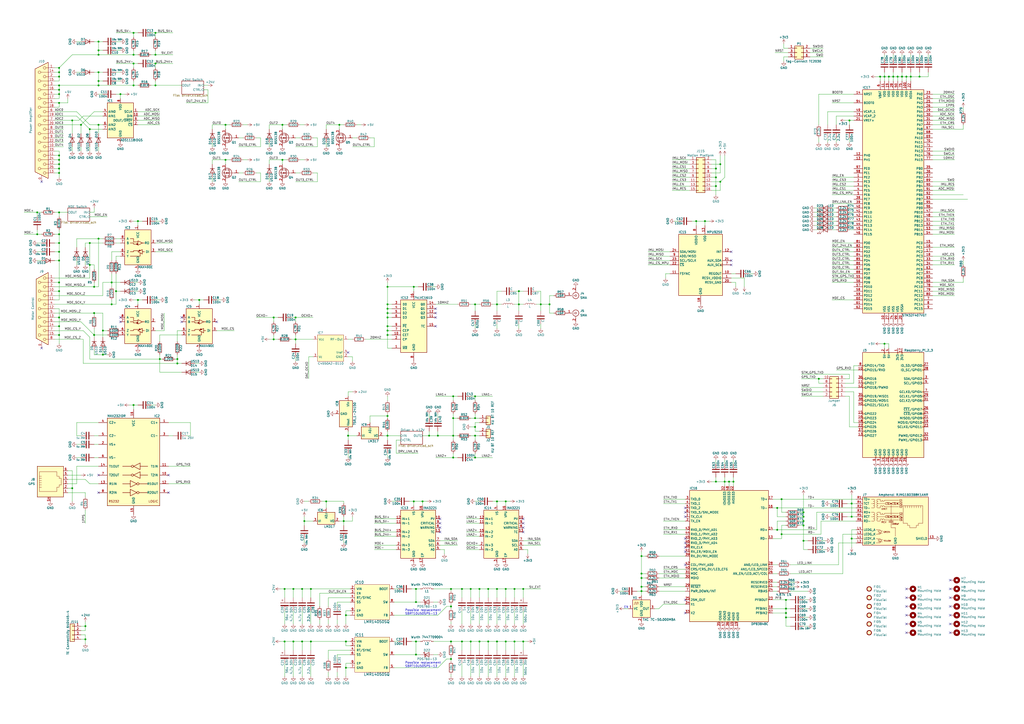
<source format=kicad_sch>
(kicad_sch (version 20211123) (generator eeschema)
  (paper "A2")
  (junction (at 298.45 372.11))
  (junction (at 241.3 379.73))
  (junction (at 34.29 54.61))
  (junction (at 261.62 382.27))
  (junction (at 90.17 31.75))
  (junction (at 57.15 46.99))
  (junction (at 200.66 372.11))
  (junction (at 240.03 290.83))
  (junction (at 415.29 102.87))
  (junction (at 422.91 279.4))
  (junction (at 224.79 194.31))
  (junction (at 171.45 184.15))
  (junction (at 189.23 290.83))
  (junction (at 474.98 219.71))
  (junction (at 158.75 196.85))
  (junction (at 455.93 347.98))
  (junction (at 450.85 294.64))
  (junction (at 34.29 95.25))
  (junction (at 21.59 135.89))
  (junction (at 49.53 370.84))
  (junction (at 41.91 283.21))
  (junction (at 262.89 242.57))
  (junction (at 241.3 372.11))
  (junction (at 415.29 107.95))
  (junction (at 54.61 181.61))
  (junction (at 77.47 49.53))
  (junction (at 275.59 252.73))
  (junction (at 34.29 184.15))
  (junction (at 261.62 351.79))
  (junction (at 102.87 208.28))
  (junction (at 224.79 181.61))
  (junction (at 34.29 44.45))
  (junction (at 403.86 128.27))
  (junction (at 34.29 140.97))
  (junction (at 293.37 372.11))
  (junction (at 52.07 153.67))
  (junction (at 417.83 95.25))
  (junction (at 34.29 39.37))
  (junction (at 34.29 168.91))
  (junction (at 21.59 123.19))
  (junction (at 372.11 335.28))
  (junction (at 278.13 372.11))
  (junction (at 300.99 176.53))
  (junction (at 283.21 341.63))
  (junction (at 267.97 341.63))
  (junction (at 34.29 135.89))
  (junction (at 466.09 304.8))
  (junction (at 180.34 372.11))
  (junction (at 372.11 322.58))
  (junction (at 224.79 184.15))
  (junction (at 455.93 353.06))
  (junction (at 520.7 44.45))
  (junction (at 52.07 74.93))
  (junction (at 80.01 173.99))
  (junction (at 254 252.73))
  (junction (at 59.69 205.74))
  (junction (at 533.4 44.45))
  (junction (at 528.32 44.45))
  (junction (at 176.53 302.26))
  (junction (at 34.29 146.05))
  (junction (at 80.01 128.27))
  (junction (at 175.26 341.63))
  (junction (at 69.85 54.61))
  (junction (at 165.1 372.11))
  (junction (at 171.45 196.85))
  (junction (at 34.29 194.31))
  (junction (at 513.08 199.39))
  (junction (at 224.79 166.37))
  (junction (at 49.53 363.22))
  (junction (at 466.09 299.72))
  (junction (at 77.47 234.95))
  (junction (at 34.29 163.83))
  (junction (at 262.89 252.73))
  (junction (at 224.79 191.77))
  (junction (at 57.15 41.91))
  (junction (at 518.16 44.45))
  (junction (at 262.89 229.87))
  (junction (at 275.59 265.43))
  (junction (at 523.24 44.45))
  (junction (at 224.79 189.23))
  (junction (at 90.17 49.53))
  (junction (at 224.79 241.3))
  (junction (at 34.29 92.71))
  (junction (at 64.77 163.83))
  (junction (at 453.39 289.56))
  (junction (at 240.03 166.37))
  (junction (at 510.54 44.45))
  (junction (at 34.29 151.13))
  (junction (at 450.85 307.34))
  (junction (at 273.05 372.11))
  (junction (at 130.81 72.39))
  (junction (at 34.29 100.33))
  (junction (at 288.29 290.83))
  (junction (at 57.15 72.39))
  (junction (at 199.39 302.26))
  (junction (at 494.03 292.1))
  (junction (at 92.71 208.28))
  (junction (at 425.45 279.4))
  (junction (at 455.93 358.14))
  (junction (at 46.99 72.39))
  (junction (at 158.75 184.15))
  (junction (at 77.47 19.05))
  (junction (at 34.29 189.23))
  (junction (at 163.83 72.39))
  (junction (at 372.11 340.36))
  (junction (at 415.29 279.4))
  (junction (at 408.94 128.27))
  (junction (at 52.07 140.97))
  (junction (at 293.37 290.83))
  (junction (at 261.62 341.63))
  (junction (at 57.15 29.21))
  (junction (at 453.39 309.88))
  (junction (at 525.78 44.45))
  (junction (at 196.85 72.39))
  (junction (at 64.77 176.53))
  (junction (at 318.77 176.53))
  (junction (at 275.59 229.87))
  (junction (at 248.92 252.73))
  (junction (at 267.97 372.11))
  (junction (at 288.29 372.11))
  (junction (at 34.29 41.91))
  (junction (at 455.93 355.6))
  (junction (at 130.81 92.71))
  (junction (at 57.15 49.53))
  (junction (at 34.29 49.53))
  (junction (at 200.66 356.87))
  (junction (at 275.59 242.57))
  (junction (at 313.69 176.53))
  (junction (at 420.37 279.4))
  (junction (at 275.59 247.65))
  (junction (at 175.26 372.11))
  (junction (at 515.62 44.45))
  (junction (at 90.17 36.83))
  (junction (at 241.3 341.63))
  (junction (at 34.29 59.69))
  (junction (at 41.91 69.85))
  (junction (at 115.57 173.99))
  (junction (at 170.18 341.63))
  (junction (at 54.61 166.37))
  (junction (at 34.29 90.17))
  (junction (at 293.37 341.63))
  (junction (at 494.03 299.72))
  (junction (at 34.29 97.79))
  (junction (at 201.93 252.73))
  (junction (at 303.53 341.63))
  (junction (at 288.29 176.53))
  (junction (at 262.89 265.43))
  (junction (at 77.47 31.75))
  (junction (at 283.21 372.11))
  (junction (at 492.76 69.85))
  (junction (at 34.29 52.07))
  (junction (at 170.18 372.11))
  (junction (at 300.99 168.91))
  (junction (at 241.3 349.25))
  (junction (at 180.34 341.63))
  (junction (at 261.62 372.11))
  (junction (at 278.13 341.63))
  (junction (at 200.66 387.35))
  (junction (at 224.79 252.73))
  (junction (at 372.11 342.9))
  (junction (at 224.79 176.53))
  (junction (at 102.87 210.82))
  (junction (at 273.05 341.63))
  (junction (at 165.1 341.63))
  (junction (at 224.79 179.07))
  (junction (at 494.03 312.42))
  (junction (at 245.11 290.83))
  (junction (at 54.61 194.31))
  (junction (at 59.69 191.77))
  (junction (at 417.83 105.41))
  (junction (at 163.83 92.71))
  (junction (at 466.09 297.18))
  (junction (at 303.53 372.11))
  (junction (at 466.09 302.26))
  (junction (at 57.15 31.75))
  (junction (at 415.29 97.79))
  (junction (at 57.15 24.13))
  (junction (at 77.47 36.83))
  (junction (at 275.59 176.53))
  (junction (at 34.29 123.19))
  (junction (at 372.11 332.74))
  (junction (at 90.17 19.05))
  (junction (at 298.45 341.63))
  (junction (at 288.29 341.63))
  (junction (at 67.31 168.91))
  (junction (at 513.08 44.45))
  (junction (at 57.15 138.43))
  (junction (at 466.09 313.69))
  (no_connect (at 97.79 285.75))
  (no_connect (at 525.78 341.63))
  (no_connect (at 397.51 312.42))
  (no_connect (at 125.73 186.69))
  (no_connect (at 255.27 308.61))
  (no_connect (at 97.79 275.59))
  (no_connect (at 252.73 189.23))
  (no_connect (at 303.53 303.53))
  (no_connect (at 69.85 184.15))
  (no_connect (at 252.73 179.07))
  (no_connect (at 525.78 361.95))
  (no_connect (at 57.15 275.59))
  (no_connect (at 397.51 355.6))
  (no_connect (at 57.15 285.75))
  (no_connect (at 69.85 186.69))
  (no_connect (at 551.18 346.71))
  (no_connect (at 551.18 356.87))
  (no_connect (at 525.78 367.03))
  (no_connect (at 24.13 201.93))
  (no_connect (at 397.51 299.72))
  (no_connect (at 397.51 297.18))
  (no_connect (at 397.51 294.64))
  (no_connect (at 424.18 153.67))
  (no_connect (at 255.27 306.07))
  (no_connect (at 525.78 351.79))
  (no_connect (at 303.53 306.07))
  (no_connect (at 255.27 300.99))
  (no_connect (at 525.78 356.87))
  (no_connect (at 525.78 346.71))
  (no_connect (at 424.18 146.05))
  (no_connect (at 201.93 204.47))
  (no_connect (at 551.18 361.95))
  (no_connect (at 397.51 314.96))
  (no_connect (at 303.53 308.61))
  (no_connect (at 397.51 317.5))
  (no_connect (at 255.27 303.53))
  (no_connect (at 252.73 184.15))
  (no_connect (at 551.18 336.55))
  (no_connect (at 397.51 327.66))
  (no_connect (at 105.41 186.69))
  (no_connect (at 105.41 184.15))
  (no_connect (at 551.18 367.03))
  (no_connect (at 551.18 351.79))
  (no_connect (at 397.51 347.98))
  (no_connect (at 303.53 300.99))
  (no_connect (at 252.73 181.61))
  (no_connect (at 551.18 341.63))
  (no_connect (at 24.13 105.41))
  (no_connect (at 397.51 320.04))
  (no_connect (at 424.18 151.13))
  (wire (pts (xy 204.47 207.01) (xy 204.47 209.55)))
  (wire (pts (xy 52.07 153.67) (xy 52.07 140.97)))
  (wire (pts (xy 283.21 354.33) (xy 283.21 361.95)))
  (wire (pts (xy 113.03 173.99) (xy 115.57 173.99)))
  (wire (pts (xy 275.59 265.43) (xy 285.75 265.43)))
  (wire (pts (xy 156.21 102.87) (xy 156.21 105.41)))
  (wire (pts (xy 482.6 151.13) (xy 495.3 151.13)))
  (wire (pts (xy 252.73 166.37) (xy 250.19 166.37)))
  (wire (pts (xy 77.47 163.83) (xy 80.01 163.83)))
  (wire (pts (xy 466.09 318.77) (xy 468.63 318.77)))
  (wire (pts (xy 261.62 350.52) (xy 261.62 351.79)))
  (wire (pts (xy 92.71 215.9) (xy 92.71 208.28)))
  (wire (pts (xy 49.53 370.84) (xy 49.53 373.38)))
  (wire (pts (xy 492.76 123.19) (xy 495.3 123.19)))
  (wire (pts (xy 200.66 384.81) (xy 200.66 387.35)))
  (wire (pts (xy 389.89 100.33) (xy 400.05 100.33)))
  (wire (pts (xy 458.47 337.82) (xy 461.01 337.82)))
  (wire (pts (xy 123.19 72.39) (xy 130.81 72.39)))
  (wire (pts (xy 472.44 128.27) (xy 474.98 128.27)))
  (wire (pts (xy 306.07 318.77) (xy 306.07 321.31)))
  (wire (pts (xy 49.53 285.75) (xy 49.53 288.29)))
  (wire (pts (xy 270.51 316.23) (xy 278.13 316.23)))
  (wire (pts (xy 523.24 31.75) (xy 523.24 34.29)))
  (wire (pts (xy 313.69 168.91) (xy 313.69 176.53)))
  (wire (pts (xy 31.75 77.47) (xy 36.83 77.47)))
  (wire (pts (xy 165.1 346.71) (xy 165.1 341.63)))
  (wire (pts (xy 195.58 379.73) (xy 203.2 379.73)))
  (wire (pts (xy 90.17 191.77) (xy 95.25 191.77)))
  (wire (pts (xy 495.3 143.51) (xy 482.6 143.51)))
  (wire (pts (xy 110.49 280.67) (xy 97.79 280.67)))
  (wire (pts (xy 486.41 314.96) (xy 496.57 314.96)))
  (wire (pts (xy 464.82 217.17) (xy 492.76 217.17)))
  (wire (pts (xy 318.77 176.53) (xy 318.77 181.61)))
  (wire (pts (xy 298.45 341.63) (xy 303.53 341.63)))
  (wire (pts (xy 171.45 196.85) (xy 181.61 196.85)))
  (wire (pts (xy 130.81 92.71) (xy 133.35 92.71)))
  (wire (pts (xy 288.29 372.11) (xy 288.29 377.19)))
  (wire (pts (xy 189.23 82.55) (xy 189.23 85.09)))
  (wire (pts (xy 39.37 278.13) (xy 49.53 278.13)))
  (wire (pts (xy 518.16 44.45) (xy 520.7 44.45)))
  (wire (pts (xy 420.37 266.7) (xy 420.37 269.24)))
  (wire (pts (xy 463.55 302.26) (xy 466.09 302.26)))
  (wire (pts (xy 180.34 354.33) (xy 180.34 361.95)))
  (wire (pts (xy 199.39 302.26) (xy 204.47 302.26)))
  (wire (pts (xy 64.77 151.13) (xy 64.77 146.05)))
  (wire (pts (xy 92.71 194.31) (xy 92.71 198.12)))
  (wire (pts (xy 57.15 72.39) (xy 59.69 72.39)))
  (wire (pts (xy 125.73 191.77) (xy 135.89 191.77)))
  (wire (pts (xy 118.11 49.53) (xy 120.65 49.53)))
  (wire (pts (xy 171.45 184.15) (xy 171.45 186.69)))
  (wire (pts (xy 448.31 337.82) (xy 450.85 337.82)))
  (wire (pts (xy 275.59 252.73) (xy 273.05 252.73)))
  (wire (pts (xy 523.24 41.91) (xy 523.24 44.45)))
  (wire (pts (xy 151.13 105.41) (xy 151.13 100.33)))
  (wire (pts (xy 190.5 382.27) (xy 190.5 377.19)))
  (wire (pts (xy 31.75 161.29) (xy 52.07 161.29)))
  (wire (pts (xy 46.99 252.73) (xy 44.45 252.73)))
  (wire (pts (xy 495.3 227.33) (xy 490.22 227.33)))
  (wire (pts (xy 448.31 294.64) (xy 450.85 294.64)))
  (wire (pts (xy 77.47 234.95) (xy 77.47 237.49)))
  (wire (pts (xy 170.18 354.33) (xy 170.18 361.95)))
  (wire (pts (xy 300.99 168.91) (xy 303.53 168.91)))
  (wire (pts (xy 175.26 384.81) (xy 175.26 392.43)))
  (wire (pts (xy 448.31 289.56) (xy 453.39 289.56)))
  (wire (pts (xy 52.07 85.09) (xy 52.07 87.63)))
  (wire (pts (xy 190.5 389.89) (xy 190.5 392.43)))
  (wire (pts (xy 54.61 166.37) (xy 57.15 166.37)))
  (wire (pts (xy 293.37 372.11) (xy 293.37 377.19)))
  (wire (pts (xy 490.22 222.25) (xy 495.3 222.25)))
  (wire (pts (xy 195.58 351.79) (xy 195.58 349.25)))
  (wire (pts (xy 415.29 97.79) (xy 415.29 102.87)))
  (wire (pts (xy 558.8 161.29) (xy 558.8 163.83)))
  (wire (pts (xy 158.75 186.69) (xy 158.75 184.15)))
  (wire (pts (xy 74.93 234.95) (xy 77.47 234.95)))
  (wire (pts (xy 34.29 123.19) (xy 34.29 125.73)))
  (wire (pts (xy 389.89 110.49) (xy 400.05 110.49)))
  (wire (pts (xy 494.03 287.02) (xy 494.03 292.1)))
  (wire (pts (xy 90.17 19.05) (xy 100.33 19.05)))
  (wire (pts (xy 528.32 41.91) (xy 528.32 44.45)))
  (wire (pts (xy 463.55 304.8) (xy 466.09 304.8)))
  (wire (pts (xy 175.26 341.63) (xy 175.26 346.71)))
  (wire (pts (xy 200.66 387.35) (xy 203.2 387.35)))
  (wire (pts (xy 64.77 173.99) (xy 64.77 176.53)))
  (wire (pts (xy 59.69 171.45) (xy 59.69 163.83)))
  (wire (pts (xy 275.59 229.87) (xy 275.59 232.41)))
  (wire (pts (xy 52.07 74.93) (xy 52.07 77.47)))
  (wire (pts (xy 52.07 72.39) (xy 57.15 72.39)))
  (wire (pts (xy 34.29 92.71) (xy 31.75 92.71)))
  (wire (pts (xy 34.29 39.37) (xy 34.29 41.91)))
  (wire (pts (xy 558.8 151.13) (xy 558.8 153.67)))
  (wire (pts (xy 288.29 341.63) (xy 288.29 346.71)))
  (wire (pts (xy 102.87 208.28) (xy 102.87 205.74)))
  (wire (pts (xy 229.87 262.89) (xy 242.57 262.89)))
  (wire (pts (xy 163.83 95.25) (xy 163.83 92.71)))
  (wire (pts (xy 49.53 295.91) (xy 49.53 303.53)))
  (wire (pts (xy 453.39 289.56) (xy 496.57 289.56)))
  (wire (pts (xy 203.2 384.81) (xy 200.66 384.81)))
  (wire (pts (xy 313.69 176.53) (xy 318.77 176.53)))
  (wire (pts (xy 54.61 153.67) (xy 52.07 153.67)))
  (wire (pts (xy 379.73 353.06) (xy 382.27 353.06)))
  (wire (pts (xy 214.63 80.01) (xy 217.17 80.01)))
  (wire (pts (xy 67.31 19.05) (xy 77.47 19.05)))
  (wire (pts (xy 171.45 100.33) (xy 173.99 100.33)))
  (wire (pts (xy 453.39 309.88) (xy 453.39 312.42)))
  (wire (pts (xy 57.15 41.91) (xy 59.69 41.91)))
  (wire (pts (xy 558.8 74.93) (xy 558.8 72.39)))
  (wire (pts (xy 148.59 100.33) (xy 151.13 100.33)))
  (wire (pts (xy 24.13 135.89) (xy 21.59 135.89)))
  (wire (pts (xy 77.47 36.83) (xy 80.01 36.83)))
  (wire (pts (xy 49.53 140.97) (xy 49.53 143.51)))
  (wire (pts (xy 533.4 44.45) (xy 538.48 44.45)))
  (wire (pts (xy 34.29 135.89) (xy 34.29 140.97)))
  (wire (pts (xy 39.37 285.75) (xy 49.53 285.75)))
  (wire (pts (xy 463.55 297.18) (xy 466.09 297.18)))
  (wire (pts (xy 255.27 313.69) (xy 265.43 313.69)))
  (wire (pts (xy 252.73 176.53) (xy 265.43 176.53)))
  (wire (pts (xy 228.6 372.11) (xy 231.14 372.11)))
  (wire (pts (xy 523.24 44.45) (xy 523.24 46.99)))
  (wire (pts (xy 386.08 158.75) (xy 386.08 161.29)))
  (wire (pts (xy 224.79 241.3) (xy 224.79 242.57)))
  (wire (pts (xy 49.53 278.13) (xy 52.07 280.67)))
  (wire (pts (xy 41.91 31.75) (xy 57.15 31.75)))
  (wire (pts (xy 494.03 312.42) (xy 496.57 312.42)))
  (wire (pts (xy 52.07 74.93) (xy 59.69 74.93)))
  (wire (pts (xy 273.05 341.63) (xy 278.13 341.63)))
  (wire (pts (xy 227.33 290.83) (xy 229.87 290.83)))
  (wire (pts (xy 189.23 290.83) (xy 199.39 290.83)))
  (wire (pts (xy 34.29 39.37) (xy 31.75 39.37)))
  (wire (pts (xy 31.75 69.85) (xy 41.91 69.85)))
  (wire (pts (xy 513.08 199.39) (xy 513.08 201.93)))
  (wire (pts (xy 80.01 173.99) (xy 82.55 173.99)))
  (wire (pts (xy 44.45 41.91) (xy 46.99 41.91)))
  (wire (pts (xy 275.59 242.57) (xy 273.05 242.57)))
  (wire (pts (xy 64.77 176.53) (xy 67.31 176.53)))
  (wire (pts (xy 382.27 353.06) (xy 384.81 350.52)))
  (wire (pts (xy 412.75 92.71) (xy 415.29 92.71)))
  (wire (pts (xy 179.07 207.01) (xy 181.61 207.01)))
  (wire (pts (xy 455.93 358.14) (xy 455.93 363.22)))
  (wire (pts (xy 39.37 57.15) (xy 39.37 59.69)))
  (wire (pts (xy 422.91 279.4) (xy 422.91 281.94)))
  (wire (pts (xy 90.17 49.53) (xy 87.63 49.53)))
  (wire (pts (xy 224.79 181.61) (xy 227.33 181.61)))
  (wire (pts (xy 361.95 353.06) (xy 364.49 353.06)))
  (wire (pts (xy 528.32 44.45) (xy 533.4 44.45)))
  (wire (pts (xy 171.45 196.85) (xy 168.91 196.85)))
  (wire (pts (xy 251.46 379.73) (xy 254 379.73)))
  (wire (pts (xy 189.23 72.39) (xy 189.23 74.93)))
  (wire (pts (xy 57.15 29.21) (xy 59.69 29.21)))
  (wire (pts (xy 77.47 19.05) (xy 80.01 19.05)))
  (wire (pts (xy 495.3 140.97) (xy 482.6 140.97)))
  (wire (pts (xy 275.59 265.43) (xy 275.59 262.89)))
  (wire (pts (xy 90.17 31.75) (xy 100.33 31.75)))
  (wire (pts (xy 64.77 163.83) (xy 69.85 163.83)))
  (wire (pts (xy 49.53 368.3) (xy 49.53 370.84)))
  (wire (pts (xy 420.37 279.4) (xy 415.29 279.4)))
  (wire (pts (xy 224.79 189.23) (xy 227.33 189.23)))
  (wire (pts (xy 372.11 340.36) (xy 374.65 340.36)))
  (wire (pts (xy 533.4 31.75) (xy 533.4 34.29)))
  (wire (pts (xy 156.21 72.39) (xy 163.83 72.39)))
  (wire (pts (xy 57.15 49.53) (xy 57.15 46.99)))
  (wire (pts (xy 107.95 252.73) (xy 110.49 252.73)))
  (wire (pts (xy 241.3 372.11) (xy 241.3 379.73)))
  (wire (pts (xy 476.25 318.77) (xy 478.79 318.77)))
  (wire (pts (xy 288.29 290.83) (xy 293.37 290.83)))
  (wire (pts (xy 520.7 44.45) (xy 523.24 44.45)))
  (wire (pts (xy 52.07 161.29) (xy 52.07 153.67)))
  (wire (pts (xy 293.37 341.63) (xy 298.45 341.63)))
  (wire (pts (xy 224.79 252.73) (xy 232.41 252.73)))
  (wire (pts (xy 240.03 290.83) (xy 245.11 290.83)))
  (wire (pts (xy 190.5 351.79) (xy 190.5 346.71)))
  (wire (pts (xy 455.93 353.06) (xy 458.47 353.06)))
  (wire (pts (xy 240.03 290.83) (xy 240.03 293.37)))
  (wire (pts (xy 168.91 184.15) (xy 171.45 184.15)))
  (wire (pts (xy 495.3 59.69) (xy 482.6 59.69)))
  (wire (pts (xy 195.58 389.89) (xy 195.58 392.43)))
  (wire (pts (xy 67.31 41.91) (xy 69.85 41.91)))
  (wire (pts (xy 492.76 72.39) (xy 492.76 69.85)))
  (wire (pts (xy 288.29 372.11) (xy 293.37 372.11)))
  (wire (pts (xy 520.7 44.45) (xy 520.7 46.99)))
  (wire (pts (xy 448.31 332.74) (xy 450.85 332.74)))
  (wire (pts (xy 77.47 29.21) (xy 77.47 31.75)))
  (wire (pts (xy 34.29 184.15) (xy 34.29 189.23)))
  (wire (pts (xy 46.99 365.76) (xy 49.53 365.76)))
  (wire (pts (xy 453.39 304.8) (xy 453.39 309.88)))
  (wire (pts (xy 495.3 158.75) (xy 482.6 158.75)))
  (wire (pts (xy 224.79 181.61) (xy 224.79 179.07)))
  (wire (pts (xy 283.21 384.81) (xy 283.21 392.43)))
  (wire (pts (xy 455.93 363.22) (xy 458.47 363.22)))
  (wire (pts (xy 123.19 92.71) (xy 130.81 92.71)))
  (wire (pts (xy 165.1 377.19) (xy 165.1 372.11)))
  (wire (pts (xy 251.46 341.63) (xy 261.62 341.63)))
  (wire (pts (xy 488.95 309.88) (xy 488.95 332.74)))
  (wire (pts (xy 273.05 341.63) (xy 273.05 346.71)))
  (wire (pts (xy 227.33 194.31) (xy 224.79 194.31)))
  (wire (pts (xy 494.03 317.5) (xy 494.03 312.42)))
  (wire (pts (xy 203.2 354.33) (xy 200.66 354.33)))
  (wire (pts (xy 285.75 176.53) (xy 288.29 176.53)))
  (wire (pts (xy 275.59 245.11) (xy 278.13 245.11)))
  (wire (pts (xy 497.84 212.09) (xy 495.3 212.09)))
  (wire (pts (xy 455.93 302.26) (xy 450.85 302.26)))
  (wire (pts (xy 31.75 140.97) (xy 34.29 140.97)))
  (wire (pts (xy 241.3 379.73) (xy 228.6 379.73)))
  (wire (pts (xy 510.54 199.39) (xy 513.08 199.39)))
  (wire (pts (xy 224.79 184.15) (xy 224.79 189.23)))
  (wire (pts (xy 293.37 372.11) (xy 298.45 372.11)))
  (wire (pts (xy 541.02 110.49) (xy 553.72 110.49)))
  (wire (pts (xy 222.25 252.73) (xy 224.79 252.73)))
  (wire (pts (xy 87.63 36.83) (xy 90.17 36.83)))
  (wire (pts (xy 397.51 302.26) (xy 384.81 302.26)))
  (wire (pts (xy 496.57 309.88) (xy 488.95 309.88)))
  (wire (pts (xy 92.71 208.28) (xy 92.71 205.74)))
  (wire (pts (xy 448.31 353.06) (xy 455.93 353.06)))
  (wire (pts (xy 474.98 54.61) (xy 474.98 72.39)))
  (wire (pts (xy 473.71 297.18) (xy 496.57 297.18)))
  (wire (pts (xy 186.69 290.83) (xy 189.23 290.83)))
  (wire (pts (xy 541.02 123.19) (xy 553.72 123.19)))
  (wire (pts (xy 273.05 354.33) (xy 273.05 361.95)))
  (wire (pts (xy 450.85 294.64) (xy 496.57 294.64)))
  (wire (pts (xy 31.75 72.39) (xy 46.99 72.39)))
  (wire (pts (xy 374.65 342.9) (xy 372.11 342.9)))
  (wire (pts (xy 300.99 168.91) (xy 300.99 176.53)))
  (wire (pts (xy 482.6 110.49) (xy 495.3 110.49)))
  (wire (pts (xy 180.34 372.11) (xy 200.66 372.11)))
  (wire (pts (xy 31.75 181.61) (xy 54.61 181.61)))
  (wire (pts (xy 34.29 163.83) (xy 34.29 168.91)))
  (wire (pts (xy 262.89 229.87) (xy 265.43 229.87)))
  (wire (pts (xy 261.62 391.16) (xy 261.62 392.43)))
  (wire (pts (xy 476.25 313.69) (xy 478.79 313.69)))
  (wire (pts (xy 31.75 59.69) (xy 34.29 59.69)))
  (wire (pts (xy 123.19 102.87) (xy 123.19 105.41)))
  (wire (pts (xy 303.53 318.77) (xy 306.07 318.77)))
  (wire (pts (xy 388.62 158.75) (xy 386.08 158.75)))
  (wire (pts (xy 59.69 191.77) (xy 59.69 195.58)))
  (wire (pts (xy 31.75 67.31) (xy 44.45 67.31)))
  (wire (pts (xy 34.29 57.15) (xy 34.29 54.61)))
  (wire (pts (xy 34.29 41.91) (xy 31.75 41.91)))
  (wire (pts (xy 138.43 105.41) (xy 151.13 105.41)))
  (wire (pts (xy 110.49 252.73) (xy 110.49 245.11)))
  (wire (pts (xy 321.31 181.61) (xy 318.77 181.61)))
  (wire (pts (xy 288.29 290.83) (xy 288.29 293.37)))
  (wire (pts (xy 21.59 125.73) (xy 21.59 123.19)))
  (wire (pts (xy 525.78 44.45) (xy 528.32 44.45)))
  (wire (pts (xy 485.14 80.01) (xy 485.14 82.55)))
  (wire (pts (xy 391.16 128.27) (xy 393.7 128.27)))
  (wire (pts (xy 245.11 290.83) (xy 245.11 293.37)))
  (wire (pts (xy 492.76 133.35) (xy 495.3 133.35)))
  (wire (pts (xy 412.75 100.33) (xy 417.83 100.33)))
  (wire (pts (xy 454.66 25.4) (xy 454.66 27.94)))
  (wire (pts (xy 261.62 372.11) (xy 261.62 373.38)))
  (wire (pts (xy 34.29 90.17) (xy 34.29 87.63)))
  (wire (pts (xy 162.56 372.11) (xy 165.1 372.11)))
  (wire (pts (xy 181.61 100.33) (xy 184.15 100.33)))
  (wire (pts (xy 490.22 229.87) (xy 492.76 229.87)))
  (wire (pts (xy 204.47 80.01) (xy 207.01 80.01)))
  (wire (pts (xy 389.89 102.87) (xy 400.05 102.87)))
  (wire (pts (xy 480.06 80.01) (xy 480.06 82.55)))
  (wire (pts (xy 283.21 341.63) (xy 283.21 346.71)))
  (wire (pts (xy 541.02 153.67) (xy 553.72 153.67)))
  (wire (pts (xy 425.45 266.7) (xy 425.45 269.24)))
  (wire (pts (xy 482.6 156.21) (xy 495.3 156.21)))
  (wire (pts (xy 261.62 341.63) (xy 261.62 342.9)))
  (wire (pts (xy 227.33 201.93) (xy 224.79 201.93)))
  (wire (pts (xy 254 242.57) (xy 254 240.03)))
  (wire (pts (xy 52.07 140.97) (xy 59.69 140.97)))
  (wire (pts (xy 179.07 219.71) (xy 179.07 207.01)))
  (wire (pts (xy 541.02 143.51) (xy 553.72 143.51)))
  (wire (pts (xy 80.01 49.53) (xy 77.47 49.53)))
  (wire (pts (xy 200.66 356.87) (xy 200.66 361.95)))
  (wire (pts (xy 48.26 196.85) (xy 48.26 210.82)))
  (wire (pts (xy 492.76 69.85) (xy 495.3 69.85)))
  (wire (pts (xy 415.29 266.7) (xy 415.29 269.24)))
  (wire (pts (xy 148.59 80.01) (xy 151.13 80.01)))
  (wire (pts (xy 455.93 353.06) (xy 455.93 355.6)))
  (wire (pts (xy 278.13 372.11) (xy 278.13 377.19)))
  (wire (pts (xy 426.72 163.83) (xy 426.72 166.37)))
  (wire (pts (xy 54.61 41.91) (xy 57.15 41.91)))
  (wire (pts (xy 217.17 85.09) (xy 217.17 80.01)))
  (wire (pts (xy 110.49 245.11) (xy 97.79 245.11)))
  (wire (pts (xy 492.76 247.65) (xy 497.84 247.65)))
  (wire (pts (xy 267.97 341.63) (xy 273.05 341.63)))
  (wire (pts (xy 31.75 151.13) (xy 34.29 151.13)))
  (wire (pts (xy 190.5 359.41) (xy 190.5 361.95)))
  (wire (pts (xy 176.53 302.26) (xy 181.61 302.26)))
  (wire (pts (xy 482.6 105.41) (xy 495.3 105.41)))
  (wire (pts (xy 31.75 85.09) (xy 36.83 85.09)))
  (wire (pts (xy 518.16 44.45) (xy 518.16 46.99)))
  (wire (pts (xy 217.17 318.77) (xy 229.87 318.77)))
  (wire (pts (xy 474.98 219.71) (xy 464.82 219.71)))
  (wire (pts (xy 224.79 232.41) (xy 224.79 229.87)))
  (wire (pts (xy 200.66 387.35) (xy 200.66 392.43)))
  (wire (pts (xy 41.91 283.21) (xy 41.91 273.05)))
  (wire (pts (xy 201.93 252.73) (xy 201.93 255.27)))
  (wire (pts (xy 422.91 279.4) (xy 420.37 279.4)))
  (wire (pts (xy 412.75 102.87) (xy 415.29 102.87)))
  (wire (pts (xy 90.17 29.21) (xy 90.17 31.75)))
  (wire (pts (xy 558.8 62.23) (xy 558.8 64.77)))
  (wire (pts (xy 171.45 105.41) (xy 184.15 105.41)))
  (wire (pts (xy 273.05 372.11) (xy 273.05 377.19)))
  (wire (pts (xy 57.15 270.51) (xy 44.45 270.51)))
  (wire (pts (xy 102.87 210.82) (xy 102.87 208.28)))
  (wire (pts (xy 57.15 252.73) (xy 54.61 252.73)))
  (wire (pts (xy 382.27 340.36) (xy 397.51 340.36)))
  (wire (pts (xy 161.29 196.85) (xy 158.75 196.85)))
  (wire (pts (xy 34.29 97.79) (xy 34.29 100.33)))
  (wire (pts (xy 466.09 304.8) (xy 466.09 302.26)))
  (wire (pts (xy 163.83 74.93) (xy 163.83 72.39)))
  (wire (pts (xy 165.1 372.11) (xy 170.18 372.11)))
  (wire (pts (xy 485.14 67.31) (xy 485.14 72.39)))
  (wire (pts (xy 92.71 194.31) (xy 105.41 194.31)))
  (wire (pts (xy 190.5 346.71) (xy 203.2 346.71)))
  (wire (pts (xy 476.25 302.26) (xy 476.25 309.88)))
  (wire (pts (xy 298.45 168.91) (xy 300.99 168.91)))
  (wire (pts (xy 255.27 318.77) (xy 257.81 318.77)))
  (wire (pts (xy 448.31 312.42) (xy 453.39 312.42)))
  (wire (pts (xy 39.37 283.21) (xy 41.91 283.21)))
  (wire (pts (xy 77.47 173.99) (xy 80.01 173.99)))
  (wire (pts (xy 156.21 82.55) (xy 156.21 85.09)))
  (wire (pts (xy 156.21 92.71) (xy 156.21 95.25)))
  (wire (pts (xy 241.3 349.25) (xy 243.84 349.25)))
  (wire (pts (xy 64.77 163.83) (xy 64.77 166.37)))
  (wire (pts (xy 46.99 368.3) (xy 49.53 368.3)))
  (wire (pts (xy 372.11 332.74) (xy 374.65 332.74)))
  (wire (pts (xy 52.07 123.19) (xy 54.61 123.19)))
  (wire (pts (xy 265.43 252.73) (xy 262.89 252.73)))
  (wire (pts (xy 24.13 146.05) (xy 21.59 146.05)))
  (wire (pts (xy 288.29 176.53) (xy 290.83 176.53)))
  (wire (pts (xy 90.17 36.83) (xy 90.17 39.37)))
  (wire (pts (xy 64.77 146.05) (xy 69.85 146.05)))
  (wire (pts (xy 448.31 327.66) (xy 450.85 327.66)))
  (wire (pts (xy 130.81 74.93) (xy 130.81 72.39)))
  (wire (pts (xy 303.53 372.11) (xy 306.07 372.11)))
  (wire (pts (xy 389.89 92.71) (xy 400.05 92.71)))
  (wire (pts (xy 482.6 102.87) (xy 495.3 102.87)))
  (wire (pts (xy 195.58 349.25) (xy 203.2 349.25)))
  (wire (pts (xy 41.91 283.21) (xy 41.91 290.83)))
  (wire (pts (xy 90.17 31.75) (xy 87.63 31.75)))
  (wire (pts (xy 482.6 173.99) (xy 495.3 173.99)))
  (wire (pts (xy 300.99 180.34) (xy 300.99 176.53)))
  (wire (pts (xy 494.03 292.1) (xy 494.03 299.72)))
  (wire (pts (xy 67.31 46.99) (xy 69.85 46.99)))
  (wire (pts (xy 275.59 252.73) (xy 278.13 252.73)))
  (wire (pts (xy 224.79 250.19) (xy 224.79 252.73)))
  (wire (pts (xy 80.01 64.77) (xy 92.71 64.77)))
  (wire (pts (xy 275.59 242.57) (xy 278.13 242.57)))
  (wire (pts (xy 513.08 31.75) (xy 513.08 34.29)))
  (wire (pts (xy 31.75 186.69) (xy 46.99 186.69)))
  (wire (pts (xy 384.81 292.1) (xy 397.51 292.1)))
  (wire (pts (xy 31.75 123.19) (xy 34.29 123.19)))
  (wire (pts (xy 57.15 265.43) (xy 54.61 265.43)))
  (wire (pts (xy 261.62 382.27) (xy 261.62 383.54)))
  (wire (pts (xy 80.01 176.53) (xy 80.01 173.99)))
  (wire (pts (xy 448.31 355.6) (xy 455.93 355.6)))
  (wire (pts (xy 77.47 21.59) (xy 77.47 19.05)))
  (wire (pts (xy 458.47 332.74) (xy 488.95 332.74)))
  (wire (pts (xy 217.17 316.23) (xy 229.87 316.23)))
  (wire (pts (xy 472.44 125.73) (xy 474.98 125.73)))
  (wire (pts (xy 453.39 309.88) (xy 476.25 309.88)))
  (wire (pts (xy 224.79 176.53) (xy 227.33 176.53)))
  (wire (pts (xy 214.63 241.3) (xy 224.79 241.3)))
  (wire (pts (xy 176.53 312.42) (xy 176.53 314.96)))
  (wire (pts (xy 113.03 210.82) (xy 115.57 210.82)))
  (wire (pts (xy 212.09 196.85) (xy 227.33 196.85)))
  (wire (pts (xy 67.31 148.59) (xy 67.31 151.13)))
  (wire (pts (xy 450.85 307.34) (xy 473.71 307.34)))
  (wire (pts (xy 180.34 372.11) (xy 180.34 377.19)))
  (wire (pts (xy 31.75 74.93) (xy 36.83 74.93)))
  (wire (pts (xy 200.66 374.65) (xy 200.66 372.11)))
  (wire (pts (xy 31.75 191.77) (xy 48.26 191.77)))
  (wire (pts (xy 466.09 287.02) (xy 466.09 297.18)))
  (wire (pts (xy 480.06 64.77) (xy 495.3 64.77)))
  (wire (pts (xy 44.45 64.77) (xy 52.07 72.39)))
  (wire (pts (xy 261.62 360.68) (xy 261.62 361.95)))
  (wire (pts (xy 67.31 24.13) (xy 69.85 24.13)))
  (wire (pts (xy 482.6 118.11) (xy 495.3 118.11)))
  (wire (pts (xy 34.29 95.25) (xy 31.75 95.25)))
  (wire (pts (xy 180.34 384.81) (xy 180.34 392.43)))
  (wire (pts (xy 31.75 184.15) (xy 34.29 184.15)))
  (wire (pts (xy 21.59 135.89) (xy 21.59 133.35)))
  (wire (pts (xy 273.05 384.81) (xy 273.05 392.43)))
  (wire (pts (xy 185.42 359.41) (xy 185.42 361.95)))
  (wire (pts (xy 463.55 299.72) (xy 466.09 299.72)))
  (wire (pts (xy 59.69 181.61) (xy 54.61 181.61)))
  (wire (pts (xy 101.6 208.28) (xy 102.87 208.28)))
  (wire (pts (xy 415.29 279.4) (xy 415.29 276.86)))
  (wire (pts (xy 54.61 24.13) (xy 57.15 24.13)))
  (wire (pts (xy 288.29 384.81) (xy 288.29 392.43)))
  (wire (pts (xy 180.34 372.11) (xy 175.26 372.11)))
  (wire (pts (xy 46.99 257.81) (xy 44.45 257.81)))
  (wire (pts (xy 412.75 97.79) (xy 415.29 97.79)))
  (wire (pts (xy 232.41 255.27) (xy 229.87 255.27)))
  (wire (pts (xy 303.53 341.63) (xy 303.53 346.71)))
  (wire (pts (xy 31.75 176.53) (xy 64.77 176.53)))
  (wire (pts (xy 303.53 313.69) (xy 313.69 313.69)))
  (wire (pts (xy 34.29 151.13) (xy 34.29 163.83)))
  (wire (pts (xy 80.01 67.31) (xy 92.71 67.31)))
  (wire (pts (xy 525.78 44.45) (xy 525.78 46.99)))
  (wire (pts (xy 214.63 241.3) (xy 214.63 245.11)))
  (wire (pts (xy 31.75 49.53) (xy 34.29 49.53)))
  (wire (pts (xy 163.83 72.39) (xy 166.37 72.39)))
  (wire (pts (xy 54.61 163.83) (xy 54.61 166.37)))
  (wire (pts (xy 204.47 299.72) (xy 204.47 302.26)))
  (wire (pts (xy 102.87 191.77) (xy 105.41 191.77)))
  (wire (pts (xy 57.15 166.37) (xy 57.15 138.43)))
  (wire (pts (xy 541.02 57.15) (xy 553.72 57.15)))
  (wire (pts (xy 425.45 279.4) (xy 422.91 279.4)))
  (wire (pts (xy 31.75 173.99) (xy 34.29 173.99)))
  (wire (pts (xy 34.29 97.79) (xy 34.29 95.25)))
  (wire (pts (xy 31.75 97.79) (xy 34.29 97.79)))
  (wire (pts (xy 389.89 97.79) (xy 400.05 97.79)))
  (wire (pts (xy 34.29 100.33) (xy 34.29 102.87)))
  (wire (pts (xy 90.17 49.53) (xy 105.41 49.53)))
  (wire (pts (xy 196.85 72.39) (xy 199.39 72.39)))
  (wire (pts (xy 54.61 205.74) (xy 59.69 205.74)))
  (wire (pts (xy 384.81 350.52) (xy 397.51 350.52)))
  (wire (pts (xy 184.15 105.41) (xy 184.15 100.33)))
  (wire (pts (xy 372.11 335.28) (xy 374.65 335.28)))
  (wire (pts (xy 495.3 163.83) (xy 482.6 163.83)))
  (wire (pts (xy 262.89 232.41) (xy 262.89 229.87)))
  (wire (pts (xy 474.98 82.55) (xy 474.98 80.01)))
  (wire (pts (xy 515.62 44.45) (xy 518.16 44.45)))
  (wire (pts (xy 31.75 194.31) (xy 34.29 194.31)))
  (wire (pts (xy 80.01 128.27) (xy 82.55 128.27)))
  (wire (pts (xy 31.75 168.91) (xy 34.29 168.91)))
  (wire (pts (xy 21.59 123.19) (xy 24.13 123.19)))
  (wire (pts (xy 90.17 173.99) (xy 92.71 173.99)))
  (wire (pts (xy 201.93 207.01) (xy 204.47 207.01)))
  (wire (pts (xy 34.29 49.53) (xy 34.29 52.07)))
  (wire (pts (xy 171.45 85.09) (xy 184.15 85.09)))
  (wire (pts (xy 171.45 80.01) (xy 173.99 80.01)))
  (wire (pts (xy 278.13 341.63) (xy 283.21 341.63)))
  (wire (pts (xy 31.75 179.07) (xy 34.29 179.07)))
  (wire (pts (xy 293.37 384.81) (xy 293.37 392.43)))
  (wire (pts (xy 270.51 308.61) (xy 278.13 308.61)))
  (wire (pts (xy 513.08 199.39) (xy 515.62 199.39)))
  (wire (pts (xy 382.27 332.74) (xy 397.51 332.74)))
  (wire (pts (xy 34.29 168.91) (xy 34.29 173.99)))
  (wire (pts (xy 156.21 92.71) (xy 163.83 92.71)))
  (wire (pts (xy 49.53 151.13) (xy 49.53 153.67)))
  (wire (pts (xy 278.13 372.11) (xy 283.21 372.11)))
  (wire (pts (xy 69.85 54.61) (xy 67.31 54.61)))
  (wire (pts (xy 431.8 161.29) (xy 431.8 166.37)))
  (wire (pts (xy 67.31 36.83) (xy 77.47 36.83)))
  (wire (pts (xy 541.02 87.63) (xy 553.72 87.63)))
  (wire (pts (xy 200.66 356.87) (xy 203.2 356.87)))
  (wire (pts (xy 48.26 191.77) (xy 52.07 195.58)))
  (wire (pts (xy 455.93 297.18) (xy 453.39 297.18)))
  (wire (pts (xy 158.75 194.31) (xy 158.75 196.85)))
  (wire (pts (xy 77.47 168.91) (xy 80.01 168.91)))
  (wire (pts (xy 90.17 19.05) (xy 90.17 21.59)))
  (wire (pts (xy 123.19 72.39) (xy 123.19 74.93)))
  (wire (pts (xy 185.42 344.17) (xy 203.2 344.17)))
  (wire (pts (xy 298.45 372.11) (xy 303.53 372.11)))
  (wire (pts (xy 288.29 187.96) (xy 288.29 190.5)))
  (wire (pts (xy 270.51 303.53) (xy 278.13 303.53)))
  (wire (pts (xy 31.75 82.55) (xy 36.83 82.55)))
  (wire (pts (xy 397.51 307.34) (xy 384.81 307.34)))
  (wire (pts (xy 180.34 341.63) (xy 203.2 341.63)))
  (wire (pts (xy 528.32 31.75) (xy 528.32 34.29)))
  (wire (pts (xy 90.17 140.97) (xy 100.33 140.97)))
  (wire (pts (xy 372.11 342.9) (xy 372.11 340.36)))
  (wire (pts (xy 417.83 95.25) (xy 412.75 95.25)))
  (wire (pts (xy 466.09 358.14) (xy 468.63 358.14)))
  (wire (pts (xy 412.75 110.49) (xy 417.83 110.49)))
  (wire (pts (xy 303.53 316.23) (xy 313.69 316.23)))
  (wire (pts (xy 458.47 342.9) (xy 468.63 342.9)))
  (wire (pts (xy 156.21 72.39) (xy 156.21 74.93)))
  (wire (pts (xy 34.29 140.97) (xy 34.29 146.05)))
  (wire (pts (xy 92.71 208.28) (xy 93.98 208.28)))
  (wire (pts (xy 34.29 87.63) (xy 31.75 87.63)))
  (wire (pts (xy 90.17 234.95) (xy 87.63 234.95)))
  (wire (pts (xy 238.76 372.11) (xy 241.3 372.11)))
  (wire (pts (xy 293.37 290.83) (xy 293.37 293.37)))
  (wire (pts (xy 241.3 341.63) (xy 243.84 341.63)))
  (wire (pts (xy 195.58 359.41) (xy 195.58 361.95)))
  (wire (pts (xy 158.75 196.85) (xy 156.21 196.85)))
  (wire (pts (xy 67.31 29.21) (xy 69.85 29.21)))
  (wire (pts (xy 34.29 41.91) (xy 34.29 44.45)))
  (wire (pts (xy 508 44.45) (xy 510.54 44.45)))
  (wire (pts (xy 278.13 354.33) (xy 278.13 361.95)))
  (wire (pts (xy 57.15 46.99) (xy 59.69 46.99)))
  (wire (pts (xy 228.6 387.35) (xy 254 387.35)))
  (wire (pts (xy 541.02 171.45) (xy 553.72 171.45)))
  (wire (pts (xy 199.39 312.42) (xy 199.39 314.96)))
  (wire (pts (xy 195.58 382.27) (xy 195.58 379.73)))
  (wire (pts (xy 424.18 163.83) (xy 426.72 163.83)))
  (wire (pts (xy 170.18 384.81) (xy 170.18 392.43)))
  (wire (pts (xy 44.45 252.73) (xy 44.45 245.11)))
  (wire (pts (xy 41.91 273.05) (xy 39.37 273.05)))
  (wire (pts (xy 140.97 92.71) (xy 143.51 92.71)))
  (wire (pts (xy 273.05 229.87) (xy 275.59 229.87)))
  (wire (pts (xy 57.15 72.39) (xy 57.15 77.47)))
  (wire (pts (xy 382.27 342.9) (xy 397.51 342.9)))
  (wire (pts (xy 105.41 215.9) (xy 92.71 215.9)))
  (wire (pts (xy 204.47 85.09) (xy 217.17 85.09)))
  (wire (pts (xy 420.37 279.4) (xy 420.37 281.94)))
  (wire (pts (xy 492.76 229.87) (xy 492.76 247.65)))
  (wire (pts (xy 34.29 52.07) (xy 31.75 52.07)))
  (wire (pts (xy 455.93 358.14) (xy 458.47 358.14)))
  (wire (pts (xy 241.3 341.63) (xy 241.3 349.25)))
  (wire (pts (xy 382.27 322.58) (xy 397.51 322.58)))
  (wire (pts (xy 303.53 354.33) (xy 303.53 361.95)))
  (wire (pts (xy 171.45 209.55) (xy 171.45 207.01)))
  (wire (pts (xy 450.85 302.26) (xy 450.85 307.34)))
  (wire (pts (xy 57.15 46.99) (xy 57.15 41.91)))
  (wire (pts (xy 303.53 372.11) (xy 303.53 377.19)))
  (wire (pts (xy 454.66 27.94) (xy 457.2 27.94)))
  (wire (pts (xy 415.29 102.87) (xy 415.29 107.95)))
  (wire (pts (xy 34.29 90.17) (xy 31.75 90.17)))
  (wire (pts (xy 482.6 133.35) (xy 485.14 133.35)))
  (wire (pts (xy 189.23 290.83) (xy 189.23 294.64)))
  (wire (pts (xy 270.51 300.99) (xy 278.13 300.99)))
  (wire (pts (xy 417.83 110.49) (xy 417.83 105.41)))
  (wire (pts (xy 469.9 30.48) (xy 477.52 30.48)))
  (wire (pts (xy 300.99 176.53) (xy 303.53 176.53)))
  (wire (pts (xy 224.79 184.15) (xy 224.79 181.61)))
  (wire (pts (xy 482.6 146.05) (xy 495.3 146.05)))
  (wire (pts (xy 480.06 72.39) (xy 480.06 64.77)))
  (wire (pts (xy 217.17 308.61) (xy 229.87 308.61)))
  (wire (pts (xy 54.61 181.61) (xy 54.61 182.88)))
  (wire (pts (xy 224.79 262.89) (xy 224.79 265.43)))
  (wire (pts (xy 115.57 176.53) (xy 115.57 173.99)))
  (wire (pts (xy 252.73 265.43) (xy 262.89 265.43)))
  (wire (pts (xy 21.59 151.13) (xy 24.13 151.13)))
  (wire (pts (xy 24.13 140.97) (xy 21.59 140.97)))
  (wire (pts (xy 510.54 46.99) (xy 510.54 44.45)))
  (wire (pts (xy 401.32 128.27) (xy 403.86 128.27)))
  (wire (pts (xy 21.59 123.19) (xy 13.97 123.19)))
  (wire (pts (xy 454.66 33.02) (xy 454.66 35.56)))
  (wire (pts (xy 458.47 327.66) (xy 486.41 327.66)))
  (wire (pts (xy 165.1 341.63) (xy 170.18 341.63)))
  (wire (pts (xy 495.3 245.11) (xy 495.3 227.33)))
  (wire (pts (xy 313.69 176.53) (xy 311.15 176.53)))
  (wire (pts (xy 184.15 85.09) (xy 184.15 80.01)))
  (wire (pts (xy 513.08 41.91) (xy 513.08 44.45)))
  (wire (pts (xy 473.71 307.34) (xy 473.71 297.18)))
  (wire (pts (xy 389.89 95.25) (xy 400.05 95.25)))
  (wire (pts (xy 397.51 289.56) (xy 384.81 289.56)))
  (wire (pts (xy 67.31 138.43) (xy 69.85 138.43)))
  (wire (pts (xy 458.47 340.36) (xy 461.01 340.36)))
  (wire (pts (xy 262.89 265.43) (xy 265.43 265.43)))
  (wire (pts (xy 495.3 161.29) (xy 482.6 161.29)))
  (wire (pts (xy 515.62 44.45) (xy 515.62 46.99)))
  (wire (pts (xy 464.82 229.87) (xy 477.52 229.87)))
  (wire (pts (xy 175.26 372.11) (xy 175.26 377.19)))
  (wire (pts (xy 448.31 342.9) (xy 450.85 342.9)))
  (wire (pts (xy 482.6 148.59) (xy 495.3 148.59)))
  (wire (pts (xy 207.01 72.39) (xy 209.55 72.39)))
  (wire (pts (xy 34.29 92.71) (xy 34.29 90.17)))
  (wire (pts (xy 283.21 372.11) (xy 288.29 372.11)))
  (wire (pts (xy 267.97 341.63) (xy 267.97 346.71)))
  (wire (pts (xy 541.02 107.95) (xy 553.72 107.95)))
  (wire (pts (xy 44.45 280.67) (xy 39.37 280.67)))
  (wire (pts (xy 372.11 322.58) (xy 372.11 332.74)))
  (wire (pts (xy 151.13 85.09) (xy 151.13 80.01)))
  (wire (pts (xy 46.99 72.39) (xy 46.99 77.47)))
  (wire (pts (xy 44.45 138.43) (xy 57.15 138.43)))
  (wire (pts (xy 257.81 318.77) (xy 257.81 321.31)))
  (wire (pts (xy 57.15 85.09) (xy 57.15 87.63)))
  (wire (pts (xy 495.3 212.09) (xy 495.3 222.25)))
  (wire (pts (xy 173.99 92.71) (xy 176.53 92.71)))
  (wire (pts (xy 248.92 242.57) (xy 248.92 240.03)))
  (wire (pts (xy 275.59 180.34) (xy 275.59 176.53)))
  (wire (pts (xy 199.39 299.72) (xy 199.39 302.26)))
  (wire (pts (xy 44.45 270.51) (xy 44.45 280.67)))
  (wire (pts (xy 485.14 214.63) (xy 497.84 214.63)))
  (wire (pts (xy 46.99 275.59) (xy 39.37 275.59)))
  (wire (pts (xy 541.02 72.39) (xy 553.72 72.39)))
  (wire (pts (xy 52.07 280.67) (xy 57.15 280.67)))
  (wire (pts (xy 46.99 265.43) (xy 44.45 265.43)))
  (wire (pts (xy 180.34 341.63) (xy 180.34 346.71)))
  (wire (pts (xy 303.53 341.63) (xy 313.69 341.63)))
  (wire (pts (xy 482.6 128.27) (xy 485.14 128.27)))
  (wire (pts (xy 472.44 130.81) (xy 474.98 130.81)))
  (wire (pts (xy 44.45 143.51) (xy 44.45 138.43)))
  (wire (pts (xy 49.53 370.84) (xy 46.99 370.84)))
  (wire (pts (xy 34.29 49.53) (xy 57.15 49.53)))
  (wire (pts (xy 228.6 341.63) (xy 231.14 341.63)))
  (wire (pts (xy 44.45 245.11) (xy 57.15 245.11)))
  (wire (pts (xy 34.29 54.61) (xy 31.75 54.61)))
  (wire (pts (xy 201.93 250.19) (xy 201.93 252.73)))
  (wire (pts (xy 120.65 52.07) (xy 120.65 59.69)))
  (wire (pts (xy 375.92 151.13) (xy 388.62 151.13)))
  (wire (pts (xy 495.3 67.31) (xy 485.14 67.31)))
  (wire (pts (xy 492.76 219.71) (xy 492.76 217.17)))
  (wire (pts (xy 455.93 347.98) (xy 455.93 353.06)))
  (wire (pts (xy 278.13 384.81) (xy 278.13 392.43)))
  (wire (pts (xy 491.49 299.72) (xy 494.03 299.72)))
  (wire (pts (xy 412.75 107.95) (xy 415.29 107.95)))
  (wire (pts (xy 311.15 168.91) (xy 313.69 168.91)))
  (wire (pts (xy 288.29 180.34) (xy 288.29 176.53)))
  (wire (pts (xy 44.45 151.13) (xy 44.45 153.67)))
  (wire (pts (xy 140.97 72.39) (xy 143.51 72.39)))
  (wire (pts (xy 482.6 120.65) (xy 485.14 120.65)))
  (wire (pts (xy 69.85 54.61) (xy 69.85 57.15)))
  (wire (pts (xy 474.98 219.71) (xy 474.98 222.25)))
  (wire (pts (xy 275.59 229.87) (xy 285.75 229.87)))
  (wire (pts (xy 180.34 341.63) (xy 175.26 341.63)))
  (wire (pts (xy 469.9 27.94) (xy 477.52 27.94)))
  (wire (pts (xy 34.29 95.25) (xy 34.29 92.71)))
  (wire (pts (xy 541.02 69.85) (xy 553.72 69.85)))
  (wire (pts (xy 494.03 299.72) (xy 496.57 299.72)))
  (wire (pts (xy 67.31 140.97) (xy 69.85 140.97)))
  (wire (pts (xy 466.09 297.18) (xy 466.09 299.72)))
  (wire (pts (xy 245.11 290.83) (xy 247.65 290.83)))
  (wire (pts (xy 224.79 179.07) (xy 224.79 176.53)))
  (wire (pts (xy 77.47 39.37) (xy 77.47 36.83)))
  (wire (pts (xy 123.19 82.55) (xy 123.19 85.09)))
  (wire (pts (xy 259.08 351.79) (xy 261.62 351.79)))
  (wire (pts (xy 541.02 62.23) (xy 553.72 62.23)))
  (wire (pts (xy 245.11 252.73) (xy 248.92 252.73)))
  (wire (pts (xy 492.76 130.81) (xy 495.3 130.81)))
  (wire (pts (xy 203.2 374.65) (xy 200.66 374.65)))
  (wire (pts (xy 34.29 179.07) (xy 34.29 184.15)))
  (wire (pts (xy 288.29 354.33) (xy 288.29 361.95)))
  (wire (pts (xy 474.98 222.25) (xy 477.52 222.25)))
  (wire (pts (xy 424.18 161.29) (xy 431.8 161.29)))
  (wire (pts (xy 482.6 153.67) (xy 495.3 153.67)))
  (wire (pts (xy 262.89 240.03) (xy 262.89 242.57)))
  (wire (pts (xy 148.59 184.15) (xy 158.75 184.15)))
  (wire (pts (xy 49.53 360.68) (xy 49.53 363.22)))
  (wire (pts (xy 466.09 302.26) (xy 466.09 299.72)))
  (wire (pts (xy 31.75 57.15) (xy 34.29 57.15)))
  (wire (pts (xy 115.57 173.99) (xy 118.11 173.99)))
  (wire (pts (xy 44.45 24.13) (xy 46.99 24.13)))
  (wire (pts (xy 553.72 151.13) (xy 541.02 151.13)))
  (wire (pts (xy 553.72 105.41) (xy 541.02 105.41)))
  (wire (pts (xy 298.45 341.63) (xy 298.45 346.71)))
  (wire (pts (xy 130.81 95.25) (xy 130.81 92.71)))
  (wire (pts (xy 163.83 92.71) (xy 166.37 92.71)))
  (wire (pts (xy 120.65 59.69) (xy 107.95 59.69)))
  (wire (pts (xy 200.66 354.33) (xy 200.66 356.87)))
  (wire (pts (xy 77.47 128.27) (xy 80.01 128.27)))
  (wire (pts (xy 382.27 335.28) (xy 397.51 335.28)))
  (wire (pts (xy 201.93 262.89) (xy 201.93 265.43)))
  (wire (pts (xy 171.45 184.15) (xy 181.61 184.15)))
  (wire (pts (xy 204.47 227.33) (xy 201.93 227.33)))
  (wire (pts (xy 34.29 39.37) (xy 41.91 31.75)))
  (wire (pts (xy 541.02 113.03) (xy 558.8 113.03)))
  (wire (pts (xy 67.31 168.91) (xy 69.85 168.91)))
  (wire (pts (xy 34.29 133.35) (xy 34.29 135.89)))
  (wire (pts (xy 403.86 128.27) (xy 408.94 128.27)))
  (wire (pts (xy 54.61 194.31) (xy 54.61 190.5)))
  (wire (pts (xy 31.75 196.85) (xy 48.26 196.85)))
  (wire (pts (xy 541.02 54.61) (xy 553.72 54.61)))
  (wire (pts (xy 541.02 92.71) (xy 553.72 92.71)))
  (wire (pts (xy 54.61 120.65) (xy 54.61 123.19)))
  (wire (pts (xy 494.03 307.34) (xy 496.57 307.34)))
  (wire (pts (xy 248.92 252.73) (xy 254 252.73)))
  (wire (pts (xy 254 356.87) (xy 259.08 351.79)))
  (wire (pts (xy 97.79 270.51) (xy 110.49 270.51)))
  (wire (pts (xy 170.18 341.63) (xy 170.18 346.71)))
  (wire (pts (xy 466.09 304.8) (xy 466.09 313.69)))
  (wire (pts (xy 52.07 208.28) (xy 92.71 208.28)))
  (wire (pts (xy 375.92 153.67) (xy 388.62 153.67)))
  (wire (pts (xy 474.98 54.61) (xy 495.3 54.61)))
  (wire (pts (xy 553.72 125.73) (xy 541.02 125.73)))
  (wire (pts (xy 497.84 245.11) (xy 495.3 245.11)))
  (wire (pts (xy 541.02 163.83) (xy 558.8 163.83)))
  (wire (pts (xy 241.3 379.73) (xy 243.84 379.73)))
  (wire (pts (xy 384.81 330.2) (xy 397.51 330.2)))
  (wire (pts (xy 313.69 187.96) (xy 313.69 190.5)))
  (wire (pts (xy 80.01 69.85) (xy 92.71 69.85)))
  (wire (pts (xy 541.02 74.93) (xy 558.8 74.93)))
  (wire (pts (xy 201.93 252.73) (xy 207.01 252.73)))
  (wire (pts (xy 59.69 163.83) (xy 64.77 163.83)))
  (wire (pts (xy 123.19 92.71) (xy 123.19 95.25)))
  (wire (pts (xy 273.05 247.65) (xy 275.59 247.65)))
  (wire (pts (xy 513.08 44.45) (xy 513.08 46.99)))
  (wire (pts (xy 403.86 128.27) (xy 403.86 130.81)))
  (wire (pts (xy 270.51 311.15) (xy 278.13 311.15)))
  (wire (pts (xy 482.6 107.95) (xy 495.3 107.95)))
  (wire (pts (xy 34.29 62.23) (xy 31.75 62.23)))
  (wire (pts (xy 541.02 166.37) (xy 553.72 166.37)))
  (wire (pts (xy 59.69 181.61) (xy 59.69 191.77)))
  (wire (pts (xy 251.46 349.25) (xy 254 349.25)))
  (wire (pts (xy 293.37 354.33) (xy 293.37 361.95)))
  (wire (pts (xy 541.02 148.59) (xy 553.72 148.59)))
  (wire (pts (xy 372.11 322.58) (xy 374.65 322.58)))
  (wire (pts (xy 490.22 224.79) (xy 497.84 224.79)))
  (wire (pts (xy 45.72 69.85) (xy 48.26 67.31)))
  (wire (pts (xy 466.09 353.06) (xy 468.63 353.06)))
  (wire (pts (xy 261.62 341.63) (xy 267.97 341.63)))
  (wire (pts (xy 318.77 171.45) (xy 318.77 176.53)))
  (wire (pts (xy 372.11 342.9) (xy 372.11 345.44)))
  (wire (pts (xy 283.21 372.11) (xy 283.21 377.19)))
  (wire (pts (xy 59.69 191.77) (xy 62.23 191.77)))
  (wire (pts (xy 241.3 349.25) (xy 228.6 349.25)))
  (wire (pts (xy 415.29 107.95) (xy 415.29 113.03)))
  (wire (pts (xy 67.31 168.91) (xy 67.31 158.75)))
  (wire (pts (xy 125.73 173.99) (xy 128.27 173.99)))
  (wire (pts (xy 199.39 290.83) (xy 199.39 292.1)))
  (wire (pts (xy 13.97 135.89) (xy 21.59 135.89)))
  (wire (pts (xy 472.44 123.19) (xy 474.98 123.19)))
  (wire (pts (xy 533.4 44.45) (xy 533.4 41.91)))
  (wire (pts (xy 118.11 52.07) (xy 120.65 52.07)))
  (wire (pts (xy 217.17 300.99) (xy 229.87 300.99)))
  (wire (pts (xy 34.29 194.31) (xy 34.29 189.23)))
  (wire (pts (xy 415.29 92.71) (xy 415.29 97.79)))
  (wire (pts (xy 54.61 64.77) (xy 59.69 64.77)))
  (wire (pts (xy 224.79 240.03) (xy 224.79 241.3)))
  (wire (pts (xy 293.37 290.83) (xy 295.91 290.83)))
  (wire (pts (xy 224.79 189.23) (xy 224.79 191.77)))
  (wire (pts (xy 528.32 44.45) (xy 528.32 46.99)))
  (wire (pts (xy 48.26 210.82) (xy 102.87 210.82)))
  (wire (pts (xy 278.13 341.63) (xy 278.13 346.71)))
  (wire (pts (xy 237.49 290.83) (xy 240.03 290.83)))
  (wire (pts (xy 90.17 128.27) (xy 92.71 128.27)))
  (wire (pts (xy 54.61 194.31) (xy 62.23 194.31)))
  (wire (pts (xy 476.25 302.26) (xy 496.57 302.26)))
  (wire (pts (xy 275.59 187.96) (xy 275.59 190.5)))
  (wire (pts (xy 457.2 30.48) (xy 449.58 30.48)))
  (wire (pts (xy 492.76 80.01) (xy 492.76 82.55)))
  (wire (pts (xy 72.39 54.61) (xy 69.85 54.61)))
  (wire (pts (xy 57.15 257.81) (xy 54.61 257.81)))
  (wire (pts (xy 515.62 199.39) (xy 515.62 201.93)))
  (wire (pts (xy 466.09 363.22) (xy 468.63 363.22)))
  (wire (pts (xy 425.45 281.94) (xy 425.45 279.4)))
  (wire (pts (xy 494.03 312.42) (xy 494.03 307.34)))
  (wire (pts (xy 417.83 105.41) (xy 420.37 102.87)))
  (wire (pts (xy 190.5 377.19) (xy 203.2 377.19)))
  (wire (pts (xy 469.9 33.02) (xy 477.52 33.02)))
  (wire (pts (xy 412.75 105.41) (xy 417.83 105.41)))
  (wire (pts (xy 34.29 46.99) (xy 34.29 44.45)))
  (wire (pts (xy 455.93 347.98) (xy 458.47 347.98)))
  (wire (pts (xy 477.52 219.71) (xy 474.98 219.71)))
  (wire (pts (xy 224.79 191.77) (xy 227.33 191.77)))
  (wire (pts (xy 466.09 347.98) (xy 468.63 347.98)))
  (wire (pts (xy 31.75 171.45) (xy 59.69 171.45)))
  (wire (pts (xy 261.62 351.79) (xy 261.62 353.06)))
  (wire (pts (xy 49.53 363.22) (xy 46.99 363.22)))
  (wire (pts (xy 255.27 316.23) (xy 265.43 316.23)))
  (wire (pts (xy 248.92 252.73) (xy 248.92 250.19)))
  (wire (pts (xy 224.79 166.37) (xy 224.79 163.83)))
  (wire (pts (xy 541.02 135.89) (xy 553.72 135.89)))
  (wire (pts (xy 41.91 69.85) (xy 41.91 77.47)))
  (wire (pts (xy 52.07 140.97) (xy 49.53 140.97)))
  (wire (pts (xy 59.69 205.74) (xy 62.23 205.74)))
  (wire (pts (xy 389.89 105.41) (xy 400.05 105.41)))
  (wire (pts (xy 224.79 252.73) (xy 224.79 255.27)))
  (wire (pts (xy 298.45 384.81) (xy 298.45 392.43)))
  (wire (pts (xy 518.16 31.75) (xy 518.16 34.29)))
  (wire (pts (xy 261.62 372.11) (xy 267.97 372.11)))
  (wire (pts (xy 185.42 351.79) (xy 185.42 344.17)))
  (wire (pts (xy 176.53 299.72) (xy 176.53 302.26)))
  (wire (pts (xy 424.18 158.75) (xy 426.72 158.75)))
  (wire (pts (xy 77.47 46.99) (xy 77.47 49.53)))
  (wire (pts (xy 224.79 166.37) (xy 224.79 176.53)))
  (wire (pts (xy 472.44 133.35) (xy 474.98 133.35)))
  (wire (pts (xy 227.33 184.15) (xy 224.79 184.15)))
  (wire (pts (xy 242.57 166.37) (xy 240.03 166.37)))
  (wire (pts (xy 46.99 186.69) (xy 54.61 194.31)))
  (wire (pts (xy 293.37 341.63) (xy 293.37 346.71)))
  (wire (pts (xy 262.89 242.57) (xy 262.89 252.73)))
  (wire (pts (xy 254 387.35) (xy 259.08 382.27)))
  (wire (pts (xy 538.48 44.45) (xy 538.48 41.91)))
  (wire (pts (xy 262.89 255.27) (xy 262.89 252.73)))
  (wire (pts (xy 494.03 292.1) (xy 496.57 292.1)))
  (wire (pts (xy 298.45 354.33) (xy 298.45 361.95)))
  (wire (pts (xy 448.31 347.98) (xy 455.93 347.98)))
  (wire (pts (xy 298.45 372.11) (xy 298.45 377.19)))
  (wire (pts (xy 313.69 180.34) (xy 313.69 176.53)))
  (wire (pts (xy 513.08 44.45) (xy 515.62 44.45)))
  (wire (pts (xy 466.09 313.69) (xy 466.09 318.77)))
  (wire (pts (xy 113.03 215.9) (xy 115.57 215.9)))
  (wire (pts (xy 138.43 85.09) (xy 151.13 85.09)))
  (wire (pts (xy 34.29 52.07) (xy 34.29 54.61)))
  (wire (pts (xy 275.59 240.03) (xy 275.59 242.57)))
  (wire (pts (xy 273.05 265.43) (xy 275.59 265.43)))
  (wire (pts (xy 453.39 289.56) (xy 453.39 297.18)))
  (wire (pts (xy 31.75 80.01) (xy 36.83 80.01)))
  (wire (pts (xy 288.29 341.63) (xy 293.37 341.63)))
  (wire (pts (xy 482.6 130.81) (xy 485.14 130.81)))
  (wire (pts (xy 408.94 128.27) (xy 411.48 128.27)))
  (wire (pts (xy 450.85 299.72) (xy 450.85 294.64)))
  (wire (pts (xy 457.2 33.02) (xy 454.66 33.02)))
  (wire (pts (xy 241.3 372.11) (xy 243.84 372.11)))
  (wire (pts (xy 175.26 354.33) (xy 175.26 361.95)))
  (wire (pts (xy 158.75 184.15) (xy 161.29 184.15)))
  (wire (pts (xy 466.09 313.69) (xy 468.63 313.69)))
  (wire (pts (xy 240.03 166.37) (xy 240.03 168.91)))
  (wire (pts (xy 300.99 176.53) (xy 298.45 176.53)))
  (wire (pts (xy 59.69 203.2) (xy 59.69 205.74)))
  (wire (pts (xy 217.17 303.53) (xy 229.87 303.53)))
  (wire (pts (xy 189.23 72.39) (xy 196.85 72.39)))
  (wire (pts (xy 417.83 90.17) (xy 417.83 95.25)))
  (wire (pts (xy 196.85 302.26) (xy 199.39 302.26)))
  (wire (pts (xy 553.72 59.69) (xy 541.02 59.69)))
  (wire (pts (xy 77.47 49.53) (xy 57.15 49.53)))
  (wire (pts (xy 46.99 85.09) (xy 46.99 87.63)))
  (wire (pts (xy 254 252.73) (xy 262.89 252.73)))
  (wire (pts (xy 361.95 342.9) (xy 359.41 342.9)))
  (wire (pts (xy 100.33 252.73) (xy 97.79 252.73)))
  (wire (pts (xy 54.61 156.21) (xy 54.61 153.67)))
  (wire (pts (xy 541.02 130.81) (xy 553.72 130.81)))
  (wire (pts (xy 41.91 85.09) (xy 41.91 87.63)))
  (wire (pts (xy 275.59 290.83) (xy 278.13 290.83)))
  (wire (pts (xy 201.93 196.85) (xy 204.47 196.85)))
  (wire (pts (xy 138.43 80.01) (xy 140.97 80.01)))
  (wire (pts (xy 523.24 44.45) (xy 525.78 44.45)))
  (wire (pts (xy 228.6 356.87) (xy 254 356.87)))
  (wire (pts (xy 372.11 335.28) (xy 372.11 332.74)))
  (wire (pts (xy 175.26 372.11) (xy 170.18 372.11)))
  (wire (pts (xy 417.83 100.33) (xy 417.83 95.25)))
  (wire (pts (xy 48.26 67.31) (xy 59.69 67.31)))
  (wire (pts (xy 415.29 279.4) (xy 412.75 279.4)))
  (wire (pts (xy 34.29 123.19) (xy 39.37 123.19)))
  (wire (pts (xy 196.85 74.93) (xy 196.85 72.39)))
  (wire (pts (xy 176.53 302.26) (xy 176.53 304.8)))
  (wire (pts (xy 165.1 354.33) (xy 165.1 361.95)))
  (wire (pts (xy 472.44 120.65) (xy 474.98 120.65)))
  (wire (pts (xy 201.93 229.87) (xy 201.93 227.33)))
  (wire (pts (xy 464.82 224.79) (xy 477.52 224.79)))
  (wire (pts (xy 541.02 168.91) (xy 553.72 168.91)))
  (wire (pts (xy 31.75 163.83) (xy 34.29 163.83)))
  (wire (pts (xy 375.92 146.05) (xy 388.62 146.05)))
  (wire (pts (xy 283.21 341.63) (xy 288.29 341.63)))
  (wire (pts (xy 64.77 158.75) (xy 64.77 163.83)))
  (wire (pts (xy 541.02 133.35) (xy 553.72 133.35)))
  (wire (pts (xy 285.75 290.83) (xy 288.29 290.83)))
  (wire (pts (xy 278.13 250.19) (xy 275.59 250.19)))
  (wire (pts (xy 173.99 72.39) (xy 176.53 72.39)))
  (wire (pts (xy 464.82 227.33) (xy 477.52 227.33)))
  (wire (pts (xy 57.15 31.75) (xy 57.15 29.21)))
  (wire (pts (xy 224.79 179.07) (xy 227.33 179.07)))
  (wire (pts (xy 31.75 135.89) (xy 34.29 135.89)))
  (wire (pts (xy 171.45 194.31) (xy 171.45 196.85)))
  (wire (pts (xy 267.97 384.81) (xy 267.97 392.43)))
  (wire (pts (xy 481.33 292.1) (xy 483.87 292.1)))
  (wire (pts (xy 492.76 128.27) (xy 495.3 128.27)))
  (wire (pts (xy 541.02 90.17) (xy 553.72 90.17)))
  (wire (pts (xy 318.77 171.45) (xy 321.31 171.45)))
  (wire (pts (xy 369.57 342.9) (xy 372.11 342.9)))
  (wire (pts (xy 267.97 372.11) (xy 273.05 372.11)))
  (wire (pts (xy 90.17 146.05) (xy 100.33 146.05)))
  (wire (pts (xy 482.6 123.19) (xy 485.14 123.19)))
  (wire (pts (xy 90.17 36.83) (xy 100.33 36.83)))
  (wire (pts (xy 170.18 372.11) (xy 170.18 377.19)))
  (wire (pts (xy 486.41 327.66) (xy 486.41 314.96)))
  (wire (pts (xy 176.53 290.83) (xy 179.07 290.83)))
  (wire (pts (xy 200.66 372.11) (xy 203.2 372.11)))
  (wire (pts (xy 238.76 341.63) (xy 241.3 341.63)))
  (wire (pts (xy 102.87 210.82) (xy 105.41 210.82)))
  (wire (pts (xy 389.89 107.95) (xy 400.05 107.95)))
  (wire (pts (xy 46.99 72.39) (xy 54.61 64.77)))
  (wire (pts (xy 165.1 384.81) (xy 165.1 392.43)))
  (wire (pts (xy 80.01 234.95) (xy 77.47 234.95)))
  (wire (pts (xy 138.43 100.33) (xy 140.97 100.33)))
  (wire (pts (xy 54.61 203.2) (xy 54.61 205.74)))
  (wire (pts (xy 31.75 100.33) (xy 34.29 100.33)))
  (wire (pts (xy 87.63 19.05) (xy 90.17 19.05)))
  (wire (pts (xy 102.87 191.77) (xy 102.87 198.12)))
  (wire (pts (xy 57.15 31.75) (xy 77.47 31.75)))
  (wire (pts (xy 375.92 148.59) (xy 388.62 148.59)))
  (wire (pts (xy 31.75 146.05) (xy 34.29 146.05)))
  (wire (pts (xy 420.37 90.17) (xy 420.37 102.87)))
  (wire (pts (xy 162.56 341.63) (xy 165.1 341.63)))
  (wire (pts (xy 270.51 318.77) (xy 278.13 318.77)))
  (wire (pts (xy 455.93 304.8) (xy 453.39 304.8)))
  (wire (pts (xy 273.05 372.11) (xy 278.13 372.11)))
  (wire (pts (xy 175.26 341.63) (xy 170.18 341.63)))
  (wire (pts (xy 267.97 354.33) (xy 267.97 361.95)))
  (wire (pts (xy 275.59 250.19) (xy 275.59 247.65)))
  (wire (pts (xy 538.48 31.75) (xy 538.48 34.29)))
  (wire (pts (xy 300.99 187.96) (xy 300.99 190.5)))
  (wire (pts (xy 252.73 229.87) (xy 262.89 229.87)))
  (wire (pts (xy 80.01 72.39) (xy 92.71 72.39)))
  (wire (pts (xy 57.15 138.43) (xy 59.69 138.43)))
  (wire (pts (xy 44.45 67.31) (xy 52.07 74.93)))
  (wire (pts (xy 510.54 44.45) (xy 513.08 44.45)))
  (wire (pts (xy 69.85 148.59) (xy 67.31 148.59)))
  (wire (pts (xy 267.97 372.11) (xy 267.97 377.19)))
  (wire (pts (xy 59.69 54.61) (xy 57.15 54.61)))
  (wire (pts (xy 455.93 299.72) (xy 450.85 299.72)))
  (wire (pts (xy 448.31 307.34) (xy 450.85 307.34)))
  (wire (pts (xy 303.53 384.81) (xy 303.53 392.43)))
  (wire (pts (xy 31.75 46.99) (xy 34.29 46.99)))
  (wire (pts (xy 372.11 320.04) (xy 372.11 322.58)))
  (wire (pts (xy 67.31 176.53) (xy 67.31 168.91)))
  (wire (pts (xy 90.17 46.99) (xy 90.17 49.53)))
  (wire (pts (xy 492.76 120.65) (xy 495.3 120.65)))
  (wire (pts (xy 95.25 181.61) (xy 95.25 191.77)))
  (wire (pts (xy 492.76 125.73) (xy 495.3 125.73)))
  (wire (pts (xy 130.81 72.39) (xy 133.35 72.39)))
  (wire (pts (xy 224.79 191.77) (xy 224.79 194.31)))
  (wire (pts (xy 384.81 309.88) (xy 397.51 309.88)))
  (wire (pts (xy 49.53 365.76) (xy 49.53 363.22)))
  (wire (pts (xy 455.93 355.6) (xy 455.93 358.14)))
  (wire (pts (xy 541.02 64.77) (xy 553.72 64.77)))
  (wire (pts (xy 171.45 199.39) (xy 171.45 196.85)))
  (wire (pts (xy 34.29 59.69) (xy 34.29 62.23)))
  (wire (pts (xy 481.33 299.72) (xy 483.87 299.72)))
  (wire (pts (xy 372.11 340.36) (xy 372.11 335.28)))
  (wire (pts (xy 41.91 69.85) (xy 45.72 69.85)))
  (wire (pts (xy 199.39 302.26) (xy 199.39 304.8)))
  (wire (pts (xy 31.75 64.77) (xy 44.45 64.77)))
  (wire (pts (xy 34.29 194.31) (xy 34.29 199.39)))
  (wire (pts (xy 52.07 125.73) (xy 62.23 125.73)))
  (wire (pts (xy 262.89 262.89) (xy 262.89 265.43)))
  (wire (pts (xy 57.15 24.13) (xy 57.15 29.21)))
  (wire (pts (xy 541.02 67.31) (xy 553.72 67.31)))
  (wire (pts (xy 34.29 59.69) (xy 39.37 59.69)))
  (wire (pts (xy 275.59 247.65) (xy 275.59 245.11)))
  (wire (pts (xy 229.87 255.27) (xy 229.87 262.89)))
  (wire (pts (xy 434.34 158.75) (xy 436.88 158.75)))
  (wire (pts (xy 217.17 311.15) (xy 229.87 311.15)))
  (wire (pts (xy 490.22 219.71) (xy 492.76 219.71)))
  (wire (pts (xy 275.59 255.27) (xy 275.59 252.73)))
  (wire (pts (xy 57.15 24.13) (xy 59.69 24.13)))
  (wire (pts (xy 259.08 382.27) (xy 261.62 382.27)))
  (wire (pts (xy 275.59 176.53) (xy 278.13 176.53)))
  (wire (pts (xy 34.29 146.05) (xy 34.29 151.13)))
  (wire (pts (xy 518.16 41.91) (xy 518.16 44.45)))
  (wire (pts (xy 254 252.73) (xy 254 250.19)))
  (wire (pts (xy 265.43 242.57) (xy 262.89 242.57)))
  (wire (pts (xy 80.01 128.27) (xy 80.01 130.81)))
  (wire (pts (xy 490.22 69.85) (xy 492.76 69.85)))
  (wire (pts (xy 491.49 292.1) (xy 494.03 292.1)))
  (wire (pts (xy 425.45 276.86) (xy 425.45 279.4)))
  (wire (pts (xy 288.29 168.91) (xy 290.83 168.91)))
  (wire (pts (xy 482.6 113.03) (xy 495.3 113.03)))
  (wire (pts (xy 34.29 44.45) (xy 31.75 44.45)))
  (wire (pts (xy 553.72 128.27) (xy 541.02 128.27)))
  (wire (pts (xy 31.75 166.37) (xy 54.61 166.37)))
  (wire (pts (xy 482.6 125.73) (xy 485.14 125.73)))
  (wire (pts (xy 224.79 201.93) (xy 224.79 194.31)))
  (wire (pts (xy 261.62 381) (xy 261.62 382.27)))
  (wire (pts (xy 54.61 194.31) (xy 54.61 195.58)))
  (wire (pts (xy 541.02 115.57) (xy 561.34 115.57)))
  (wire (pts (xy 448.31 340.36) (xy 450.85 340.36)))
  (wire (pts (xy 288.29 176.53) (xy 288.29 168.91)))
  (wire (pts (xy 420.37 276.86) (xy 420.37 279.4)))
  (wire (pts (xy 408.94 128.27) (xy 408.94 130.81)))
  (wire (pts (xy 34.29 189.23) (xy 31.75 189.23)))
  (wire (pts (xy 251.46 372.11) (xy 261.62 372.11)))
  (wire (pts (xy 80.01 31.75) (xy 77.47 31.75)))
  (wire (pts (xy 181.61 80.01) (xy 184.15 80.01)))
  (wire (pts (xy 224.79 166.37) (xy 240.03 166.37)))
  (wire (pts (xy 273.05 176.53) (xy 275.59 176.53)))
  (wire (pts (xy 52.07 195.58) (xy 52.07 208.28)))
  (text "EN" (at 361.95 353.06 0) (effects (font (size 1.27 1.27)) (justify left bottom)))
  (text "Possible replacement\nSBRT10U50SP5-13" (at 234.95 356.87 0) (effects (font (size 1.27 1.27)) (justify left bottom)))
  (text "Possible replacement\nSBRT10U50SP5-13" (at 234.95 387.35 0) (effects (font (size 1.27 1.27)) (justify left bottom)))
  (label "ADC_CS" (at 92.71 72.39 180))
  (label "ETH_RX0" (at 384.81 307.34 0))
  (label "GPS_RXD" (at 110.49 280.67 180))
  (label "ETH_OSC" (at 384.81 350.52 0))
  (label "ADC_MOSI" (at 92.71 67.31 180))
  (label "ETH_TXEN" (at 384.81 302.26 0))
  (label "OUT_5V_EN" (at 482.6 158.75 0))
  (label "OUT0_CTRL" (at 482.6 156.21 0))
  (label "ETH_MDC" (at 384.81 332.74 0))
  (label "TD-" (at 468.63 294.64 0))
  (label "INA_SDA" (at 265.43 313.69 180))
  (label "LNA1-" (at 270.51 303.53 0))
  (label "OUT3_CTRL" (at 482.6 148.59 0))
  (label "ETH_MDC" (at 553.72 143.51 180))
  (label "DRV_LNA_EN" (at 242.57 262.89 180))
  (label "IMU_MISO" (at 553.72 133.35 180))
  (label "LNA2+" (at 252.73 265.43 0))
  (label "MDE_SCK" (at 553.72 166.37 180))
  (label "ADC_SCK" (at 553.72 67.31 180))
  (label "SWCLK" (at 553.72 90.17 180))
  (label "OUT3" (at 36.83 82.55 180))
  (label "RD-" (at 468.63 309.88 0))
  (label "IMU_RES" (at 553.72 107.95 180))
  (label "ADC_MOSI" (at 553.72 110.49 180))
  (label "MDE_MOSI" (at 95.25 181.61 270))
  (label "ADC2" (at 36.83 69.85 180))
  (label "ADC_SCK" (at 92.71 64.77 180))
  (label "STM_GPS_TXD" (at 482.6 161.29 0))
  (label "ETH_RX0" (at 553.72 151.13 180))
  (label "GPS_TXD" (at 464.82 219.71 0))
  (label "OCXO-" (at 270.51 318.77 0))
  (label "ETH_RX1" (at 384.81 309.88 0))
  (label "OCXO+" (at 181.61 184.15 180))
  (label "BUS_24V-" (at 67.31 36.83 0))
  (label "MDE_MOSI" (at 553.72 171.45 180))
  (label "NRST" (at 464.82 224.79 0))
  (label "MDE_MISO_A" (at 49.53 166.37 180))
  (label "IMU_SCK" (at 553.72 123.19 180))
  (label "NRST" (at 449.58 30.48 0))
  (label "INA_SCL" (at 265.43 316.23 180))
  (label "ETH_TX0" (at 384.81 289.56 0))
  (label "OUT1_CTRL" (at 482.6 153.67 0))
  (label "IMU_SCK" (at 389.89 92.71 0))
  (label "INA_SDA" (at 553.72 163.83 180))
  (label "IMU_RES" (at 389.89 110.49 0))
  (label "OUT0" (at 36.83 74.93 180))
  (label "IMU_CS3" (at 482.6 105.41 0))
  (label "ETH_TX1" (at 553.72 130.81 180))
  (label "RD+" (at 468.63 307.34 0))
  (label "OUT4" (at 189.23 72.39 0))
  (label "SWO" (at 477.52 33.02 180))
  (label "TD+" (at 468.63 289.56 0))
  (label "BUS_5V-" (at 67.31 19.05 0))
  (label "SWDIO" (at 477.52 27.94 180))
  (label "5V_EXT" (at 100.33 31.75 180))
  (label "IMU_CS1" (at 482.6 110.49 0))
  (label "OUT4_CTRL" (at 204.47 85.09 0))
  (label "DAC_OCXO" (at 179.07 219.71 90))
  (label "ADC1" (at 36.83 67.31 180))
  (label "OUT3_CTRL" (at 171.45 105.41 0))
  (label "OUT4" (at 36.83 85.09 180))
  (label "IMU_EN" (at 482.6 102.87 0))
  (label "LED_ACT" (at 471.17 332.74 180))
  (label "5V_EXT" (at 313.69 341.63 180))
  (label "BUS_5V-" (at 217.17 303.53 0))
  (label "LNA2+" (at 270.51 308.61 0))
  (label "NRST" (at 384.81 340.36 0))
  (label "MDE_MISO" (at 100.33 140.97 180))
  (label "MDE_MISO_B" (at 49.53 161.29 180))
  (label "IMU_MISO" (at 375.92 148.59 0))
  (label "LNA1+" (at 270.51 300.99 0))
  (label "ETH_OSC" (at 553.72 57.15 180))
  (label "GPS_TXD" (at 110.49 270.51 180))
  (label "INA_SCL" (at 313.69 316.23 180))
  (label "MDE_SCK_Z" (at 49.53 171.45 180))
  (label "MDE_CS" (at 482.6 173.99 0))
  (label "ETH_TX0" (at 553.72 128.27 180))
  (label "MDE_CS" (at 135.89 191.77 180))
  (label "MDE_MOSI_Y" (at 46.99 186.69 180))
  (label "MDE_EN" (at 482.6 140.97 0))
  (label "BUS_5V+" (at 100.33 19.05 180))
  (label "ETH_TX1" (at 384.81 292.1 0))
  (label "ADC0" (at 36.83 64.77 180))
  (label "IMU_CS_MPU" (at 375.92 153.67 0))
  (label "OUT2" (at 36.83 80.01 180))
  (label "MDE-" (at 13.97 135.89 0))
  (label "MDE_CS_Y" (at 46.99 191.77 180))
  (label "IMU_MISO" (at 389.89 100.33 0))
  (label "MDE_SCK_Y" (at 49.53 176.53 180))
  (label "BUS_24V+" (at 217.17 308.61 0))
  (label "LNA1-" (at 285.75 229.87 180))
  (label "OUT2_CTRL" (at 171.45 85.09 0))
  (label "20MHZ" (at 214.63 196.85 0))
  (label "SWCLK" (at 477.52 30.48 180))
  (label "MDE_MISO" (at 553.72 168.91 180))
  (label "LNA1+" (at 252.73 229.87 0))
  (label "OCXO+" (at 270.51 316.23 0))
  (label "OUT_24V_EN" (at 482.6 143.51 0))
  (label "INA_SDA" (at 313.69 313.69 180))
  (label "LNA2-" (at 270.51 311.15 0))
  (label "IMU_SCK" (at 375.92 151.13 0))
  (label "BUS_5V+" (at 217.17 300.99 0))
  (label "MDE+" (at 13.97 123.19 0))
  (label "OUT2_CTRL" (at 482.6 151.13 0))
  (label "DRV_LNA_EN" (at 482.6 118.11 0))
  (label "OUT2" (at 156.21 72.39 0))
  (label "OUT1_CTRL" (at 138.43 105.41 0))
  (label "1PPS" (at 553.72 62.23 180))
  (label "SWCLK" (at 464.82 229.87 0))
  (label "ETH_MDIO" (at 553.72 59.69 180))
  (label "10MHZ" (at 553.72 92.71 180))
  (label "MDE_CS_Z" (at 46.99 196.85 180))
  (label "SWDIO" (at 464.82 227.33 0))
  (label "ETH_TXEN" (at 553.72 125.73 180))
  (label "DAC_OCXO" (at 553.72 64.77 180))
  (label "1PPS" (at 49.53 303.53 90))
  (label "ETH_CRS" (at 384.81 330.2 0))
  (label "OUT1" (at 36.83 77.47 180))
  (label "IMU_CS3" (at 389.89 105.41 0))
  (label "OUT_24V_EN" (at 107.95 59.69 0))
  (label "OUT0" (at 123.19 72.39 0))
  (label "OUT3" (at 156.21 92.71 0))
  (label "ADC_MISO" (at 92.71 69.85 180))
  (label "BOOT0" (at 482.6 54.61 0))
  (label "MDE+" (at 217.17 316.23 0))
  (label "MDE_SCK" (at 100.33 146.05 180))
  (label "OUT_5V_EN" (at 190.5 344.17 0))
  (label "SWDIO" (at 553.72 87.63 180))
  (label "BUS_24V+" (at 100.33 36.83 180))
  (label "OUT4_CTRL" (at 482.6 146.05 0))
  (label "ADC_CS" (at 553.72 148.59 180))
  (label "ADC3" (at 36.83 72.39 180))
  (label "BUS_24V-" (at 217.17 311.15 0))
  (label "OUT0_CTRL" (at 138.43 85.09 0))
  (label "10MHZ" (at 260.35 176.53 180))
  (label "ETH_CRS" (at 553.72 72.39 180))
  (label "ADC_MISO" (at 553.72 69.85 180))
  (label "STM_GPS_TXD" (at 464.82 217.17 0))
  (label "MDE_EN" (at 62.23 125.73 180))
  (label "PFB" (at 453.39 347.98 180))
  (label "MDE-" (at 217.17 318.77 0))
  (label "LED_LINK" (at 471.17 327.66 180))
  (label "LNA2-" (at 285.75 265.43 180))
  (label "IMU_CS2" (at 389.89 102.87 0))
  (label "SWO" (at 553.72 105.41 180))
  (label "IMU_CS_MPU" (at 482.6 113.03 0))
  (label "IMU_EN" (at 389.89 107.95 0))
  (label "NRST" (at 482.6 59.69 0))
  (label "INA_SCL" (at 553.72 74.93 180))
  (label "GPS_RXD" (at 482.6 163.83 0))
  (label "IMU_CS2" (at 482.6 107.95 0))
  (label "MDE_MOSI_Z" (at 46.99 181.61 180))
  (label "GPS_RXD" (at 485.14 214.63 0))
  (label "ETH_RX1" (at 553.72 153.67 180))
  (label "20MHZ" (at 553.72 54.61 180))
  (label "IMU_MOSI" (at 553.72 135.89 180))
  (label "IMU_CS1" (at 389.89 97.79 0))
  (label "IMU_MOSI" (at 375.92 146.05 0))
  (label "ETH_MDIO" (at 384.81 335.28 0))
  (label "IMU_MOSI" (at 389.89 95.25 0))
  (label "OUT1" (at 123.19 92.71 0))
  (label "OCXO-" (at 148.59 184.15 0))
  (symbol (lib_id "pecan:GND") (at 254 240.03 0) (mirror x) (unit 1)
    (property "Reference" "#PWR0300" (effects hide))
    (property "Value" "GND" (at 254 236.22 0))
  )
  (symbol (lib_id "Power_Management:INA3221") (at 290.83 311.15 0) (unit 1)
    (property "Reference" "IC14" (at 280.67 294.64 0) (effects (justify left)))
    (property "Value" "INA3221" (at 297.815 294.64 0))
    (property "Footprint" "Package_DFN_QFN:Texas_RGV_S-PVQFN-N16_EP2.1x2.1mm" (effects hide))
    (property "Datasheet" "http://www.ti.com/lit/ds/symlink/ina3221.pdf" (effects hide))
  )
  (symbol (lib_id "pecan:GND") (at 123.19 85.09 0) (unit 1)
    (property "Reference" "#PWR0277" (effects hide))
    (property "Value" "GND" (at 123.19 88.9 0))
  )
  (symbol (lib_id "pecan:GND") (at 508 267.97 0) (unit 1)
    (property "Reference" "#PWR0159" (effects hide))
    (property "Value" "GND" (at 508 273.05 90))
  )
  (symbol (lib_id "Device:C") (at 397.51 128.27 270) (mirror x) (unit 1)
    (property "Reference" "C62" (at 396.24 127 90) (effects (justify right)))
    (property "Value" "100n" (at 396.24 129.54 90) (effects (justify right)))
    (property "Footprint" "Capacitor_SMD:C_0603_1608Metric" (effects hide))
  )
  (symbol (lib_id "pecan:GND") (at 80.01 163.83 90) (unit 1)
    (property "Reference" "#PWR0266" (effects hide))
    (property "Value" "GND" (at 83.82 163.83 0))
  )
  (symbol (lib_id "Diode:US1D") (at 73.66 168.91 0) (unit 1)
    (property "Reference" "D13" (at 74.93 170.18 0) (effects (justify left)))
    (property "Value" "US1D" (at 74.93 167.64 0) (effects (justify left)))
    (property "Footprint" "Diode_SMD:D_SMA" (effects hide))
    (property "Datasheet" "https://www.diodes.com/assets/Datasheets/ds16008.pdf" (effects hide))
  )
  (symbol (lib_id "Device:R") (at 454.66 340.36 90) (unit 1)
    (property "Reference" "R67" (at 457.2 339.09 90) (effects (justify right)))
    (property "Value" "2.2k" (at 454.66 340.36 90))
    (property "Footprint" "Resistor_SMD:R_0603_1608Metric" (effects hide))
  )
  (symbol (lib_id "Device:C") (at 86.36 128.27 90) (unit 1)
    (property "Reference" "C15" (at 87.63 127 90) (effects (justify right)))
    (property "Value" "100n" (at 87.63 129.54 90) (effects (justify right)))
    (property "Footprint" "Capacitor_SMD:C_0603_1608Metric" (effects hide))
  )
  (symbol (lib_id "pecan:GND") (at 156.21 105.41 0) (unit 1)
    (property "Reference" "#PWR0280" (effects hide))
    (property "Value" "GND" (at 156.21 109.22 0))
  )
  (symbol (lib_id "pecan:GND") (at 415.29 113.03 0) (unit 1)
    (property "Reference" "#PWR0137" (effects hide))
    (property "Value" "GND" (at 415.29 116.84 0))
  )
  (symbol (lib_id "MCU_ST_STM32F4:STM32F407VGTx") (at 518.16 115.57 0) (unit 1)
    (property "Reference" "IC17" (at 500.38 50.8 0) (effects (justify left)))
    (property "Value" "STM32F407VGT" (at 523.24 182.88 0) (effects (justify left)))
    (property "Footprint" "Package_QFP:LQFP-100_14x14mm_P0.5mm" (effects hide))
    (property "Datasheet" "http://www.st.com/st-web-ui/static/active/en/resource/technical/document/datasheet/DM00037051.pdf" (effects hide))
  )
  (symbol (lib_id "power:+24V") (at 204.47 227.33 270) (unit 1)
    (property "Reference" "#PWR0297" (effects hide))
    (property "Value" "+24V" (at 210.185 227.33 90))
  )
  (symbol (lib_id "Device:C") (at 195.58 386.08 0) (mirror x) (unit 1)
    (property "Reference" "C31" (at 196.85 384.81 90) (effects (justify right)))
    (property "Value" "100n" (at 194.31 384.81 90) (effects (justify right)))
    (property "Footprint" "Capacitor_SMD:C_0603_1608Metric" (effects hide))
  )
  (symbol (lib_id "pecan:GND") (at 227.33 290.83 270) (unit 1)
    (property "Reference" "#PWR0247" (effects hide))
    (property "Value" "GND" (at 223.52 290.83 0))
  )
  (symbol (lib_id "power:+5V") (at 510.54 199.39 90) (unit 1)
    (property "Reference" "#PWR0132" (effects hide))
    (property "Value" "+5V" (at 505.46 199.39 90))
  )
  (symbol (lib_id "power:+3.3V") (at 461.01 337.82 270) (unit 1)
    (property "Reference" "#PWR0168" (effects hide))
    (property "Value" "+3.3V" (at 466.725 337.82 90))
  )
  (symbol (lib_id "Device:C") (at 21.59 129.54 180) (unit 1)
    (property "Reference" "C1" (at 20.32 128.27 90) (effects (justify right)))
    (property "Value" "100n" (at 22.86 128.27 90) (effects (justify right)))
    (property "Footprint" "Capacitor_SMD:C_0603_1608Metric" (effects hide))
  )
  (symbol (lib_id "Diode:US1D") (at 73.66 163.83 0) (unit 1)
    (property "Reference" "D12" (at 74.93 165.1 0) (effects (justify left)))
    (property "Value" "US1D" (at 74.93 162.56 0) (effects (justify left)))
    (property "Footprint" "Diode_SMD:D_SMA" (effects hide))
    (property "Datasheet" "https://www.diodes.com/assets/Datasheets/ds16008.pdf" (effects hide))
  )
  (symbol (lib_id "Device:LED") (at 478.79 125.73 0) (unit 1)
    (property "Reference" "D25" (at 477.52 124.46 0) (effects (justify right)))
    (property "Value" "LED" (at 480.06 124.46 0) (effects (justify left)))
    (property "Footprint" "LED_SMD:LED_0603_1608Metric" (effects hide))
  )
  (symbol (lib_id "Device:C") (at 269.24 229.87 90) (unit 1)
    (property "Reference" "C43" (at 270.51 228.6 90) (effects (justify right)))
    (property "Value" "100n" (at 270.51 231.14 90) (effects (justify right)))
    (property "Footprint" "Capacitor_SMD:C_0603_1608Metric" (effects hide))
  )
  (symbol (lib_id "Connector:RJ45_Amphenol_RJMG1BD3B8K1ANR") (at 519.43 302.26 0) (unit 1)
    (property "Reference" "J7" (at 500.38 287.02 0) (effects (justify left)))
    (property "Value" "Amphenol RJMG1BD3B8K1ANR" (at 538.48 287.02 0) (effects (justify right)))
    (property "Footprint" "Connector_RJ:RJ45_Amphenol_RJMG1BD3B8K1ANR" (effects hide))
    (property "Datasheet" "https://www.amphenolcanada.com/ProductSearch/Drawings/AC/RJMG1BD3B8K1ANR.PDF" (effects hide))
  )
  (symbol (lib_id "Connector_Generic:Conn_01x02") (at 283.21 252.73 0) (mirror x) (unit 1)
    (property "Reference" "J2" (at 283.21 255.27 0))
    (property "Value" "KU BT 10 REF" (at 285.75 248.92 90) (effects (justify left)))
    (property "Footprint" "seatel:KU_BT_10_REF" (effects hide))
  )
  (symbol (lib_id "Device:R") (at 459.74 304.8 270) (unit 1)
    (property "Reference" "R72" (at 462.28 303.53 90) (effects (justify left)))
    (property "Value" "50R" (at 459.74 304.8 90))
    (property "Footprint" "Resistor_SMD:R_0603_1608Metric" (effects hide))
  )
  (symbol (lib_id "Device:R") (at 90.17 43.18 0) (unit 1)
    (property "Reference" "R18" (at 92.202 43.18 90))
    (property "Value" "4.7R" (at 90.17 43.18 90) (effects (font (size 1.1 1.1))))
    (property "Footprint" "Resistor_SMD:R_0603_1608Metric" (effects hide))
  )
  (symbol (lib_id "pecan:GND") (at 472.44 130.81 270) (unit 1)
    (property "Reference" "#PWR0124" (effects hide))
    (property "Value" "GND" (at 467.36 130.81 90))
  )
  (symbol (lib_id "power:+5V") (at 143.51 72.39 270) (mirror x) (unit 1)
    (property "Reference" "#PWR0270" (effects hide))
    (property "Value" "+5V" (at 146.685 72.39 90) (effects (justify left)))
  )
  (symbol (lib_id "pecan:GND") (at 474.98 82.55 0) (unit 1)
    (property "Reference" "#PWR0113" (effects hide))
    (property "Value" "GND" (at 474.98 86.36 0))
  )
  (symbol (lib_id "Device:C") (at 415.29 273.05 180) (unit 1)
    (property "Reference" "C63" (at 414.02 271.78 90) (effects (justify right)))
    (property "Value" "100n" (at 416.56 271.78 90) (effects (justify right)))
    (property "Footprint" "Capacitor_SMD:C_0603_1608Metric" (effects hide))
  )
  (symbol (lib_id "pecan:GND") (at 77.47 298.45 0) (mirror y) (unit 1)
    (property "Reference" "#PWR0241" (effects hide))
    (property "Value" "GND" (at 77.47 302.26 0))
  )
  (symbol (lib_id "pecan:GND") (at 200.66 361.95 0) (unit 1)
    (property "Reference" "#PWR0236" (effects hide))
    (property "Value" "GND" (at 200.66 365.76 0))
  )
  (symbol (lib_id "Mechanical:MountingHole_Pad") (at 528.32 367.03 270) (mirror x) (unit 1)
    (property "Reference" "H6" (at 532.13 366.014 90) (effects (justify left)))
    (property "Value" "Mounting Hole" (at 532.13 368.046 90) (effects (justify left)))
    (property "Footprint" "MountingHole:MountingHole_3.5mm_Pad" (effects hide))
  )
  (symbol (lib_id "Device:R") (at 261.62 377.19 0) (mirror x) (unit 1)
    (property "Reference" "R47" (at 263.652 377.19 90))
    (property "Value" "56k" (at 261.62 377.19 90) (effects (font (size 1.1 1.1))))
    (property "Footprint" "Resistor_SMD:R_0603_1608Metric" (effects hide))
  )
  (symbol (lib_id "pecan:GND") (at 170.18 361.95 0) (mirror y) (unit 1)
    (property "Reference" "#PWR0233" (effects hide))
    (property "Value" "GND" (at 170.18 365.76 0))
  )
  (symbol (lib_id "Device:C") (at 83.82 36.83 90) (unit 1)
    (property "Reference" "C12" (at 85.09 35.56 90) (effects (justify right)))
    (property "Value" "100n" (at 85.09 38.1 90) (effects (justify right)))
    (property "Footprint" "Capacitor_SMD:C_0603_1608Metric" (effects hide))
  )
  (symbol (lib_id "power:+3.3V") (at 454.66 25.4 0) (unit 1)
    (property "Reference" "#PWR0118" (effects hide))
    (property "Value" "+3.3V" (at 454.66 21.59 0))
  )
  (symbol (lib_id "pecan:GND") (at 224.79 229.87 180) (unit 1)
    (property "Reference" "#PWR0299" (effects hide))
    (property "Value" "GND" (at 224.79 226.06 0))
  )
  (symbol (lib_id "Device:C") (at 180.34 350.52 0) (unit 1)
    (property "Reference" "C28" (at 181.61 351.79 90) (effects (justify right)))
    (property "Value" "2.2u 50V" (at 179.07 351.79 90) (effects (justify right)))
    (property "Footprint" "Capacitor_SMD:C_1206_3216Metric" (effects hide))
  )
  (symbol (lib_id "Diode:US1D") (at 50.8 41.91 180) (unit 1)
    (property "Reference" "D6" (at 49.53 40.64 0) (effects (justify left)))
    (property "Value" "US1D" (at 49.53 43.18 0) (effects (justify left)))
    (property "Footprint" "Diode_SMD:D_SMA" (effects hide))
    (property "Datasheet" "https://www.diodes.com/assets/Datasheets/ds16008.pdf" (effects hide))
  )
  (symbol (lib_id "power:+5V") (at 39.37 57.15 0) (unit 1)
    (property "Reference" "#PWR0253" (effects hide))
    (property "Value" "+5V" (at 39.37 53.34 0))
  )
  (symbol (lib_id "Diode:US1D") (at 54.61 199.39 270) (unit 1)
    (property "Reference" "D9" (at 53.34 200.66 0) (effects (justify left)))
    (property "Value" "US1D" (at 55.88 200.66 0) (effects (justify left)))
    (property "Footprint" "Diode_SMD:D_SMA" (effects hide))
    (property "Datasheet" "https://www.diodes.com/assets/Datasheets/ds16008.pdf" (effects hide))
  )
  (symbol (lib_id "Device:R") (at 102.87 201.93 0) (unit 1)
    (property "Reference" "R22" (at 104.902 201.93 90))
    (property "Value" "100R" (at 102.87 201.93 90))
    (property "Footprint" "Resistor_SMD:R_0603_1608Metric" (effects hide))
  )
  (symbol (lib_id "pecan:GND") (at 199.39 314.96 0) (unit 1)
    (property "Reference" "#PWR0242" (effects hide))
    (property "Value" "GND" (at 199.39 318.77 0))
  )
  (symbol (lib_id "pecan:GND") (at 513.08 186.69 0) (unit 1)
    (property "Reference" "#PWR0130" (effects hide))
    (property "Value" "GND" (at 513.08 191.77 90))
  )
  (symbol (lib_id "pecan:GND") (at 298.45 361.95 0) (unit 1)
    (property "Reference" "#PWR0186" (effects hide))
    (property "Value" "GND" (at 298.45 365.76 0))
  )
  (symbol (lib_id "power:+3.3V") (at 558.8 151.13 0) (unit 1)
    (property "Reference" "#PWR0105" (effects hide))
    (property "Value" "+3.3V" (at 558.8 145.415 90))
  )
  (symbol (lib_id "pecan:GND") (at 80.01 168.91 90) (unit 1)
    (property "Reference" "#PWR0202" (effects hide))
    (property "Value" "GND" (at 83.82 168.91 0))
  )
  (symbol (lib_id "seatel:LMR14050SQ") (at 215.9 379.73 0) (unit 1)
    (property "Reference" "IC11" (at 205.74 368.3 0) (effects (font (size 1.524 1.524)) (justify left)))
    (property "Value" "LMR14050SQ" (at 226.06 391.16 0) (effects (font (size 1.524 1.524)) (justify right)))
    (property "Footprint" "Package_SO:SOIC-8-1EP_3.9x4.9mm_P1.27mm_EP2.514x3.2mm_ThermalVias" (effects hide))
  )
  (symbol (lib_id "pecan:GND") (at 533.4 31.75 180) (unit 1)
    (property "Reference" "#PWR0109" (effects hide))
    (property "Value" "GND" (at 533.4 27.94 0))
  )
  (symbol (lib_id "pecan:GND") (at 420.37 363.22 0) (unit 1)
    (property "Reference" "#PWR0148" (effects hide))
    (property "Value" "GND" (at 420.37 368.3 90))
  )
  (symbol (lib_id "pecan:GND") (at 189.23 85.09 0) (unit 1)
    (property "Reference" "#PWR0287" (effects hide))
    (property "Value" "GND" (at 189.23 88.9 0))
  )
  (symbol (lib_id "Device:C") (at 199.39 308.61 0) (mirror y) (unit 1)
    (property "Reference" "C32" (at 198.12 309.88 90) (effects (justify right)))
    (property "Value" "10u 50V" (at 200.66 309.88 90) (effects (font (size 0.9525 0.9525)) (justify right)))
    (property "Footprint" "Capacitor_SMD:C_1206_3216Metric" (effects hide))
  )
  (symbol (lib_id "Device:C") (at 224.79 259.08 0) (mirror y) (unit 1)
    (property "Reference" "C34" (at 223.52 260.35 90) (effects (justify right)))
    (property "Value" "10u 50V" (at 226.06 260.35 90) (effects (font (size 0.9525 0.9525)) (justify right)))
    (property "Footprint" "Capacitor_SMD:C_1206_3216Metric" (effects hide))
  )
  (symbol (lib_id "pecan:GND") (at 21.59 146.05 270) (mirror x) (unit 1)
    (property "Reference" "#PWR0257" (effects hide))
    (property "Value" "GND" (at 17.78 146.05 0))
  )
  (symbol (lib_id "pecan:GND") (at 472.44 133.35 270) (unit 1)
    (property "Reference" "#PWR0228" (effects hide))
    (property "Value" "GND" (at 467.36 133.35 90))
  )
  (symbol (lib_id "pecan:GND") (at 518.16 186.69 0) (unit 1)
    (property "Reference" "#PWR0127" (effects hide))
    (property "Value" "GND" (at 518.16 191.77 90))
  )
  (symbol (lib_id "Transistor_FET:BSS138") (at 199.39 80.01 0) (mirror y) (unit 1)
    (property "Reference" "Q5" (at 203.2 82.55 0) (effects (justify left)))
    (property "Value" "BSS138" (at 193.04 80.01 90))
    (property "Footprint" "Package_TO_SOT_SMD:SOT-23" (effects hide))
    (property "Datasheet" "https://www.onsemi.com/pub/Collateral/BSS138-D.PDF" (effects hide))
  )
  (symbol (lib_id "Power_Management:INA3221") (at 242.57 311.15 0) (unit 1)
    (property "Reference" "IC13" (at 232.41 294.64 0) (effects (justify left)))
    (property "Value" "INA3221" (at 249.555 294.64 0))
    (property "Footprint" "Package_DFN_QFN:Texas_RGV_S-PVQFN-N16_EP2.1x2.1mm" (effects hide))
    (property "Datasheet" "http://www.ti.com/lit/ds/symlink/ina3221.pdf" (effects hide))
  )
  (symbol (lib_id "power:+5V") (at 72.39 54.61 270) (mirror x) (unit 1)
    (property "Reference" "#PWR0273" (effects hide))
    (property "Value" "+5V" (at 75.565 54.61 90) (effects (justify left)))
  )
  (symbol (lib_id "Device:R") (at 177.8 80.01 90) (unit 1)
    (property "Reference" "R32" (at 177.8 77.978 90))
    (property "Value" "10R" (at 177.8 80.01 90))
    (property "Footprint" "Resistor_SMD:R_0603_1608Metric" (effects hide))
  )
  (symbol (lib_id "Device:LED") (at 478.79 123.19 0) (unit 1)
    (property "Reference" "D24" (at 477.52 121.92 0) (effects (justify right)))
    (property "Value" "LED" (at 480.06 121.92 0) (effects (justify left)))
    (property "Footprint" "LED_SMD:LED_0603_1608Metric" (effects hide))
  )
  (symbol (lib_id "Device:R") (at 378.46 322.58 90) (unit 1)
    (property "Reference" "R59" (at 378.46 320.548 90))
    (property "Value" "2.2k" (at 378.46 322.58 90))
    (property "Footprint" "Resistor_SMD:R_0603_1608Metric" (effects hide))
  )
  (symbol (lib_id "Mechanical:Fiducial") (at 504.19 346.71 0) (unit 1)
    (property "Reference" "FID2" (at 506.73 345.4399 0) (effects (justify left)))
    (property "Value" "Fiducial" (at 506.73 347.9799 0) (effects (justify left)))
    (property "Footprint" "MountingHole:MountingHole_2.5mm" (effects hide))
  )
  (symbol (lib_id "pecan:GND") (at 273.05 247.65 270) (unit 1)
    (property "Reference" "#PWR0104" (effects hide))
    (property "Value" "GND" (at 269.24 247.65 0))
  )
  (symbol (lib_id "pecan:GND") (at 46.99 87.63 0) (unit 1)
    (property "Reference" "#PWR0264" (effects hide))
    (property "Value" "GND" (at 46.99 91.44 0))
  )
  (symbol (lib_id "pecan:GND") (at 165.1 392.43 0) (mirror y) (unit 1)
    (property "Reference" "#PWR0224" (effects hide))
    (property "Value" "GND" (at 165.1 396.24 0))
  )
  (symbol (lib_id "pecan:GND") (at 283.21 361.95 0) (unit 1)
    (property "Reference" "#PWR0180" (effects hide))
    (property "Value" "GND" (at 283.21 365.76 0))
  )
  (symbol (lib_id "Device:R") (at 459.74 299.72 270) (unit 1)
    (property "Reference" "R70" (at 462.28 298.45 90) (effects (justify left)))
    (property "Value" "50R" (at 459.74 299.72 90))
    (property "Footprint" "Resistor_SMD:R_0603_1608Metric" (effects hide))
  )
  (symbol (lib_id "Diode:US1D") (at 44.45 147.32 270) (unit 1)
    (property "Reference" "D3" (at 43.18 148.59 0) (effects (justify left)))
    (property "Value" "US1D" (at 45.72 148.59 0) (effects (justify left)))
    (property "Footprint" "Diode_SMD:D_SMA" (effects hide))
    (property "Datasheet" "https://www.diodes.com/assets/Datasheets/ds16008.pdf" (effects hide))
  )
  (symbol (lib_id "pecan:GND") (at 252.73 166.37 90) (mirror x) (unit 1)
    (property "Reference" "#PWR0307" (effects hide))
    (property "Value" "GND" (at 256.54 166.37 0))
  )
  (symbol (lib_id "Device:LED") (at 478.79 130.81 0) (unit 1)
    (property "Reference" "D27" (at 477.52 129.54 0) (effects (justify right)))
    (property "Value" "LED" (at 480.06 129.54 0) (effects (justify left)))
    (property "Footprint" "LED_SMD:LED_0603_1608Metric" (effects hide))
  )
  (symbol (lib_id "pecan:GND") (at 130.81 85.09 0) (unit 1)
    (property "Reference" "#PWR0281" (effects hide))
    (property "Value" "GND" (at 130.81 88.9 0))
  )
  (symbol (lib_id "power:+24V") (at 162.56 341.63 90) (mirror x) (unit 1)
    (property "Reference" "#PWR0240" (effects hide))
    (property "Value" "+24V" (at 158.75 341.63 0))
  )
  (symbol (lib_id "Device:C") (at 269.24 265.43 90) (mirror x) (unit 1)
    (property "Reference" "C44" (at 270.51 266.7 90) (effects (justify right)))
    (property "Value" "100n" (at 270.51 264.16 90) (effects (justify right)))
    (property "Footprint" "Capacitor_SMD:C_0603_1608Metric" (effects hide))
  )
  (symbol (lib_id "pecan:GND") (at 29.21 290.83 0) (mirror y) (unit 1)
    (property "Reference" "#PWR0217" (effects hide))
    (property "Value" "GND" (at 29.21 294.64 0))
  )
  (symbol (lib_id "Device:C") (at 288.29 184.15 0) (mirror y) (unit 1)
    (property "Reference" "C84" (at 287.02 185.42 90) (effects (justify right)))
    (property "Value" "C" (at 289.56 185.42 90) (effects (justify right)))
    (property "Footprint" "Capacitor_SMD:C_0603_1608Metric" (effects hide))
  )
  (symbol (lib_id "Diode:US1D") (at 109.22 210.82 0) (unit 1)
    (property "Reference" "D14" (at 110.49 212.09 0) (effects (justify left)))
    (property "Value" "US1D" (at 110.49 209.55 0) (effects (justify left)))
    (property "Footprint" "Diode_SMD:D_SMA" (effects hide))
    (property "Datasheet" "https://www.diodes.com/assets/Datasheets/ds16008.pdf" (effects hide))
  )
  (symbol (lib_id "Device:C") (at 538.48 38.1 180) (unit 1)
    (property "Reference" "C83" (at 537.21 36.83 90) (effects (justify right)))
    (property "Value" "100n" (at 539.75 36.83 90) (effects (justify right)))
    (property "Footprint" "Capacitor_SMD:C_0603_1608Metric" (effects hide))
  )
  (symbol (lib_id "power:+3.3V") (at 490.22 69.85 90) (unit 1)
    (property "Reference" "#PWR0115" (effects hide))
    (property "Value" "+3.3V" (at 488.95 71.755 90))
  )
  (symbol (lib_id "Device:C") (at 288.29 381 0) (mirror y) (unit 1)
    (property "Reference" "C54" (at 287.02 382.27 90) (effects (justify right)))
    (property "Value" "10u 10V" (at 289.56 382.27 90) (effects (justify right)))
    (property "Footprint" "Capacitor_SMD:C_1206_3216Metric" (effects hide))
  )
  (symbol (lib_id "pecan:GND") (at 275.59 190.5 0) (unit 1)
    (property "Reference" "#PWR0306" (effects hide))
    (property "Value" "GND" (at 275.59 194.31 0))
  )
  (symbol (lib_id "pecan:GND") (at 278.13 392.43 0) (unit 1)
    (property "Reference" "#PWR0193" (effects hide))
    (property "Value" "GND" (at 278.13 396.24 0))
  )
  (symbol (lib_id "Device:C") (at 298.45 350.52 0) (mirror y) (unit 1)
    (property "Reference" "C57" (at 297.18 351.79 90) (effects (justify right)))
    (property "Value" "10u 10V" (at 299.72 351.79 90) (effects (justify right)))
    (property "Footprint" "Capacitor_SMD:C_1206_3216Metric" (effects hide))
  )
  (symbol (lib_id "Device:R") (at 66.04 194.31 270) (unit 1)
    (property "Reference" "R12" (at 66.04 196.342 90))
    (property "Value" "100R" (at 66.04 194.31 90))
    (property "Footprint" "Resistor_SMD:R_0603_1608Metric" (effects hide))
  )
  (symbol (lib_id "pecan:GND") (at 254 379.73 90) (unit 1)
    (property "Reference" "#PWR0230" (effects hide))
    (property "Value" "GND" (at 257.81 379.73 0))
  )
  (symbol (lib_id "Diode:US1D") (at 52.07 81.28 270) (unit 1)
    (property "Reference" "D8" (at 50.8 80.01 0) (effects (justify right)))
    (property "Value" "US1D" (at 50.8 82.55 0) (effects (justify left)))
    (property "Footprint" "Diode_SMD:D_SMA" (effects hide))
    (property "Datasheet" "https://www.diodes.com/assets/Datasheets/ds16008.pdf" (effects hide))
  )
  (symbol (lib_id "Device:R") (at 64.77 154.94 180) (unit 1)
    (property "Reference" "R9" (at 62.738 154.94 90))
    (property "Value" "100R" (at 64.77 154.94 90))
    (property "Footprint" "Resistor_SMD:R_0603_1608Metric" (effects hide))
  )
  (symbol (lib_id "Diode:US1D") (at 189.23 78.74 270) (unit 1)
    (property "Reference" "D20" (at 187.96 80.01 0) (effects (justify left)))
    (property "Value" "US1D" (at 190.5 80.01 0) (effects (justify left)))
    (property "Footprint" "Diode_SMD:D_SMA" (effects hide))
    (property "Datasheet" "https://www.diodes.com/assets/Datasheets/ds16008.pdf" (effects hide))
  )
  (symbol (lib_id "pecan:GND") (at 478.79 318.77 90) (unit 1)
    (property "Reference" "#PWR0171" (effects hide))
    (property "Value" "GND" (at 482.6 318.77 0))
  )
  (symbol (lib_id "pecan:GND") (at 472.44 123.19 270) (unit 1)
    (property "Reference" "#PWR0123" (effects hide))
    (property "Value" "GND" (at 467.36 123.19 90))
  )
  (symbol (lib_id "Transistor_FET:BSS138") (at 166.37 100.33 0) (mirror y) (unit 1)
    (property "Reference" "Q4" (at 170.18 102.87 0) (effects (justify left)))
    (property "Value" "BSS138" (at 160.02 100.33 90))
    (property "Footprint" "Package_TO_SOT_SMD:SOT-23" (effects hide))
    (property "Datasheet" "https://www.onsemi.com/pub/Collateral/BSS138-D.PDF" (effects hide))
  )
  (symbol (lib_id "Device:C") (at 283.21 350.52 0) (mirror y) (unit 1)
    (property "Reference" "C51" (at 281.94 351.79 90) (effects (justify right)))
    (property "Value" "10u 10V" (at 284.48 351.79 90) (effects (justify right)))
    (property "Footprint" "Capacitor_SMD:C_1206_3216Metric" (effects hide))
  )
  (symbol (lib_id "pecan:GND") (at 518.16 267.97 0) (unit 1)
    (property "Reference" "#PWR0156" (effects hide))
    (property "Value" "GND" (at 518.16 273.05 90))
  )
  (symbol (lib_id "Device:C") (at 63.5 54.61 270) (mirror x) (unit 1)
    (property "Reference" "C11" (at 62.23 53.34 90) (effects (justify right)))
    (property "Value" "100n" (at 62.23 55.88 90) (effects (justify right)))
    (property "Footprint" "Capacitor_SMD:C_0603_1608Metric" (effects hide))
  )
  (symbol (lib_id "Device:C") (at 175.26 350.52 0) (unit 1)
    (property "Reference" "C25" (at 176.53 351.79 90) (effects (justify right)))
    (property "Value" "4.7u 50V" (at 173.99 351.79 90) (effects (justify right)))
    (property "Footprint" "Capacitor_SMD:C_1206_3216Metric" (effects hide))
  )
  (symbol (lib_id "pecan:GND") (at 468.63 342.9 90) (unit 1)
    (property "Reference" "#PWR0149" (effects hide))
    (property "Value" "GND" (at 472.44 342.9 0))
  )
  (symbol (lib_id "pecan:GND") (at 468.63 347.98 90) (unit 1)
    (property "Reference" "#PWR0166" (effects hide))
    (property "Value" "GND" (at 472.44 347.98 0))
  )
  (symbol (lib_id "pecan:GND") (at 303.53 361.95 0) (unit 1)
    (property "Reference" "#PWR0179" (effects hide))
    (property "Value" "GND" (at 303.53 365.76 0))
  )
  (symbol (lib_id "Device:R") (at 262.89 236.22 0) (unit 1)
    (property "Reference" "R49" (at 264.922 236.22 90))
    (property "Value" "4.7R" (at 262.89 236.22 90) (effects (font (size 1.1 1.1))))
    (property "Footprint" "Resistor_SMD:R_0603_1608Metric" (effects hide))
  )
  (symbol (lib_id "Mechanical:Fiducial") (at 504.19 356.87 0) (unit 1)
    (property "Reference" "FID4" (at 506.73 355.5999 0) (effects (justify left)))
    (property "Value" "Fiducial" (at 506.73 358.1399 0) (effects (justify left)))
    (property "Footprint" "MountingHole:MountingHole_2.5mm" (effects hide))
  )
  (symbol (lib_id "pecan:GND") (at 538.48 31.75 180) (unit 1)
    (property "Reference" "#PWR0110" (effects hide))
    (property "Value" "GND" (at 538.48 27.94 0))
  )
  (symbol (lib_id "Device:R") (at 170.18 72.39 90) (unit 1)
    (property "Reference" "R29" (at 170.18 70.358 90))
    (property "Value" "100k" (at 170.18 72.39 90))
    (property "Footprint" "Resistor_SMD:R_0603_1608Metric" (effects hide))
  )
  (symbol (lib_id "pecan:GND") (at 69.85 29.21 90) (mirror x) (unit 1)
    (property "Reference" "#PWR0272" (effects hide))
    (property "Value" "GND" (at 73.66 29.21 0))
  )
  (symbol (lib_id "pecan:GND") (at 261.62 361.95 0) (unit 1)
    (property "Reference" "#PWR0184" (effects hide))
    (property "Value" "GND" (at 261.62 365.76 0))
  )
  (symbol (lib_id "pecan:GND") (at 273.05 392.43 0) (unit 1)
    (property "Reference" "#PWR0190" (effects hide))
    (property "Value" "GND" (at 273.05 396.24 0))
  )
  (symbol (lib_id "power:+3.3V") (at 295.91 290.83 270) (unit 1)
    (property "Reference" "#PWR0290" (effects hide))
    (property "Value" "+3.3V" (at 301.625 290.83 90))
  )
  (symbol (lib_id "pecan:GND") (at 194.31 240.03 270) (unit 1)
    (property "Reference" "#PWR0296" (effects hide))
    (property "Value" "GND" (at 190.5 240.03 0))
  )
  (symbol (lib_id "pecan:GND") (at 175.26 361.95 0) (mirror y) (unit 1)
    (property "Reference" "#PWR0234" (effects hide))
    (property "Value" "GND" (at 175.26 365.76 0))
  )
  (symbol (lib_id "pecan:GND") (at 69.85 82.55 0) (unit 1)
    (property "Reference" "#PWR0263" (effects hide))
    (property "Value" "GND" (at 69.85 86.36 0))
  )
  (symbol (lib_id "Device:C") (at 234.95 341.63 270) (mirror x) (unit 1)
    (property "Reference" "C36" (at 233.68 340.36 90) (effects (justify right)))
    (property "Value" "100n" (at 233.68 342.9 90) (effects (justify right)))
    (property "Footprint" "Capacitor_SMD:C_0603_1608Metric" (effects hide))
  )
  (symbol (lib_id "pecan:GND") (at 436.88 158.75 90) (unit 1)
    (property "Reference" "#PWR0140" (effects hide))
    (property "Value" "GND" (at 440.69 158.75 0))
  )
  (symbol (lib_id "Mechanical:MountingHole_Pad") (at 553.72 336.55 270) (mirror x) (unit 1)
    (property "Reference" "H7" (at 557.53 335.534 90) (effects (justify left)))
    (property "Value" "Mounting Hole" (at 557.53 337.566 90) (effects (justify left)))
    (property "Footprint" "MountingHole:MountingHole_3.5mm_Pad" (effects hide))
  )
  (symbol (lib_id "Device:C") (at 104.14 252.73 90) (unit 1)
    (property "Reference" "C17" (at 105.41 251.46 90) (effects (justify right)))
    (property "Value" "1u 25V" (at 105.41 254 90) (effects (justify right)))
    (property "Footprint" "Capacitor_SMD:C_0805_2012Metric" (effects hide))
  )
  (symbol (lib_id "Device:R") (at 203.2 72.39 90) (unit 1)
    (property "Reference" "R40" (at 203.2 70.358 90))
    (property "Value" "100k" (at 203.2 72.39 90))
    (property "Footprint" "Resistor_SMD:R_0603_1608Metric" (effects hide))
  )
  (symbol (lib_id "Device:L") (at 247.65 372.11 90) (unit 1)
    (property "Reference" "L2" (at 247.65 373.38 90))
    (property "Value" "Wurth 7447709004" (at 247.65 369.57 90))
    (property "Footprint" "seatel:SELF-WE-PD-XXL" (effects hide))
  )
  (symbol (lib_id "Device:R") (at 190.5 355.6 0) (mirror y) (unit 1)
    (property "Reference" "R37" (at 188.468 355.6 90))
    (property "Value" "56k" (at 190.5 355.6 90) (effects (font (size 1.1 1.1))))
    (property "Footprint" "Resistor_SMD:R_0603_1608Metric" (effects hide))
  )
  (symbol (lib_id "power:+3.3V") (at 224.79 163.83 0) (mirror y) (unit 1)
    (property "Reference" "#PWR0303" (effects hide))
    (property "Value" "+3.3V" (at 224.79 160.02 0))
  )
  (symbol (lib_id "pecan:GND") (at 115.57 215.9 90) (unit 1)
    (property "Reference" "#PWR0209" (effects hide))
    (property "Value" "GND" (at 119.38 215.9 0))
  )
  (symbol (lib_id "pecan:GND") (at 520.7 267.97 0) (unit 1)
    (property "Reference" "#PWR0154" (effects hide))
    (property "Value" "GND" (at 520.7 273.05 90))
  )
  (symbol (lib_id "pecan:GND") (at 334.01 186.69 0) (unit 1)
    (property "Reference" "#PWR0304" (effects hide))
    (property "Value" "GND" (at 334.01 190.5 0))
  )
  (symbol (lib_id "Mechanical:Fiducial") (at 504.19 341.63 0) (unit 1)
    (property "Reference" "FID1" (at 506.73 340.3599 0) (effects (justify left)))
    (property "Value" "Fiducial" (at 506.73 342.8999 0) (effects (justify left)))
    (property "Footprint" "MountingHole:MountingHole_2.5mm" (effects hide))
  )
  (symbol (lib_id "Device:C") (at 300.99 184.15 0) (mirror y) (unit 1)
    (property "Reference" "C86" (at 299.72 185.42 90) (effects (justify right)))
    (property "Value" "C" (at 302.26 185.42 90) (effects (justify right)))
    (property "Footprint" "Capacitor_SMD:C_0603_1608Metric" (effects hide))
  )
  (symbol (lib_id "pecan:GND") (at 90.17 234.95 90) (mirror x) (unit 1)
    (property "Reference" "#PWR0215" (effects hide))
    (property "Value" "GND" (at 93.98 234.95 0))
  )
  (symbol (lib_id "pecan:GND") (at 224.79 265.43 0) (unit 1)
    (property "Reference" "#PWR0293" (effects hide))
    (property "Value" "GND" (at 224.79 269.24 0))
  )
  (symbol (lib_id "pecan:GND") (at 44.45 153.67 0) (unit 1)
    (property "Reference" "#PWR0205" (effects hide))
    (property "Value" "GND" (at 44.45 157.48 0))
  )
  (symbol (lib_id "pecan:GND") (at 427.99 363.22 0) (unit 1)
    (property "Reference" "#PWR0147" (effects hide))
    (property "Value" "GND" (at 427.99 368.3 90))
  )
  (symbol (lib_id "Device:R") (at 77.47 43.18 0) (unit 1)
    (property "Reference" "R14" (at 79.502 43.18 90))
    (property "Value" "4.7R" (at 77.47 43.18 90) (effects (font (size 1.1 1.1))))
    (property "Footprint" "Resistor_SMD:R_0603_1608Metric" (effects hide))
  )
  (symbol (lib_id "pecan:GND") (at 34.29 199.39 0) (unit 1)
    (property "Reference" "#PWR0213" (effects hide))
    (property "Value" "GND" (at 34.29 203.2 0))
  )
  (symbol (lib_id "pecan:GND") (at 34.29 102.87 0) (unit 1)
    (property "Reference" "#PWR0265" (effects hide))
    (property "Value" "GND" (at 34.29 106.68 0))
  )
  (symbol (lib_id "Diode:US1D") (at 109.22 215.9 0) (unit 1)
    (property "Reference" "D15" (at 110.49 217.17 0) (effects (justify left)))
    (property "Value" "US1D" (at 110.49 214.63 0) (effects (justify left)))
    (property "Footprint" "Diode_SMD:D_SMA" (effects hide))
    (property "Datasheet" "https://www.diodes.com/assets/Datasheets/ds16008.pdf" (effects hide))
  )
  (symbol (lib_id "Diode:US1D") (at 123.19 99.06 270) (unit 1)
    (property "Reference" "D17" (at 121.92 100.33 0) (effects (justify left)))
    (property "Value" "US1D" (at 124.46 100.33 0) (effects (justify left)))
    (property "Footprint" "Diode_SMD:D_SMA" (effects hide))
    (property "Datasheet" "https://www.diodes.com/assets/Datasheets/ds16008.pdf" (effects hide))
  )
  (symbol (lib_id "pecan:GND") (at 525.78 267.97 0) (unit 1)
    (property "Reference" "#PWR0158" (effects hide))
    (property "Value" "GND" (at 525.78 273.05 90))
  )
  (symbol (lib_id "pecan:GND") (at 170.18 392.43 0) (mirror y) (unit 1)
    (property "Reference" "#PWR0221" (effects hide))
    (property "Value" "GND" (at 170.18 396.24 0))
  )
  (symbol (lib_id "pecan:GND") (at 62.23 205.74 90) (unit 1)
    (property "Reference" "#PWR0200" (effects hide))
    (property "Value" "GND" (at 66.04 205.74 0))
  )
  (symbol (lib_id "Device:R") (at 459.74 302.26 270) (unit 1)
    (property "Reference" "R71" (at 462.28 300.99 90) (effects (justify left)))
    (property "Value" "50R" (at 459.74 302.26 90))
    (property "Footprint" "Resistor_SMD:R_0603_1608Metric" (effects hide))
  )
  (symbol (lib_id "Diode:US1D") (at 156.21 99.06 270) (unit 1)
    (property "Reference" "D19" (at 154.94 100.33 0) (effects (justify left)))
    (property "Value" "US1D" (at 157.48 100.33 0) (effects (justify left)))
    (property "Footprint" "Diode_SMD:D_SMA" (effects hide))
    (property "Datasheet" "https://www.diodes.com/assets/Datasheets/ds16008.pdf" (effects hide))
  )
  (symbol (lib_id "Device:C") (at 472.44 318.77 90) (unit 1)
    (property "Reference" "C72" (at 473.71 317.5 90) (effects (justify right)))
    (property "Value" "100n" (at 473.71 320.04 90) (effects (justify right)))
    (property "Footprint" "Capacitor_SMD:C_0603_1608Metric" (effects hide))
  )
  (symbol (lib_id "pecan:GND") (at 240.03 209.55 0) (unit 1)
    (property "Reference" "#PWR0298" (effects hide))
    (property "Value" "GND" (at 240.03 213.36 0))
  )
  (symbol (lib_id "Device:C") (at 83.82 234.95 90) (unit 1)
    (property "Reference" "C14" (at 85.09 233.68 90) (effects (justify right)))
    (property "Value" "100n" (at 85.09 236.22 90) (effects (justify right)))
    (property "Footprint" "Capacitor_SMD:C_0603_1608Metric" (effects hide))
  )
  (symbol (lib_id "Connector_Generic:Conn_01x02") (at 283.21 242.57 0) (unit 1)
    (property "Reference" "J1" (at 283.21 247.65 0))
    (property "Value" "KU BT 10 REF" (at 285.75 246.38 90) (effects (justify left)))
    (property "Footprint" "seatel:KU_BT_10_REF" (effects hide))
  )
  (symbol (lib_id "Connector_Generic:Conn_02x08_Odd_Even") (at 405.13 100.33 0) (unit 1)
    (property "Reference" "J115" (at 406.4 87.63 0))
    (property "Value" "Motion Platform" (at 406.4 90.17 0))
    (property "Footprint" "Connector_IDC:IDC-Header_2x08-1MP_P2.54mm_Latch6.5mm_Vertical" (effects hide))
  )
  (symbol (lib_id "Device:C_Polarized") (at 165.1 350.52 0) (unit 1)
    (property "Reference" "C20" (at 163.83 351.79 90) (effects (justify right)))
    (property "Value" "56u 63V" (at 166.37 351.79 90) (effects (justify right)))
    (property "Footprint" "Capacitor_SMD:CP_Elec_10x10" (effects hide))
  )
  (symbol (lib_id "pecan:GND") (at 57.15 54.61 270) (mirror x) (unit 1)
    (property "Reference" "#PWR0252" (effects hide))
    (property "Value" "GND" (at 53.34 54.61 0))
  )
  (symbol (lib_id "power:+3.3V") (at 508 44.45 90) (unit 1)
    (property "Reference" "#PWR0114" (effects hide))
    (property "Value" "+3.3V" (at 501.65 44.45 90))
  )
  (symbol (lib_id "Device:R") (at 97.79 208.28 90) (unit 1)
    (property "Reference" "R21" (at 97.79 206.248 90))
    (property "Value" "120R" (at 97.79 208.28 90))
    (property "Footprint" "Resistor_SMD:R_0603_1608Metric" (effects hide))
  )
  (symbol (lib_id "Device:R") (at 92.71 201.93 180) (unit 1)
    (property "Reference" "R20" (at 90.678 201.93 90))
    (property "Value" "100R" (at 92.71 201.93 90))
    (property "Footprint" "Resistor_SMD:R_0603_1608Metric" (effects hide))
  )
  (symbol (lib_id "Mechanical:MountingHole_Pad") (at 553.72 367.03 270) (mirror x) (unit 1)
    (property "Reference" "H13" (at 557.53 366.014 90) (effects (justify left)))
    (property "Value" "Mounting Hole" (at 557.53 368.046 90) (effects (justify left)))
    (property "Footprint" "MountingHole:MountingHole_3.5mm_Pad" (effects hide))
  )
  (symbol (lib_id "pecan:GND") (at 513.08 267.97 0) (unit 1)
    (property "Reference" "#PWR0160" (effects hide))
    (property "Value" "GND" (at 513.08 273.05 90))
  )
  (symbol (lib_id "power:+5V") (at 176.53 72.39 270) (mirror x) (unit 1)
    (property "Reference" "#PWR0286" (effects hide))
    (property "Value" "+5V" (at 179.705 72.39 90) (effects (justify left)))
  )
  (symbol (lib_id "power:+5V") (at 209.55 72.39 270) (mirror x) (unit 1)
    (property "Reference" "#PWR0289" (effects hide))
    (property "Value" "+5V" (at 212.725 72.39 90) (effects (justify left)))
  )
  (symbol (lib_id "Device:R") (at 224.79 236.22 180) (unit 1)
    (property "Reference" "R43" (at 222.758 236.22 90))
    (property "Value" "56k" (at 224.79 236.22 90))
    (property "Footprint" "Resistor_SMD:R_0603_1608Metric" (effects hide))
  )
  (symbol (lib_id "pecan:GND") (at 165.1 361.95 0) (mirror y) (unit 1)
    (property "Reference" "#PWR0232" (effects hide))
    (property "Value" "GND" (at 165.1 365.76 0))
  )
  (symbol (lib_id "pecan:GND") (at 298.45 392.43 0) (unit 1)
    (property "Reference" "#PWR0196" (effects hide))
    (property "Value" "GND" (at 298.45 396.24 0))
  )
  (symbol (lib_id "power:+24V") (at 120.65 49.53 270) (unit 1)
    (property "Reference" "#PWR0269" (effects hide))
    (property "Value" "+24V" (at 121.92 47.625 90))
  )
  (symbol (lib_id "Device:C") (at 480.06 76.2 0) (mirror y) (unit 1)
    (property "Reference" "C73" (at 478.79 77.47 90) (effects (justify right)))
    (property "Value" "2.2u" (at 481.33 77.47 90) (effects (justify right)))
    (property "Footprint" "Capacitor_SMD:C_0603_1608Metric" (effects hide))
  )
  (symbol (lib_id "power:+24V") (at 49.53 360.68 0) (mirror y) (unit 1)
    (property "Reference" "#PWR0101" (effects hide))
    (property "Value" "+24V" (at 49.53 356.87 0))
  )
  (symbol (lib_id "Device:C") (at 298.45 381 0) (mirror y) (unit 1)
    (property "Reference" "C58" (at 297.18 382.27 90) (effects (justify right)))
    (property "Value" "10u 10V" (at 299.72 382.27 90) (effects (justify right)))
    (property "Footprint" "Capacitor_SMD:C_1206_3216Metric" (effects hide))
  )
  (symbol (lib_id "Device:R") (at 77.47 25.4 0) (unit 1)
    (property "Reference" "R15" (at 79.502 25.4 90))
    (property "Value" "4.7R" (at 77.47 25.4 90) (effects (font (size 1.1 1.1))))
    (property "Footprint" "Resistor_SMD:R_0603_1608Metric" (effects hide))
  )
  (symbol (lib_id "Device:C") (at 518.16 38.1 180) (unit 1)
    (property "Reference" "C79" (at 516.89 36.83 90) (effects (justify right)))
    (property "Value" "100n" (at 519.43 36.83 90) (effects (justify right)))
    (property "Footprint" "Capacitor_SMD:C_0603_1608Metric" (effects hide))
  )
  (symbol (lib_id "pecan:GND") (at 481.33 292.1 270) (unit 1)
    (property "Reference" "#PWR0164" (effects hide))
    (property "Value" "GND" (at 477.52 292.1 0))
  )
  (symbol (lib_id "Device:R") (at 67.31 154.94 0) (unit 1)
    (property "Reference" "R13" (at 69.342 154.94 90))
    (property "Value" "100R" (at 67.31 154.94 90))
    (property "Footprint" "Resistor_SMD:R_0603_1608Metric" (effects hide))
  )
  (symbol (lib_id "power:+3.3V") (at 411.48 128.27 270) (unit 1)
    (property "Reference" "#PWR0134" (effects hide))
    (property "Value" "+3.3V" (at 417.195 128.27 90))
  )
  (symbol (lib_id "Device:R") (at 378.46 335.28 270) (unit 1)
    (property "Reference" "R61" (at 379.984 337.312 90))
    (property "Value" "2.2k" (at 378.46 335.28 90))
    (property "Footprint" "Resistor_SMD:R_0603_1608Metric" (effects hide))
  )
  (symbol (lib_id "Device:C") (at 513.08 38.1 180) (unit 1)
    (property "Reference" "C78" (at 511.81 36.83 90) (effects (justify right)))
    (property "Value" "100n" (at 514.35 36.83 90) (effects (justify right)))
    (property "Footprint" "Capacitor_SMD:C_0603_1608Metric" (effects hide))
  )
  (symbol (lib_id "Device:R") (at 454.66 332.74 90) (unit 1)
    (property "Reference" "R65" (at 454.66 330.708 90))
    (property "Value" "2.2k" (at 454.66 332.74 90))
    (property "Footprint" "Resistor_SMD:R_0603_1608Metric" (effects hide))
  )
  (symbol (lib_id "pecan:GND") (at 425.45 266.7 180) (unit 1)
    (property "Reference" "#PWR0151" (effects hide))
    (property "Value" "GND" (at 425.45 262.89 0))
  )
  (symbol (lib_id "pecan:GND") (at 128.27 173.99 90) (unit 1)
    (property "Reference" "#PWR0212" (effects hide))
    (property "Value" "GND" (at 132.08 173.99 0))
  )
  (symbol (lib_id "Diode:US1D") (at 57.15 81.28 270) (unit 1)
    (property "Reference" "D10" (at 55.88 80.01 0) (effects (justify right)))
    (property "Value" "US1D" (at 55.88 82.55 0) (effects (justify left)))
    (property "Footprint" "Diode_SMD:D_SMA" (effects hide))
    (property "Datasheet" "https://www.diodes.com/assets/Datasheets/ds16008.pdf" (effects hide))
  )
  (symbol (lib_id "pecan:GND") (at 44.45 24.13 270) (unit 1)
    (property "Reference" "#PWR0255" (effects hide))
    (property "Value" "GND" (at 40.64 24.13 0))
  )
  (symbol (lib_id "Device:C_Polarized") (at 303.53 381 0) (unit 1)
    (property "Reference" "C60" (at 302.26 382.27 90) (effects (justify right)))
    (property "Value" "560u 35V" (at 304.8 382.27 90) (effects (justify right)))
    (property "Footprint" "Capacitor_SMD:CP_Elec_10x10" (effects hide))
  )
  (symbol (lib_id "Device:C") (at 63.5 29.21 90) (mirror x) (unit 1)
    (property "Reference" "C10" (at 64.77 30.48 90) (effects (justify right)))
    (property "Value" "10u 50V" (at 64.77 27.94 90) (effects (font (size 0.9525 0.9525)) (justify right)))
    (property "Footprint" "Capacitor_SMD:C_1206_3216Metric" (effects hide))
  )
  (symbol (lib_id "Device:C") (at 50.8 252.73 270) (mirror x) (unit 1)
    (property "Reference" "C4" (at 49.53 251.46 90) (effects (justify right)))
    (property "Value" "1u 25V" (at 49.53 254 90) (effects (font (size 0.9525 0.9525)) (justify right)))
    (property "Footprint" "Capacitor_SMD:C_0805_2012Metric" (effects hide))
  )
  (symbol (lib_id "pecan:GND") (at 334.01 166.37 180) (unit 1)
    (property "Reference" "#PWR0305" (effects hide))
    (property "Value" "GND" (at 334.01 162.56 0))
  )
  (symbol (lib_id "power:+5V") (at 46.99 275.59 270) (mirror x) (unit 1)
    (property "Reference" "#PWR0214" (effects hide))
    (property "Value" "+5V" (at 52.07 275.59 90))
  )
  (symbol (lib_id "pecan:GND") (at 288.29 190.5 0) (unit 1)
    (property "Reference" "#PWR0314" (effects hide))
    (property "Value" "GND" (at 288.29 194.31 0))
  )
  (symbol (lib_id "pecan:GND") (at 485.14 82.55 0) (unit 1)
    (property "Reference" "#PWR0117" (effects hide))
    (property "Value" "GND" (at 485.14 86.36 0))
  )
  (symbol (lib_id "pecan:GND") (at 69.85 46.99 90) (mirror x) (unit 1)
    (property "Reference" "#PWR0275" (effects hide))
    (property "Value" "GND" (at 73.66 46.99 0))
  )
  (symbol (lib_id "Connector_Generic:Conn_01x04") (at 41.91 365.76 0) (mirror y) (unit 1)
    (property "Reference" "J111" (at 43.18 360.68 0))
    (property "Value" "TE Connectivity 640445-4" (at 39.37 367.03 90))
    (property "Footprint" "Connector_JST:JST_VH_B4P-VH_1x04_P3.96mm_Vertical" (effects hide))
  )
  (symbol (lib_id "Device:R") (at 144.78 80.01 90) (unit 1)
    (property "Reference" "R25" (at 144.78 77.978 90))
    (property "Value" "10R" (at 144.78 80.01 90))
    (property "Footprint" "Resistor_SMD:R_0603_1608Metric" (effects hide))
  )
  (symbol (lib_id "Connector:DB15_Female_MountingHoles") (at 24.13 179.07 0) (mirror y) (unit 1)
    (property "Reference" "J9" (at 24.13 157.48 0))
    (property "Value" "Motor Control" (at 19.05 179.07 90))
    (property "Footprint" "Connector_Dsub:DSUB-15_Female_Horizontal_P2.77x2.84mm_EdgePinOffset4.94mm_Housed_MountingHolesOffset7.48mm" (effects hide))
    (property "Datasheet" " ~" (effects hide))
  )
  (symbol (lib_id "Device:R") (at 27.94 123.19 90) (unit 1)
    (property "Reference" "R1" (at 27.94 121.158 90))
    (property "Value" "4.7R" (at 27.94 123.19 90) (effects (font (size 1.1 1.1))))
    (property "Footprint" "Resistor_SMD:R_0603_1608Metric" (effects hide))
  )
  (symbol (lib_id "Device:R") (at 34.29 129.54 180) (unit 1)
    (property "Reference" "R3" (at 32.258 129.54 90))
    (property "Value" "0.01R" (at 34.29 129.54 90) (effects (font (size 1.1 1.1))))
    (property "Footprint" "Resistor_SMD:R_1206_3216Metric" (effects hide))
  )
  (symbol (lib_id "Device:R") (at 63.5 138.43 90) (unit 1)
    (property "Reference" "R7" (at 63.5 136.398 90))
    (property "Value" "100R" (at 63.5 138.43 90))
    (property "Footprint" "Resistor_SMD:R_0603_1608Metric" (effects hide))
  )
  (symbol (lib_id "pecan:GND") (at 515.62 267.97 0) (unit 1)
    (property "Reference" "#PWR0155" (effects hide))
    (property "Value" "GND" (at 515.62 273.05 90))
  )
  (symbol (lib_id "Device:R") (at 137.16 92.71 90) (unit 1)
    (property "Reference" "R24" (at 137.16 90.678 90))
    (property "Value" "100k" (at 137.16 92.71 90))
    (property "Footprint" "Resistor_SMD:R_0603_1608Metric" (effects hide))
  )
  (symbol (lib_id "power:+3.3V") (at 558.8 62.23 0) (unit 1)
    (property "Reference" "#PWR0103" (effects hide))
    (property "Value" "+3.3V" (at 558.8 56.515 90))
  )
  (symbol (lib_id "Device:R") (at 325.12 171.45 90) (unit 1)
    (property "Reference" "R57" (at 325.12 169.418 90))
    (property "Value" "16R" (at 325.12 171.45 90))
    (property "Footprint" "Resistor_SMD:R_0603_1608Metric" (effects hide))
  )
  (symbol (lib_id "Connector_Generic:Conn_02x03_Odd_Even") (at 462.28 30.48 0) (unit 1)
    (property "Reference" "P1" (at 463.55 25.4 0))
    (property "Value" "Tag-Connect TC2030" (at 466.09 35.56 0))
    (property "Footprint" "seatel:Tag-Connect_TC2030-IDC-NL_2x03_P1.27mm_Vertical" (effects hide))
  )
  (symbol (lib_id "pecan:GND") (at 196.85 85.09 0) (unit 1)
    (property "Reference" "#PWR0288" (effects hide))
    (property "Value" "GND" (at 196.85 88.9 0))
  )
  (symbol (lib_id "pecan:GND") (at 254 349.25 90) (unit 1)
    (property "Reference" "#PWR0231" (effects hide))
    (property "Value" "GND" (at 257.81 349.25 0))
  )
  (symbol (lib_id "Device:R") (at 66.04 191.77 90) (unit 1)
    (property "Reference" "R11" (at 66.04 189.738 90))
    (property "Value" "100R" (at 66.04 191.77 90))
    (property "Footprint" "Resistor_SMD:R_0603_1608Metric" (effects hide))
  )
  (symbol (lib_id "Diode:US1D") (at 49.53 147.32 270) (unit 1)
    (property "Reference" "D5" (at 48.26 148.59 0) (effects (justify left)))
    (property "Value" "US1D" (at 50.8 148.59 0) (effects (justify left)))
    (property "Footprint" "Diode_SMD:D_SMA" (effects hide))
    (property "Datasheet" "https://www.diodes.com/assets/Datasheets/ds16008.pdf" (effects hide))
  )
  (symbol (lib_id "Mechanical:MountingHole_Pad") (at 553.72 356.87 270) (mirror x) (unit 1)
    (property "Reference" "H11" (at 557.53 355.854 90) (effects (justify left)))
    (property "Value" "Mounting Hole" (at 557.53 357.886 90) (effects (justify left)))
    (property "Footprint" "MountingHole:MountingHole_3.5mm_Pad" (effects hide))
  )
  (symbol (lib_id "Device:C") (at 420.37 273.05 180) (unit 1)
    (property "Reference" "C64" (at 419.1 271.78 90) (effects (justify right)))
    (property "Value" "100n" (at 421.64 271.78 90) (effects (justify right)))
    (property "Footprint" "Capacitor_SMD:C_0603_1608Metric" (effects hide))
  )
  (symbol (lib_id "seatel:C4550A2") (at 191.77 201.93 0) (unit 1)
    (property "Reference" "IC7" (at 184.15 193.04 0) (effects (justify left)))
    (property "Value" "C4550A2-0110" (at 199.39 210.82 0) (effects (justify right)))
    (property "Footprint" "seatel:C4550A2" (effects hide))
  )
  (symbol (lib_id "Device:R") (at 454.66 327.66 90) (unit 1)
    (property "Reference" "R64" (at 454.66 325.628 90))
    (property "Value" "2.2k" (at 454.66 327.66 90))
    (property "Footprint" "Resistor_SMD:R_0603_1608Metric" (effects hide))
  )
  (symbol (lib_id "Device:C") (at 63.5 41.91 90) (mirror x) (unit 1)
    (property "Reference" "C7" (at 64.77 43.18 90) (effects (justify right)))
    (property "Value" "10u 50V" (at 64.77 40.64 90) (effects (font (size 0.9525 0.9525)) (justify right)))
    (property "Footprint" "Capacitor_SMD:C_1206_3216Metric" (effects hide))
  )
  (symbol (lib_id "Mechanical:MountingHole_Pad") (at 553.72 341.63 270) (mirror x) (unit 1)
    (property "Reference" "H8" (at 557.53 340.614 90) (effects (justify left)))
    (property "Value" "Mounting Hole" (at 557.53 342.646 90) (effects (justify left)))
    (property "Footprint" "MountingHole:MountingHole_3.5mm_Pad" (effects hide))
  )
  (symbol (lib_id "pecan:GND") (at 425.45 363.22 0) (unit 1)
    (property "Reference" "#PWR0145" (effects hide))
    (property "Value" "GND" (at 425.45 368.3 90))
  )
  (symbol (lib_id "pecan:GND") (at 163.83 85.09 0) (unit 1)
    (property "Reference" "#PWR0282" (effects hide))
    (property "Value" "GND" (at 163.83 88.9 0))
  )
  (symbol (lib_id "Device:R") (at 210.82 80.01 90) (unit 1)
    (property "Reference" "R42" (at 210.82 77.978 90))
    (property "Value" "10R" (at 210.82 80.01 90))
    (property "Footprint" "Resistor_SMD:R_0603_1608Metric" (effects hide))
  )
  (symbol (lib_id "Device:C") (at 462.28 353.06 90) (unit 1)
    (property "Reference" "C68" (at 463.55 351.79 90) (effects (justify right)))
    (property "Value" "100n" (at 463.55 354.33 90) (effects (justify right)))
    (property "Footprint" "Capacitor_SMD:C_0603_1608Metric" (effects hide))
  )
  (symbol (lib_id "pecan:GND") (at 478.79 313.69 90) (unit 1)
    (property "Reference" "#PWR0172" (effects hide))
    (property "Value" "GND" (at 482.6 313.69 0))
  )
  (symbol (lib_id "Device:C") (at 528.32 38.1 180) (unit 1)
    (property "Reference" "C81" (at 527.05 36.83 90) (effects (justify right)))
    (property "Value" "100n" (at 529.59 36.83 90) (effects (justify right)))
    (property "Footprint" "Capacitor_SMD:C_0603_1608Metric" (effects hide))
  )
  (symbol (lib_id "Connector:Conn_Coaxial") (at 334.01 171.45 0) (mirror x) (unit 1)
    (property "Reference" "J4" (at 336.55 170.18 0) (effects (justify left)))
    (property "Value" "SMA" (at 336.55 172.72 0) (effects (justify left)))
    (property "Footprint" "Connector_Coaxial:SMA_Amphenol_132291_Vertical" (effects hide))
    (property "Datasheet" " ~" (effects hide))
  )
  (symbol (lib_id "Device:C") (at 492.76 76.2 0) (mirror y) (unit 1)
    (property "Reference" "C77" (at 491.49 77.47 90) (effects (justify right)))
    (property "Value" "100n" (at 494.03 77.47 90) (effects (justify right)))
    (property "Footprint" "Capacitor_SMD:C_0603_1608Metric" (effects hide))
  )
  (symbol (lib_id "pecan:GND") (at 468.63 353.06 90) (unit 1)
    (property "Reference" "#PWR0165" (effects hide))
    (property "Value" "GND" (at 472.44 353.06 0))
  )
  (symbol (lib_id "pecan:GND") (at 542.29 312.42 90) (unit 1)
    (property "Reference" "#PWR0176" (effects hide))
    (property "Value" "GND" (at 546.1 312.42 0))
  )
  (symbol (lib_id "Device:R") (at 488.95 120.65 270) (mirror x) (unit 1)
    (property "Reference" "R74" (at 491.49 119.38 90) (effects (justify left)))
    (property "Value" "2.2k" (at 488.95 120.65 90))
    (property "Footprint" "Resistor_SMD:R_0603_1608Metric" (effects hide))
  )
  (symbol (lib_id "Sensor_Motion:MPU-9250") (at 406.4 153.67 0) (unit 1)
    (property "Reference" "IC15" (at 393.7 134.62 0) (effects (justify left)))
    (property "Value" "MPU9250" (at 419.1 134.62 0) (effects (justify right)))
    (property "Footprint" "Sensor_Motion:InvenSense_QFN-24_3x3mm_P0.4mm" (effects hide))
    (property "Datasheet" "https://store.invensense.com/datasheets/invensense/MPU9250REV1.0.pdf" (effects hide))
  )
  (symbol (lib_id "pecan:GND") (at 273.05 361.95 0) (unit 1)
    (property "Reference" "#PWR0185" (effects hide))
    (property "Value" "GND" (at 273.05 365.76 0))
  )
  (symbol (lib_id "pecan:GND") (at 267.97 361.95 0) (unit 1)
    (property "Reference" "#PWR0183" (effects hide))
    (property "Value" "GND" (at 267.97 365.76 0))
  )
  (symbol (lib_id "pecan:GND") (at 261.62 392.43 0) (unit 1)
    (property "Reference" "#PWR0188" (effects hide))
    (property "Value" "GND" (at 261.62 396.24 0))
  )
  (symbol (lib_id "Interface_UART:MAX490E") (at 80.01 143.51 0) (mirror y) (unit 1)
    (property "Reference" "IC3" (at 72.39 132.08 0) (effects (justify right)))
    (property "Value" "MAX490E" (at 80.01 154.94 0) (effects (justify right)))
    (property "Footprint" "Package_SO:SO-8_3.9x4.9mm_P1.27mm" (effects hide))
    (property "Datasheet" "https://datasheets.maximintegrated.com/en/ds/MAX1487E-MAX491E.pdf" (effects hide))
  )
  (symbol (lib_id "pecan:GND") (at 44.45 257.81 270) (mirror x) (unit 1)
    (property "Reference" "#PWR0218" (effects hide))
    (property "Value" "GND" (at 40.64 257.81 0))
  )
  (symbol (lib_id "power:+5V") (at 74.93 234.95 90) (mirror x) (unit 1)
    (property "Reference" "#PWR0216" (effects hide))
    (property "Value" "+5V" (at 69.85 234.95 90))
  )
  (symbol (lib_id "Device:R") (at 281.94 176.53 90) (unit 1)
    (property "Reference" "R56" (at 281.94 174.498 90))
    (property "Value" "24R" (at 281.94 176.53 90))
    (property "Footprint" "Resistor_SMD:R_0603_1608Metric" (effects hide))
  )
  (symbol (lib_id "Device:R") (at 269.24 242.57 90) (unit 1)
    (property "Reference" "R52" (at 269.24 240.538 90))
    (property "Value" "0.01R" (at 269.24 242.57 90) (effects (font (size 1.1 1.1))))
    (property "Footprint" "Resistor_SMD:R_1206_3216Metric" (effects hide))
  )
  (symbol (lib_id "Device:C") (at 425.45 273.05 180) (unit 1)
    (property "Reference" "C65" (at 424.18 271.78 90) (effects (justify right)))
    (property "Value" "100n" (at 426.72 271.78 90) (effects (justify right)))
    (property "Footprint" "Capacitor_SMD:C_0603_1608Metric" (effects hide))
  )
  (symbol (lib_id "Connector:Raspberry_Pi_2_3") (at 518.16 234.95 0) (unit 1)
    (property "Reference" "J3" (at 500.38 203.2 0) (effects (justify left)))
    (property "Value" "Raspberry_Pi_2_3" (at 524.51 203.2 0) (effects (justify left)))
    (property "Footprint" "seatel:raspberrypi_2_3" (effects hide))
    (property "Datasheet" "https://www.raspberrypi.org/documentation/hardware/raspberrypi/schematics/rpi_SCH_3bplus_1p0_reduced.pdf" (effects hide))
  )
  (symbol (lib_id "Device:C") (at 273.05 381 0) (mirror y) (unit 1)
    (property "Reference" "C46" (at 271.78 382.27 90) (effects (justify right)))
    (property "Value" "10u 10V" (at 274.32 382.27 90) (effects (justify right)))
    (property "Footprint" "Capacitor_SMD:C_1206_3216Metric" (effects hide))
  )
  (symbol (lib_id "Regulator_Switching:TSR_1-24150") (at 199.39 240.03 270) (unit 1)
    (property "Reference" "IC8" (at 195.58 232.41 0) (effects (justify left)))
    (property "Value" "TSR_1-24150" (at 205.74 240.03 0))
    (property "Footprint" "Converter_DCDC:Converter_DCDC_TRACO_TSR-1_THT" (effects hide))
    (property "Datasheet" "http://www.tracopower.com/products/tsr1.pdf" (effects hide))
  )
  (symbol (lib_id "Interface_UART:MAX490E") (at 80.01 189.23 0) (mirror y) (unit 1)
    (property "Reference" "IC4" (at 72.39 177.8 0) (effects (justify right)))
    (property "Value" "MAX490E" (at 80.01 200.66 0) (effects (justify right)))
    (property "Footprint" "Package_SO:SO-8_3.9x4.9mm_P1.27mm" (effects hide))
    (property "Datasheet" "https://datasheets.maximintegrated.com/en/ds/MAX1487E-MAX491E.pdf" (effects hide))
  )
  (symbol (lib_id "Device:R") (at 190.5 386.08 0) (mirror y) (unit 1)
    (property "Reference" "R38" (at 188.468 386.08 90))
    (property "Value" "56k" (at 190.5 386.08 90) (effects (font (size 1.1 1.1))))
    (property "Footprint" "Resistor_SMD:R_0603_1608Metric" (effects hide))
  )
  (symbol (lib_id "Interface_UART:MAX490E") (at 115.57 189.23 0) (mirror y) (unit 1)
    (property "Reference" "IC5" (at 107.95 177.8 0) (effects (justify right)))
    (property "Value" "MAX490E" (at 115.57 200.66 0) (effects (justify right)))
    (property "Footprint" "Package_SO:SO-8_3.9x4.9mm_P1.27mm" (effects hide))
    (property "Datasheet" "https://datasheets.maximintegrated.com/en/ds/MAX1487E-MAX491E.pdf" (effects hide))
  )
  (symbol (lib_id "power:+24V") (at 54.61 120.65 0) (unit 1)
    (property "Reference" "#PWR0260" (effects hide))
    (property "Value" "+24V" (at 54.61 116.84 0))
  )
  (symbol (lib_id "Device:R") (at 199.39 295.91 180) (unit 1)
    (property "Reference" "R39" (at 197.358 295.91 90))
    (property "Value" "33.2k" (at 199.39 295.91 90) (effects (font (size 1.1 1.1))))
    (property "Footprint" "Resistor_SMD:R_0603_1608Metric" (effects hide))
  )
  (symbol (lib_id "Interface_UART:MAX232") (at 77.47 267.97 0) (mirror y) (unit 1)
    (property "Reference" "IC2" (at 92.71 241.3 0) (effects (justify left)))
    (property "Value" "MAX232IDR" (at 62.23 241.3 0) (effects (justify right)))
    (property "Footprint" "Package_SO:SOIC-16_3.9x9.9mm_P1.27mm" (effects hide))
    (property "Datasheet" "http://www.ti.com/lit/ds/symlink/max232.pdf" (effects hide))
  )
  (symbol (lib_id "Device:R") (at 261.62 356.87 0) (mirror x) (unit 1)
    (property "Reference" "R46" (at 263.652 356.87 90))
    (property "Value" "10k" (at 261.62 356.87 90) (effects (font (size 1.1 1.1))))
    (property "Footprint" "Resistor_SMD:R_0603_1608Metric" (effects hide))
  )
  (symbol (lib_id "Device:R") (at 262.89 259.08 0) (mirror x) (unit 1)
    (property "Reference" "R50" (at 264.922 259.08 90))
    (property "Value" "4.7R" (at 262.89 259.08 90) (effects (font (size 1.1 1.1))))
    (property "Footprint" "Resistor_SMD:R_0603_1608Metric" (effects hide))
  )
  (symbol (lib_id "pecan:GND") (at 372.11 360.68 0) (unit 1)
    (property "Reference" "#PWR0143" (effects hide))
    (property "Value" "GND" (at 372.11 364.49 0))
  )
  (symbol (lib_id "pecan:GND") (at 472.44 125.73 270) (unit 1)
    (property "Reference" "#PWR0126" (effects hide))
    (property "Value" "GND" (at 467.36 125.73 90))
  )
  (symbol (lib_id "Device:C") (at 267.97 381 0) (mirror y) (unit 1)
    (property "Reference" "C42" (at 266.7 382.27 90) (effects (justify right)))
    (property "Value" "1u" (at 269.24 382.27 90) (effects (justify right)))
    (property "Footprint" "Capacitor_SMD:C_0603_1608Metric" (effects hide))
  )
  (symbol (lib_id "Connector_Generic:Conn_02x05_Odd_Even") (at 485.14 224.79 180) (unit 1)
    (property "Reference" "J6" (at 483.87 234.95 0))
    (property "Value" "Jumper" (at 483.87 232.41 0))
    (property "Footprint" "Connector_PinHeader_2.54mm:PinHeader_2x05_P2.54mm_Horizontal" (effects hide))
  )
  (symbol (lib_id "Device:C") (at 50.8 257.81 270) (mirror x) (unit 1)
    (property "Reference" "C5" (at 49.53 256.54 90) (effects (justify right)))
    (property "Value" "1u 25V" (at 49.53 259.08 90) (effects (font (size 0.9525 0.9525)) (justify right)))
    (property "Footprint" "Capacitor_SMD:C_0805_2012Metric" (effects hide))
  )
  (symbol (lib_id "Device:R") (at 378.46 340.36 90) (unit 1)
    (property "Reference" "R62" (at 376.936 338.328 90))
    (property "Value" "2.2k" (at 378.46 340.36 90))
    (property "Footprint" "Resistor_SMD:R_0603_1608Metric" (effects hide))
  )
  (symbol (lib_id "Device:C") (at 523.24 38.1 180) (unit 1)
    (property "Reference" "C80" (at 521.97 36.83 90) (effects (justify right)))
    (property "Value" "100n" (at 524.51 36.83 90) (effects (justify right)))
    (property "Footprint" "Capacitor_SMD:C_0603_1608Metric" (effects hide))
  )
  (symbol (lib_id "Mechanical:MountingHole_Pad") (at 528.32 361.95 270) (mirror x) (unit 1)
    (property "Reference" "H5" (at 532.13 360.934 90) (effects (justify left)))
    (property "Value" "Mounting Hole" (at 532.13 362.966 90) (effects (justify left)))
    (property "Footprint" "MountingHole:MountingHole_3.5mm_Pad" (effects hide))
  )
  (symbol (lib_id "seatel:LMR14050SQ") (at 215.9 349.25 0) (unit 1)
    (property "Reference" "IC10" (at 205.74 337.82 0) (effects (font (size 1.524 1.524)) (justify left)))
    (property "Value" "LMR14050SQ" (at 226.06 360.68 0) (effects (font (size 1.524 1.524)) (justify right)))
    (property "Footprint" "Package_SO:SOIC-8-1EP_3.9x4.9mm_P1.27mm_EP2.514x3.2mm_ThermalVias" (effects hide))
  )
  (symbol (lib_id "Device:R") (at 83.82 31.75 90) (unit 1)
    (property "Reference" "R17" (at 83.82 29.718 90))
    (property "Value" "0.01R" (at 83.82 31.75 90) (effects (font (size 1.1 1.1))))
    (property "Footprint" "Resistor_SMD:R_1206_3216Metric" (effects hide))
  )
  (symbol (lib_id "Device:R") (at 275.59 236.22 0) (unit 1)
    (property "Reference" "R54" (at 277.622 236.22 90))
    (property "Value" "4.7R" (at 275.59 236.22 90) (effects (font (size 1.1 1.1))))
    (property "Footprint" "Resistor_SMD:R_0603_1608Metric" (effects hide))
  )
  (symbol (lib_id "Device:C") (at 176.53 308.61 0) (mirror y) (unit 1)
    (property "Reference" "C27" (at 175.26 309.88 90) (effects (justify right)))
    (property "Value" "10u 50V" (at 177.8 309.88 90) (effects (font (size 0.9525 0.9525)) (justify right)))
    (property "Footprint" "Capacitor_SMD:C_1206_3216Metric" (effects hide))
  )
  (symbol (lib_id "pecan:GND") (at 406.4 176.53 0) (unit 1)
    (property "Reference" "#PWR0135" (effects hide))
    (property "Value" "GND" (at 406.4 180.34 0))
  )
  (symbol (lib_id "Mechanical:MountingHole_Pad") (at 553.72 351.79 270) (mirror x) (unit 1)
    (property "Reference" "H10" (at 557.53 350.774 90) (effects (justify left)))
    (property "Value" "Mounting Hole" (at 557.53 352.806 90) (effects (justify left)))
    (property "Footprint" "MountingHole:MountingHole_3.5mm_Pad" (effects hide))
  )
  (symbol (lib_id "pecan:GND") (at 391.16 128.27 270) (unit 1)
    (property "Reference" "#PWR0133" (effects hide))
    (property "Value" "GND" (at 387.35 128.27 0))
  )
  (symbol (lib_id "pecan:GND") (at 200.66 392.43 0) (unit 1)
    (property "Reference" "#PWR0226" (effects hide))
    (property "Value" "GND" (at 200.66 396.24 0))
  )
  (symbol (lib_id "pecan:GND") (at 176.53 290.83 270) (unit 1)
    (property "Reference" "#PWR0244" (effects hide))
    (property "Value" "GND" (at 172.72 290.83 0))
  )
  (symbol (lib_id "pecan:GND") (at 185.42 361.95 0) (unit 1)
    (property "Reference" "#PWR0238" (effects hide))
    (property "Value" "GND" (at 185.42 365.76 0))
  )
  (symbol (lib_id "Device:C") (at 462.28 363.22 90) (unit 1)
    (property "Reference" "C70" (at 463.55 361.95 90) (effects (justify right)))
    (property "Value" "10u 10V" (at 463.55 364.49 90) (effects (font (size 0.9525 0.9525)) (justify right)))
    (property "Footprint" "Capacitor_SMD:C_0805_2012Metric" (effects hide))
  )
  (symbol (lib_id "Regulator_Linear:LM317_SOT-223") (at 214.63 252.73 0) (mirror x) (unit 1)
    (property "Reference" "IC9" (at 209.55 246.38 0) (effects (justify left)))
    (property "Value" "LM317" (at 219.71 255.905 0) (effects (justify right)))
    (property "Footprint" "Package_TO_SOT_SMD:SOT-223-3_TabPin2" (effects hide))
    (property "Datasheet" "http://www.ti.com/lit/ds/symlink/lm317.pdf" (effects hide))
  )
  (symbol (lib_id "pecan:GND") (at 195.58 361.95 0) (unit 1)
    (property "Reference" "#PWR0239" (effects hide))
    (property "Value" "GND" (at 195.58 365.76 0))
  )
  (symbol (lib_id "power:+5V") (at 420.37 90.17 0) (unit 1)
    (property "Reference" "#PWR0121" (effects hide))
    (property "Value" "+5V" (at 420.37 86.995 90) (effects (justify left)))
  )
  (symbol (lib_id "pecan:GND") (at 492.76 82.55 0) (unit 1)
    (property "Reference" "#PWR0116" (effects hide))
    (property "Value" "GND" (at 492.76 86.36 0))
  )
  (symbol (lib_id "Analog_ADC:ADS1118IDGS") (at 69.85 69.85 0) (unit 1)
    (property "Reference" "IC1" (at 62.23 58.42 0) (effects (justify left)))
    (property "Value" "ADS1118IDGS" (at 69.85 81.28 0) (effects (justify left)))
    (property "Footprint" "Package_SO:VSSOP-10_3x3mm_P0.5mm" (effects hide))
    (property "Datasheet" "http://www.ti.com/lit/ds/symlink/ads1118.pdf" (effects hide))
  )
  (symbol (lib_id "Device:R") (at 83.82 49.53 90) (unit 1)
    (property "Reference" "R16" (at 83.82 47.498 90))
    (property "Value" "0.01R" (at 83.82 49.53 90) (effects (font (size 1.1 1.1))))
    (property "Footprint" "Resistor_SMD:R_1206_3216Metric" (effects hide))
  )
  (symbol (lib_id "Device:R") (at 558.8 157.48 0) (unit 1)
    (property "Reference" "R80" (at 557.53 154.94 90) (effects (justify left)))
    (property "Value" "2.2k" (at 558.8 157.48 90))
    (property "Footprint" "Resistor_SMD:R_0603_1608Metric" (effects hide))
  )
  (symbol (lib_id "pecan:GND") (at 245.11 326.39 0) (unit 1)
    (property "Reference" "#PWR0250" (effects hide))
    (property "Value" "GND" (at 245.11 330.2 0))
  )
  (symbol (lib_id "Device:R") (at 275.59 259.08 0) (mirror x) (unit 1)
    (property "Reference" "R55" (at 277.622 259.08 90))
    (property "Value" "4.7R" (at 275.59 259.08 90) (effects (font (size 1.1 1.1))))
    (property "Footprint" "Resistor_SMD:R_0603_1608Metric" (effects hide))
  )
  (symbol (lib_id "power:+3.3V") (at 412.75 279.4 90) (unit 1)
    (property "Reference" "#PWR0153" (effects hide))
    (property "Value" "+3.3V" (at 406.4 279.4 90))
  )
  (symbol (lib_id "Device:LED") (at 478.79 128.27 0) (unit 1)
    (property "Reference" "D26" (at 477.52 127 0) (effects (justify right)))
    (property "Value" "LED" (at 480.06 127 0) (effects (justify left)))
    (property "Footprint" "LED_SMD:LED_0603_1608Metric" (effects hide))
  )
  (symbol (lib_id "pecan:GND") (at 257.81 321.31 0) (unit 1)
    (property "Reference" "#PWR0248" (effects hide))
    (property "Value" "GND" (at 257.81 325.12 0))
  )
  (symbol (lib_id "pecan:GND") (at 468.63 358.14 90) (unit 1)
    (property "Reference" "#PWR0170" (effects hide))
    (property "Value" "GND" (at 472.44 358.14 0))
  )
  (symbol (lib_id "Oscillator:FT5HV") (at 372.11 353.06 0) (unit 1)
    (property "Reference" "X1" (at 367.03 346.71 0) (effects (justify left)))
    (property "Value" "TXC 7C-50.000MBA" (at 382.27 359.41 0))
    (property "Footprint" "Oscillator:Oscillator_SMD_Fox_FT5H_5.0x3.2mm" (effects hide))
    (property "Datasheet" "https://foxonline.com/wp-content/uploads/pdfs/T5HN_T5HV.pdf" (effects hide))
  )
  (symbol (lib_id "Device:R") (at 488.95 130.81 270) (mirror x) (unit 1)
    (property "Reference" "R78" (at 491.49 129.54 90) (effects (justify left)))
    (property "Value" "2.2k" (at 488.95 130.81 90))
    (property "Footprint" "Resistor_SMD:R_0603_1608Metric" (effects hide))
  )
  (symbol (lib_id "Device:R") (at 171.45 190.5 0) (unit 1)
    (property "Reference" "R31" (at 173.482 190.5 90))
    (property "Value" "4.7R" (at 171.45 190.5 90) (effects (font (size 1.1 1.1))))
    (property "Footprint" "Resistor_SMD:R_0603_1608Metric" (effects hide))
  )
  (symbol (lib_id "Device:R") (at 63.5 140.97 270) (unit 1)
    (property "Reference" "R8" (at 63.5 143.002 90))
    (property "Value" "100R" (at 63.5 140.97 90))
    (property "Footprint" "Resistor_SMD:R_0603_1608Metric" (effects hide))
  )
  (symbol (lib_id "pecan:GND") (at 481.33 299.72 270) (unit 1)
    (property "Reference" "#PWR0174" (effects hide))
    (property "Value" "GND" (at 477.52 299.72 0))
  )
  (symbol (lib_id "Device:LED") (at 478.79 120.65 0) (unit 1)
    (property "Reference" "D23" (at 477.52 119.38 0) (effects (justify right)))
    (property "Value" "LED" (at 480.06 119.38 0) (effects (justify left)))
    (property "Footprint" "LED_SMD:LED_0603_1608Metric" (effects hide))
  )
  (symbol (lib_id "Device:L") (at 294.64 176.53 90) (unit 1)
    (property "Reference" "L3" (at 294.64 173.99 90))
    (property "Value" "L" (at 294.64 177.8 90))
    (property "Footprint" "Inductor_SMD:L_0603_1608Metric" (effects hide))
  )
  (symbol (lib_id "pecan:GND") (at 386.08 161.29 0) (unit 1)
    (property "Reference" "#PWR0136" (effects hide))
    (property "Value" "GND" (at 386.08 165.1 0))
  )
  (symbol (lib_id "pecan:GND") (at 92.71 128.27 90) (unit 1)
    (property "Reference" "#PWR0268" (effects hide))
    (property "Value" "GND" (at 96.52 128.27 0))
  )
  (symbol (lib_id "Device:R") (at 459.74 297.18 270) (unit 1)
    (property "Reference" "R69" (at 462.28 295.91 90) (effects (justify left)))
    (property "Value" "50R" (at 459.74 297.18 90))
    (property "Footprint" "Resistor_SMD:R_0603_1608Metric" (effects hide))
  )
  (symbol (lib_id "Device:C") (at 533.4 38.1 180) (unit 1)
    (property "Reference" "C82" (at 532.13 36.83 90) (effects (justify right)))
    (property "Value" "100n" (at 534.67 36.83 90) (effects (justify right)))
    (property "Footprint" "Capacitor_SMD:C_0603_1608Metric" (effects hide))
  )
  (symbol (lib_id "pecan:GND") (at 171.45 209.55 0) (unit 1)
    (property "Reference" "#PWR0301" (effects hide))
    (property "Value" "GND" (at 171.45 213.36 0))
  )
  (symbol (lib_id "Diode:US1D") (at 46.99 81.28 270) (unit 1)
    (property "Reference" "D2" (at 45.72 80.01 0) (effects (justify right)))
    (property "Value" "US1D" (at 45.72 82.55 0) (effects (justify left)))
    (property "Footprint" "Diode_SMD:D_SMA" (effects hide))
    (property "Datasheet" "https://www.diodes.com/assets/Datasheets/ds16008.pdf" (effects hide))
  )
  (symbol (lib_id "pecan:GND") (at 359.41 342.9 270) (unit 1)
    (property "Reference" "#PWR0177" (effects hide))
    (property "Value" "GND" (at 355.6 342.9 0))
  )
  (symbol (lib_id "Device:C") (at 278.13 350.52 0) (mirror y) (unit 1)
    (property "Reference" "C48" (at 276.86 351.79 90) (effects (justify right)))
    (property "Value" "10u 10V" (at 279.4 351.79 90) (effects (justify right)))
    (property "Footprint" "Capacitor_SMD:C_1206_3216Metric" (effects hide))
  )
  (symbol (lib_id "pecan:GND") (at 288.29 392.43 0) (unit 1)
    (property "Reference" "#PWR0194" (effects hide))
    (property "Value" "GND" (at 288.29 396.24 0))
  )
  (symbol (lib_id "Device:C") (at 485.14 76.2 0) (mirror y) (unit 1)
    (property "Reference" "C74" (at 483.87 77.47 90) (effects (justify right)))
    (property "Value" "2.2u" (at 486.41 77.47 90) (effects (justify right)))
    (property "Footprint" "Capacitor_SMD:C_0603_1608Metric" (effects hide))
  )
  (symbol (lib_id "Mechanical:MountingHole_Pad") (at 528.32 341.63 270) (mirror x) (unit 1)
    (property "Reference" "H1" (at 532.13 340.614 90) (effects (justify left)))
    (property "Value" "Mounting Hole" (at 532.13 342.646 90) (effects (justify left)))
    (property "Footprint" "MountingHole:MountingHole_3.5mm_Pad" (effects hide))
  )
  (symbol (lib_id "Device:C") (at 307.34 168.91 90) (mirror x) (unit 1)
    (property "Reference" "C87" (at 308.61 170.18 90) (effects (justify right)))
    (property "Value" "C" (at 308.61 167.64 90) (effects (justify right)))
    (property "Footprint" "Capacitor_SMD:C_0603_1608Metric" (effects hide))
  )
  (symbol (lib_id "pecan:GND") (at 248.92 240.03 0) (mirror x) (unit 1)
    (property "Reference" "#PWR0294" (effects hide))
    (property "Value" "GND" (at 248.92 236.22 0))
  )
  (symbol (lib_id "Device:C") (at 487.68 299.72 270) (mirror x) (unit 1)
    (property "Reference" "C76" (at 486.41 298.45 90) (effects (justify right)))
    (property "Value" "100n" (at 486.41 300.99 90) (effects (justify right)))
    (property "Footprint" "Capacitor_SMD:C_0603_1608Metric" (effects hide))
  )
  (symbol (lib_id "Diode:US1D") (at 27.94 151.13 180) (unit 1)
    (property "Reference" "D1" (at 26.67 149.86 0) (effects (justify left)))
    (property "Value" "US1D" (at 26.67 152.4 0) (effects (justify left)))
    (property "Footprint" "Diode_SMD:D_SMA" (effects hide))
    (property "Datasheet" "https://www.diodes.com/assets/Datasheets/ds16008.pdf" (effects hide))
  )
  (symbol (lib_id "Device:C") (at 201.93 259.08 0) (mirror y) (unit 1)
    (property "Reference" "C33" (at 200.66 260.35 90) (effects (justify right)))
    (property "Value" "10u 50V" (at 203.2 260.35 90) (effects (font (size 0.9525 0.9525)) (justify right)))
    (property "Footprint" "Capacitor_SMD:C_1206_3216Metric" (effects hide))
  )
  (symbol (lib_id "pecan:GND") (at 422.91 363.22 0) (unit 1)
    (property "Reference" "#PWR0146" (effects hide))
    (property "Value" "GND" (at 422.91 368.3 90))
  )
  (symbol (lib_id "pecan:GND") (at 468.63 363.22 90) (unit 1)
    (property "Reference" "#PWR0169" (effects hide))
    (property "Value" "GND" (at 472.44 363.22 0))
  )
  (symbol (lib_id "pecan:GND") (at 115.57 201.93 0) (unit 1)
    (property "Reference" "#PWR0210" (effects hide))
    (property "Value" "GND" (at 115.57 205.74 0))
  )
  (symbol (lib_id "pecan:GND") (at 303.53 392.43 0) (unit 1)
    (property "Reference" "#PWR0195" (effects hide))
    (property "Value" "GND" (at 303.53 396.24 0))
  )
  (symbol (lib_id "Connector:RJ12_Shielded") (at 29.21 280.67 0) (unit 1)
    (property "Reference" "J8" (at 20.32 278.1299 0) (effects (justify right)))
    (property "Value" "GPS" (at 20.32 280.6699 0) (effects (justify right)))
    (property "Footprint" "seatel:TE_1734723-1" (effects hide))
  )
  (symbol (lib_id "Device:C") (at 254 246.38 0) (mirror x) (unit 1)
    (property "Reference" "C40" (at 255.27 245.11 90) (effects (justify right)))
    (property "Value" "10u 50V" (at 252.73 245.11 90) (effects (font (size 0.9525 0.9525)) (justify right)))
    (property "Footprint" "Capacitor_SMD:C_1206_3216Metric" (effects hide))
  )
  (symbol (lib_id "Device:R") (at 165.1 196.85 90) (unit 1)
    (property "Reference" "R28" (at 165.1 194.818 90))
    (property "Value" "0.01R" (at 165.1 196.85 90) (effects (font (size 1.1 1.1))))
    (property "Footprint" "Resistor_SMD:R_1206_3216Metric" (effects hide))
  )
  (symbol (lib_id "pecanpico:GND") (at 454.66 35.56 0) (unit 1)
    (property "Reference" "#PWR0119" (effects hide))
    (property "Value" "GND" (at 454.66 39.37 0))
  )
  (symbol (lib_id "pecan:GND") (at 523.24 186.69 0) (unit 1)
    (property "Reference" "#PWR0129" (effects hide))
    (property "Value" "GND" (at 523.24 191.77 90))
  )
  (symbol (lib_id "Device:C") (at 63.5 46.99 90) (mirror x) (unit 1)
    (property "Reference" "C8" (at 64.77 48.26 90) (effects (justify right)))
    (property "Value" "10u 50V" (at 64.77 45.72 90) (effects (font (size 0.9525 0.9525)) (justify right)))
    (property "Footprint" "Capacitor_SMD:C_1206_3216Metric" (effects hide))
  )
  (symbol (lib_id "pecan:GND") (at 523.24 31.75 180) (unit 1)
    (property "Reference" "#PWR0108" (effects hide))
    (property "Value" "GND" (at 523.24 27.94 0))
  )
  (symbol (lib_id "power:+3.3V") (at 113.03 173.99 90) (unit 1)
    (property "Reference" "#PWR0211" (effects hide))
    (property "Value" "+3.3V" (at 106.68 173.99 90))
  )
  (symbol (lib_id "pecan:GND") (at 288.29 326.39 0) (unit 1)
    (property "Reference" "#PWR0197" (effects hide))
    (property "Value" "GND" (at 288.29 330.2 0))
  )
  (symbol (lib_id "Diode:US1D") (at 41.91 81.28 270) (unit 1)
    (property "Reference" "D4" (at 40.64 80.01 0) (effects (justify right)))
    (property "Value" "US1D" (at 40.64 82.55 0) (effects (justify left)))
    (property "Footprint" "Diode_SMD:D_SMA" (effects hide))
    (property "Datasheet" "https://www.diodes.com/assets/Datasheets/ds16008.pdf" (effects hide))
  )
  (symbol (lib_id "Device:C") (at 195.58 355.6 0) (mirror x) (unit 1)
    (property "Reference" "C30" (at 196.85 354.33 90) (effects (justify right)))
    (property "Value" "100n" (at 194.31 354.33 90) (effects (justify right)))
    (property "Footprint" "Capacitor_SMD:C_0603_1608Metric" (effects hide))
  )
  (symbol (lib_id "pecan:GND") (at 163.83 105.41 0) (unit 1)
    (property "Reference" "#PWR0284" (effects hide))
    (property "Value" "GND" (at 163.83 109.22 0))
  )
  (symbol (lib_id "Device:C") (at 83.82 19.05 90) (unit 1)
    (property "Reference" "C13" (at 85.09 17.78 90) (effects (justify right)))
    (property "Value" "100n" (at 85.09 20.32 90) (effects (justify right)))
    (property "Footprint" "Capacitor_SMD:C_0603_1608Metric" (effects hide))
  )
  (symbol (lib_id "Device:C") (at 278.13 381 0) (mirror y) (unit 1)
    (property "Reference" "C49" (at 276.86 382.27 90) (effects (justify right)))
    (property "Value" "10u 10V" (at 279.4 382.27 90) (effects (justify right)))
    (property "Footprint" "Capacitor_SMD:C_1206_3216Metric" (effects hide))
  )
  (symbol (lib_id "Device:R") (at 158.75 190.5 0) (unit 1)
    (property "Reference" "R27" (at 160.782 190.5 90))
    (property "Value" "4.7R" (at 158.75 190.5 90) (effects (font (size 1.1 1.1))))
    (property "Footprint" "Resistor_SMD:R_0603_1608Metric" (effects hide))
  )
  (symbol (lib_id "Device:R") (at 185.42 355.6 0) (mirror y) (unit 1)
    (property "Reference" "R35" (at 183.388 355.6 90))
    (property "Value" "10k" (at 185.42 355.6 90) (effects (font (size 1.1 1.1))))
    (property "Footprint" "Resistor_SMD:R_0603_1608Metric" (effects hide))
  )
  (symbol (lib_id "power:+3.3V") (at 247.65 290.83 270) (unit 1)
    (property "Reference" "#PWR0251" (effects hide))
    (property "Value" "+3.3V" (at 253.365 290.83 90))
  )
  (symbol (lib_id "Device:C") (at 50.8 265.43 270) (mirror x) (unit 1)
    (property "Reference" "C6" (at 49.53 264.16 90) (effects (justify right)))
    (property "Value" "1u 25V" (at 49.53 266.7 90) (effects (font (size 0.9525 0.9525)) (justify right)))
    (property "Footprint" "Capacitor_SMD:C_0805_2012Metric" (effects hide))
  )
  (symbol (lib_id "power:+24V") (at 162.56 372.11 90) (mirror x) (unit 1)
    (property "Reference" "#PWR0225" (effects hide))
    (property "Value" "+24V" (at 158.75 372.11 0))
  )
  (symbol (lib_id "pecan:GND") (at 57.15 87.63 0) (unit 1)
    (property "Reference" "#PWR0262" (effects hide))
    (property "Value" "GND" (at 57.15 91.44 0))
  )
  (symbol (lib_id "pecan:GND") (at 195.58 392.43 0) (unit 1)
    (property "Reference" "#PWR0229" (effects hide))
    (property "Value" "GND" (at 195.58 396.24 0))
  )
  (symbol (lib_id "pecan:GND") (at 92.71 173.99 90) (unit 1)
    (property "Reference" "#PWR0203" (effects hide))
    (property "Value" "GND" (at 96.52 173.99 0))
  )
  (symbol (lib_id "Device:D_Schottky") (at 247.65 379.73 0) (unit 1)
    (property "Reference" "D22" (at 247.65 377.19 0))
    (property "Value" "PDS760-13" (at 247.65 382.27 0))
    (property "Footprint" "seatel:POWERDI5" (effects hide))
  )
  (symbol (lib_id "pecan:GND") (at 204.47 209.55 0) (unit 1)
    (property "Reference" "#PWR0295" (effects hide))
    (property "Value" "GND" (at 204.47 213.36 0))
  )
  (symbol (lib_id "power:+5V") (at 143.51 92.71 270) (mirror x) (unit 1)
    (property "Reference" "#PWR0276" (effects hide))
    (property "Value" "+5V" (at 146.685 92.71 90) (effects (justify left)))
  )
  (symbol (lib_id "Transistor_FET:BSS138") (at 133.35 100.33 0) (mirror y) (unit 1)
    (property "Reference" "Q2" (at 137.16 102.87 0) (effects (justify left)))
    (property "Value" "BSS138" (at 127 100.33 90))
    (property "Footprint" "Package_TO_SOT_SMD:SOT-23" (effects hide))
    (property "Datasheet" "https://www.onsemi.com/pub/Collateral/BSS138-D.PDF" (effects hide))
  )
  (symbol (lib_id "74xx:74LS163") (at 240.03 189.23 0) (unit 1)
    (property "Reference" "IC12" (at 232.41 172.72 0) (effects (justify left)))
    (property "Value" "74LVC161D" (at 240.03 172.72 0) (effects (justify left)))
    (property "Footprint" "Package_SO:SO-16_3.9x9.9mm_P1.27mm" (effects hide))
    (property "Datasheet" "http://www.ti.com/lit/gpn/sn74LS163" (effects hide))
  )
  (symbol (lib_id "Mechanical:MountingHole_Pad") (at 553.72 361.95 270) (mirror x) (unit 1)
    (property "Reference" "H12" (at 557.53 360.934 90) (effects (justify left)))
    (property "Value" "Mounting Hole" (at 557.53 362.966 90) (effects (justify left)))
    (property "Footprint" "MountingHole:MountingHole_3.5mm_Pad" (effects hide))
  )
  (symbol (lib_id "power:+3.3V") (at 417.83 90.17 0) (unit 1)
    (property "Reference" "#PWR0120" (effects hide))
    (property "Value" "+3.3V" (at 417.83 86.995 90) (effects (justify left)))
  )
  (symbol (lib_id "Device:R") (at 488.95 128.27 270) (mirror x) (unit 1)
    (property "Reference" "R77" (at 491.49 127 90) (effects (justify left)))
    (property "Value" "2.2k" (at 488.95 128.27 90))
    (property "Footprint" "Resistor_SMD:R_0603_1608Metric" (effects hide))
  )
  (symbol (lib_id "Device:C") (at 273.05 350.52 0) (mirror y) (unit 1)
    (property "Reference" "C45" (at 271.78 351.79 90) (effects (justify right)))
    (property "Value" "10u 10V" (at 274.32 351.79 90) (effects (justify right)))
    (property "Footprint" "Capacitor_SMD:C_1206_3216Metric" (effects hide))
  )
  (symbol (lib_id "Transistor_FET:BSS138") (at 166.37 80.01 0) (mirror y) (unit 1)
    (property "Reference" "Q3" (at 170.18 82.55 0) (effects (justify left)))
    (property "Value" "BSS138" (at 160.02 80.01 90))
    (property "Footprint" "Package_TO_SOT_SMD:SOT-23" (effects hide))
    (property "Datasheet" "https://www.onsemi.com/pub/Collateral/BSS138-D.PDF" (effects hide))
  )
  (symbol (lib_id "Mechanical:MountingHole_Pad") (at 528.32 346.71 270) (mirror x) (unit 1)
    (property "Reference" "H2" (at 532.13 345.694 90) (effects (justify left)))
    (property "Value" "Mounting Hole" (at 532.13 347.726 90) (effects (justify left)))
    (property "Footprint" "MountingHole:MountingHole_3.5mm_Pad" (effects hide))
  )
  (symbol (lib_id "pecan:GND") (at 49.53 153.67 0) (unit 1)
    (property "Reference" "#PWR0204" (effects hide))
    (property "Value" "GND" (at 49.53 157.48 0))
  )
  (symbol (lib_id "pecan:GND") (at 518.16 31.75 180) (unit 1)
    (property "Reference" "#PWR0107" (effects hide))
    (property "Value" "GND" (at 518.16 27.94 0))
  )
  (symbol (lib_id "pecan:GND") (at 313.69 190.5 0) (unit 1)
    (property "Reference" "#PWR0316" (effects hide))
    (property "Value" "GND" (at 313.69 194.31 0))
  )
  (symbol (lib_id "Connector:DB25_Female_MountingHoles") (at 24.13 69.85 0) (mirror y) (unit 1)
    (property "Reference" "J10" (at 24.13 35.56 0))
    (property "Value" "Power Amplifier" (at 17.78 69.85 90))
    (property "Footprint" "Connector_Dsub:DSUB-25_Female_Horizontal_P2.77x2.84mm_EdgePinOffset4.94mm_Housed_MountingHolesOffset7.48mm" (effects hide))
    (property "Datasheet" " ~" (effects hide))
  )
  (symbol (lib_id "Device:C") (at 288.29 350.52 0) (mirror y) (unit 1)
    (property "Reference" "C53" (at 287.02 351.79 90) (effects (justify right)))
    (property "Value" "10u 10V" (at 289.56 351.79 90) (effects (justify right)))
    (property "Footprint" "Capacitor_SMD:C_1206_3216Metric" (effects hide))
  )
  (symbol (lib_id "pecan:GND") (at 288.29 361.95 0) (unit 1)
    (property "Reference" "#PWR0181" (effects hide))
    (property "Value" "GND" (at 288.29 365.76 0))
  )
  (symbol (lib_id "pecan:GND") (at 420.37 266.7 180) (unit 1)
    (property "Reference" "#PWR0150" (effects hide))
    (property "Value" "GND" (at 420.37 262.89 0))
  )
  (symbol (lib_id "Device:R") (at 261.62 346.71 0) (mirror x) (unit 1)
    (property "Reference" "R45" (at 263.652 346.71 90))
    (property "Value" "56k" (at 261.62 346.71 90) (effects (font (size 1.1 1.1))))
    (property "Footprint" "Resistor_SMD:R_0603_1608Metric" (effects hide))
  )
  (symbol (lib_id "pecan:GND") (at 523.24 267.97 0) (unit 1)
    (property "Reference" "#PWR0157" (effects hide))
    (property "Value" "GND" (at 523.24 273.05 90))
  )
  (symbol (lib_id "pecan:GND") (at 278.13 361.95 0) (unit 1)
    (property "Reference" "#PWR0182" (effects hide))
    (property "Value" "GND" (at 278.13 365.76 0))
  )
  (symbol (lib_id "Device:C") (at 275.59 184.15 0) (mirror y) (unit 1)
    (property "Reference" "C47" (at 274.32 185.42 90) (effects (justify right)))
    (property "Value" "620p" (at 276.86 185.42 90) (effects (justify right)))
    (property "Footprint" "Capacitor_SMD:C_0603_1608Metric" (effects hide))
  )
  (symbol (lib_id "Device:C") (at 267.97 350.52 0) (mirror y) (unit 1)
    (property "Reference" "C41" (at 266.7 351.79 90) (effects (justify right)))
    (property "Value" "1u" (at 269.24 351.79 90) (effects (justify right)))
    (property "Footprint" "Capacitor_SMD:C_0603_1608Metric" (effects hide))
  )
  (symbol (lib_id "Device:C") (at 430.53 158.75 90) (unit 1)
    (property "Reference" "C66" (at 431.8 157.48 90) (effects (justify right)))
    (property "Value" "100n" (at 431.8 160.02 90) (effects (justify right)))
    (property "Footprint" "Capacitor_SMD:C_0603_1608Metric" (effects hide))
  )
  (symbol (lib_id "Device:C") (at 365.76 342.9 270) (mirror x) (unit 1)
    (property "Reference" "C61" (at 364.49 341.63 90) (effects (justify right)))
    (property "Value" "100n" (at 364.49 344.17 90) (effects (justify right)))
    (property "Footprint" "Capacitor_SMD:C_0603_1608Metric" (effects hide))
  )
  (symbol (lib_id "pecan:GND") (at 519.43 320.04 0) (unit 1)
    (property "Reference" "#PWR0175" (effects hide))
    (property "Value" "GND" (at 519.43 323.85 0))
  )
  (symbol (lib_id "power:+3.3V") (at 77.47 128.27 90) (unit 1)
    (property "Reference" "#PWR0267" (effects hide))
    (property "Value" "+3.3V" (at 71.12 128.27 90))
  )
  (symbol (lib_id "Diode:US1D") (at 156.21 78.74 270) (unit 1)
    (property "Reference" "D18" (at 154.94 80.01 0) (effects (justify left)))
    (property "Value" "US1D" (at 157.48 80.01 0) (effects (justify left)))
    (property "Footprint" "Diode_SMD:D_SMA" (effects hide))
    (property "Datasheet" "https://www.diodes.com/assets/Datasheets/ds16008.pdf" (effects hide))
  )
  (symbol (lib_id "Device:C_Polarized") (at 303.53 350.52 0) (unit 1)
    (property "Reference" "C59" (at 302.26 351.79 90) (effects (justify right)))
    (property "Value" "560u 35V" (at 304.8 351.79 90) (effects (justify right)))
    (property "Footprint" "Capacitor_SMD:CP_Elec_10x10" (effects hide))
  )
  (symbol (lib_id "Device:C") (at 283.21 381 0) (mirror y) (unit 1)
    (property "Reference" "C52" (at 281.94 382.27 90) (effects (justify right)))
    (property "Value" "10u 10V" (at 284.48 382.27 90) (effects (justify right)))
    (property "Footprint" "Capacitor_SMD:C_1206_3216Metric" (effects hide))
  )
  (symbol (lib_id "Device:LED") (at 478.79 133.35 0) (unit 1)
    (property "Reference" "D28" (at 477.52 132.08 0) (effects (justify right)))
    (property "Value" "LED" (at 480.06 132.08 0) (effects (justify left)))
    (property "Footprint" "LED_SMD:LED_0603_1608Metric" (effects hide))
  )
  (symbol (lib_id "Device:R") (at 378.46 332.74 90) (unit 1)
    (property "Reference" "R60" (at 378.46 330.708 90))
    (property "Value" "2.2k" (at 378.46 332.74 90))
    (property "Footprint" "Resistor_SMD:R_0603_1608Metric" (effects hide))
  )
  (symbol (lib_id "Device:C_Polarized") (at 165.1 381 0) (unit 1)
    (property "Reference" "C21" (at 163.83 382.27 90) (effects (justify right)))
    (property "Value" "56u 63V" (at 166.37 382.27 90) (effects (justify right)))
    (property "Footprint" "Capacitor_SMD:CP_Elec_10x10" (effects hide))
  )
  (symbol (lib_id "pecan:GND") (at 176.53 314.96 0) (unit 1)
    (property "Reference" "#PWR0243" (effects hide))
    (property "Value" "GND" (at 176.53 318.77 0))
  )
  (symbol (lib_id "pecan:GND") (at 240.03 326.39 0) (unit 1)
    (property "Reference" "#PWR0249" (effects hide))
    (property "Value" "GND" (at 240.03 330.2 0))
  )
  (symbol (lib_id "pecan:GND") (at 426.72 166.37 0) (unit 1)
    (property "Reference" "#PWR0139" (effects hide))
    (property "Value" "GND" (at 426.72 170.18 0))
  )
  (symbol (lib_id "Device:R") (at 54.61 160.02 180) (unit 1)
    (property "Reference" "R5" (at 52.07 163.83 0))
    (property "Value" "120R" (at 54.61 160.02 90))
    (property "Footprint" "Resistor_SMD:R_0603_1608Metric" (effects hide))
  )
  (symbol (lib_id "Device:R") (at 269.24 176.53 90) (unit 1)
    (property "Reference" "R51" (at 269.24 174.498 90))
    (property "Value" "24R" (at 269.24 176.53 90))
    (property "Footprint" "Resistor_SMD:R_0603_1608Metric" (effects hide))
  )
  (symbol (lib_id "pecan:GND") (at 44.45 41.91 270) (unit 1)
    (property "Reference" "#PWR0256" (effects hide))
    (property "Value" "GND" (at 40.64 41.91 0))
  )
  (symbol (lib_id "power:+3.3V") (at 466.09 287.02 0) (unit 1)
    (property "Reference" "#PWR0163" (effects hide))
    (property "Value" "+3.3V" (at 466.09 283.21 0))
  )
  (symbol (lib_id "pecan:GND") (at 130.81 105.41 0) (unit 1)
    (property "Reference" "#PWR0278" (effects hide))
    (property "Value" "GND" (at 130.81 109.22 0))
  )
  (symbol (lib_id "power:+3.3V") (at 372.11 320.04 0) (unit 1)
    (property "Reference" "#PWR0141" (effects hide))
    (property "Value" "+3.3V" (at 372.11 316.23 0))
  )
  (symbol (lib_id "pecan:GND") (at 69.85 24.13 90) (mirror x) (unit 1)
    (property "Reference" "#PWR0271" (effects hide))
    (property "Value" "GND" (at 73.66 24.13 0))
  )
  (symbol (lib_id "Transistor_FET:BSS138") (at 133.35 80.01 0) (mirror y) (unit 1)
    (property "Reference" "Q1" (at 137.16 82.55 0) (effects (justify left)))
    (property "Value" "BSS138" (at 127 80.01 90))
    (property "Footprint" "Package_TO_SOT_SMD:SOT-23" (effects hide))
    (property "Datasheet" "https://www.onsemi.com/pub/Collateral/BSS138-D.PDF" (effects hide))
  )
  (symbol (lib_id "Diode:US1D") (at 123.19 78.74 270) (unit 1)
    (property "Reference" "D16" (at 121.92 80.01 0) (effects (justify left)))
    (property "Value" "US1D" (at 124.46 80.01 0) (effects (justify left)))
    (property "Footprint" "Diode_SMD:D_SMA" (effects hide))
    (property "Datasheet" "https://www.diodes.com/assets/Datasheets/ds16008.pdf" (effects hide))
  )
  (symbol (lib_id "pecan:GND") (at 515.62 186.69 0) (unit 1)
    (property "Reference" "#PWR0131" (effects hide))
    (property "Value" "GND" (at 515.62 191.77 90))
  )
  (symbol (lib_id "pecan:GND") (at 21.59 140.97 270) (mirror x) (unit 1)
    (property "Reference" "#PWR0259" (effects hide))
    (property "Value" "GND" (at 17.78 140.97 0))
  )
  (symbol (lib_id "Device:C") (at 27.94 146.05 270) (mirror x) (unit 1)
    (property "Reference" "C3" (at 26.67 144.78 90) (effects (justify right)))
    (property "Value" "10u 50V" (at 26.67 147.32 90) (effects (font (size 0.9525 0.9525)) (justify right)))
    (property "Footprint" "Capacitor_SMD:C_1206_3216Metric" (effects hide))
  )
  (symbol (lib_id "pecan:GND") (at 520.7 186.69 0) (unit 1)
    (property "Reference" "#PWR0128" (effects hide))
    (property "Value" "GND" (at 520.7 191.77 90))
  )
  (symbol (lib_id "pecan:GND") (at 275.59 290.83 270) (unit 1)
    (property "Reference" "#PWR0291" (effects hide))
    (property "Value" "GND" (at 271.78 290.83 0))
  )
  (symbol (lib_id "pecan:GND") (at 293.37 392.43 0) (unit 1)
    (property "Reference" "#PWR0192" (effects hide))
    (property "Value" "GND" (at 293.37 396.24 0))
  )
  (symbol (lib_id "pecan:GND") (at 80.01 156.21 0) (unit 1)
    (property "Reference" "#PWR0207" (effects hide))
    (property "Value" "GND" (at 80.01 160.02 0))
  )
  (symbol (lib_id "pecan:GND") (at 115.57 210.82 90) (unit 1)
    (property "Reference" "#PWR0208" (effects hide))
    (property "Value" "GND" (at 119.38 210.82 0))
  )
  (symbol (lib_id "Diode:US1D") (at 59.69 199.39 270) (unit 1)
    (property "Reference" "D11" (at 58.42 200.66 0) (effects (justify left)))
    (property "Value" "US1D" (at 60.96 200.66 0) (effects (justify left)))
    (property "Footprint" "Diode_SMD:D_SMA" (effects hide))
    (property "Datasheet" "https://www.diodes.com/assets/Datasheets/ds16008.pdf" (effects hide))
  )
  (symbol (lib_id "pecan:GND") (at 49.53 373.38 0) (mirror y) (unit 1)
    (property "Reference" "#PWR0102" (effects hide))
    (property "Value" "GND" (at 49.53 377.19 0))
  )
  (symbol (lib_id "Device:C") (at 281.94 290.83 270) (mirror x) (unit 1)
    (property "Reference" "C50" (at 280.67 289.56 90) (effects (justify right)))
    (property "Value" "100n" (at 280.67 292.1 90) (effects (justify right)))
    (property "Footprint" "Capacitor_SMD:C_0603_1608Metric" (effects hide))
  )
  (symbol (lib_id "Device:C") (at 171.45 203.2 0) (mirror y) (unit 1)
    (property "Reference" "C24" (at 170.18 204.47 90) (effects (justify right)))
    (property "Value" "100n" (at 172.72 204.47 90) (effects (justify right)))
    (property "Footprint" "Capacitor_SMD:C_0603_1608Metric" (effects hide))
  )
  (symbol (lib_id "Device:R") (at 269.24 252.73 90) (mirror x) (unit 1)
    (property "Reference" "R53" (at 269.24 254.762 90))
    (property "Value" "0.01R" (at 269.24 252.73 90) (effects (font (size 1.1 1.1))))
    (property "Footprint" "Resistor_SMD:R_1206_3216Metric" (effects hide))
  )
  (symbol (lib_id "pecan:GND") (at 41.91 87.63 0) (unit 1)
    (property "Reference" "#PWR0254" (effects hide))
    (property "Value" "GND" (at 41.91 91.44 0))
  )
  (symbol (lib_id "Device:C") (at 293.37 381 0) (mirror y) (unit 1)
    (property "Reference" "C56" (at 292.1 382.27 90) (effects (justify right)))
    (property "Value" "10u 10V" (at 294.64 382.27 90) (effects (justify right)))
    (property "Footprint" "Capacitor_SMD:C_1206_3216Metric" (effects hide))
  )
  (symbol (lib_id "Device:R") (at 208.28 196.85 90) (unit 1)
    (property "Reference" "R41" (at 208.28 194.818 90))
    (property "Value" "0R" (at 208.28 196.85 90))
    (property "Footprint" "Resistor_SMD:R_0603_1608Metric" (effects hide))
  )
  (symbol (lib_id "power:+5V") (at 176.53 299.72 0) (mirror y) (unit 1)
    (property "Reference" "#PWR0245" (effects hide))
    (property "Value" "+5V" (at 176.53 295.91 0))
  )
  (symbol (lib_id "pecan:GND") (at 52.07 87.63 0) (unit 1)
    (property "Reference" "#PWR0261" (effects hide))
    (property "Value" "GND" (at 52.07 91.44 0))
  )
  (symbol (lib_id "Device:R") (at 378.46 342.9 270) (unit 1)
    (property "Reference" "R63" (at 378.46 344.932 90))
    (property "Value" "2.2k" (at 378.46 342.9 90))
    (property "Footprint" "Resistor_SMD:R_0603_1608Metric" (effects hide))
  )
  (symbol (lib_id "Device:R") (at 261.62 387.35 0) (mirror x) (unit 1)
    (property "Reference" "R48" (at 263.652 387.35 90))
    (property "Value" "10k" (at 261.62 387.35 90) (effects (font (size 1.1 1.1))))
    (property "Footprint" "Resistor_SMD:R_0603_1608Metric" (effects hide))
  )
  (symbol (lib_id "Device:C") (at 293.37 350.52 0) (mirror y) (unit 1)
    (property "Reference" "C55" (at 292.1 351.79 90) (effects (justify right)))
    (property "Value" "10u 10V" (at 294.64 351.79 90) (effects (justify right)))
    (property "Footprint" "Capacitor_SMD:C_1206_3216Metric" (effects hide))
  )
  (symbol (lib_id "Device:R") (at 488.95 125.73 270) (mirror x) (unit 1)
    (property "Reference" "R76" (at 491.49 124.46 90) (effects (justify left)))
    (property "Value" "2.2k" (at 488.95 125.73 90))
    (property "Footprint" "Resistor_SMD:R_0603_1608Metric" (effects hide))
  )
  (symbol (lib_id "pecan:GND") (at 480.06 82.55 0) (unit 1)
    (property "Reference" "#PWR0112" (effects hide))
    (property "Value" "GND" (at 480.06 86.36 0))
  )
  (symbol (lib_id "Mechanical:MountingHole_Pad") (at 553.72 346.71 270) (mirror x) (unit 1)
    (property "Reference" "H9" (at 557.53 345.694 90) (effects (justify left)))
    (property "Value" "Mounting Hole" (at 557.53 347.726 90) (effects (justify left)))
    (property "Footprint" "MountingHole:MountingHole_3.5mm_Pad" (effects hide))
  )
  (symbol (lib_id "power:+3.3V") (at 494.03 287.02 0) (unit 1)
    (property "Reference" "#PWR0162" (effects hide))
    (property "Value" "+3.3V" (at 494.03 283.21 0))
  )
  (symbol (lib_id "Device:C") (at 487.68 292.1 270) (mirror x) (unit 1)
    (property "Reference" "C75" (at 486.41 290.83 90) (effects (justify right)))
    (property "Value" "100n" (at 486.41 293.37 90) (effects (justify right)))
    (property "Footprint" "Capacitor_SMD:C_0603_1608Metric" (effects hide))
  )
  (symbol (lib_id "Interface_Ethernet:DP83848C") (at 422.91 322.58 0) (unit 1)
    (property "Reference" "IC16" (at 400.05 283.21 0) (effects (justify left)))
    (property "Value" "DP83848C" (at 445.77 361.95 0) (effects (justify right)))
    (property "Footprint" "Package_QFP:LQFP-48_7x7mm_P0.5mm" (effects hide))
    (property "Datasheet" "http://www.ti.com/lit/ds/symlink/dp83848c.pdf" (effects hide))
  )
  (symbol (lib_id "Device:C") (at 63.5 24.13 90) (mirror x) (unit 1)
    (property "Reference" "C9" (at 64.77 25.4 90) (effects (justify right)))
    (property "Value" "10u 50V" (at 64.77 22.86 90) (effects (font (size 0.9525 0.9525)) (justify right)))
    (property "Footprint" "Capacitor_SMD:C_1206_3216Metric" (effects hide))
  )
  (symbol (lib_id "Device:C") (at 462.28 347.98 90) (unit 1)
    (property "Reference" "C67" (at 463.55 346.71 90) (effects (justify right)))
    (property "Value" "100n" (at 463.55 349.25 90) (effects (justify right)))
    (property "Footprint" "Capacitor_SMD:C_0603_1608Metric" (effects hide))
  )
  (symbol (lib_id "pecan:GND") (at 293.37 326.39 0) (unit 1)
    (property "Reference" "#PWR0198" (effects hide))
    (property "Value" "GND" (at 293.37 330.2 0))
  )
  (symbol (lib_id "Device:C") (at 233.68 290.83 270) (mirror x) (unit 1)
    (property "Reference" "C35" (at 232.41 289.56 90) (effects (justify right)))
    (property "Value" "100n" (at 232.41 292.1 90) (effects (justify right)))
    (property "Footprint" "Capacitor_SMD:C_0603_1608Metric" (effects hide))
  )
  (symbol (lib_id "Device:D_Schottky") (at 247.65 349.25 0) (unit 1)
    (property "Reference" "D21" (at 247.65 346.71 0))
    (property "Value" "PDS760-13" (at 247.65 351.79 0))
    (property "Footprint" "seatel:POWERDI5" (effects hide))
  )
  (symbol (lib_id "Device:C") (at 462.28 358.14 90) (unit 1)
    (property "Reference" "C69" (at 463.55 356.87 90) (effects (justify right)))
    (property "Value" "100n" (at 463.55 359.41 90) (effects (justify right)))
    (property "Footprint" "Capacitor_SMD:C_0603_1608Metric" (effects hide))
  )
  (symbol (lib_id "pecan:GND") (at 80.01 201.93 0) (unit 1)
    (property "Reference" "#PWR0201" (effects hide))
    (property "Value" "GND" (at 80.01 205.74 0))
  )
  (symbol (lib_id "Device:C") (at 180.34 381 0) (unit 1)
    (property "Reference" "C29" (at 181.61 382.27 90) (effects (justify right)))
    (property "Value" "2.2u 50V" (at 179.07 382.27 90) (effects (justify right)))
    (property "Footprint" "Capacitor_SMD:C_1206_3216Metric" (effects hide))
  )
  (symbol (lib_id "Device:C") (at 313.69 184.15 0) (mirror y) (unit 1)
    (property "Reference" "C88" (at 312.42 185.42 90) (effects (justify right)))
    (property "Value" "C" (at 314.96 185.42 90) (effects (justify right)))
    (property "Footprint" "Capacitor_SMD:C_0603_1608Metric" (effects hide))
  )
  (symbol (lib_id "Device:C") (at 170.18 381 0) (unit 1)
    (property "Reference" "C23" (at 171.45 382.27 90) (effects (justify right)))
    (property "Value" "4.7u 50V" (at 168.91 382.27 90) (effects (justify right)))
    (property "Footprint" "Capacitor_SMD:C_1206_3216Metric" (effects hide))
  )
  (symbol (lib_id "pecan:GND") (at 513.08 31.75 180) (unit 1)
    (property "Reference" "#PWR0106" (effects hide))
    (property "Value" "GND" (at 513.08 27.94 0))
  )
  (symbol (lib_id "Device:R") (at 90.17 25.4 0) (unit 1)
    (property "Reference" "R19" (at 92.202 25.4 90))
    (property "Value" "4.7R" (at 90.17 25.4 90) (effects (font (size 1.1 1.1))))
    (property "Footprint" "Resistor_SMD:R_0603_1608Metric" (effects hide))
  )
  (symbol (lib_id "Mechanical:MountingHole_Pad") (at 528.32 356.87 270) (mirror x) (unit 1)
    (property "Reference" "H4" (at 532.13 355.854 90) (effects (justify left)))
    (property "Value" "Mounting Hole" (at 532.13 357.886 90) (effects (justify left)))
    (property "Footprint" "MountingHole:MountingHole_3.5mm_Pad" (effects hide))
  )
  (symbol (lib_id "Device:C") (at 121.92 173.99 90) (unit 1)
    (property "Reference" "C18" (at 123.19 172.72 90) (effects (justify right)))
    (property "Value" "100n" (at 123.19 175.26 90) (effects (justify right)))
    (property "Footprint" "Capacitor_SMD:C_0603_1608Metric" (effects hide))
  )
  (symbol (lib_id "pecan:GND") (at 69.85 41.91 90) (mirror x) (unit 1)
    (property "Reference" "#PWR0274" (effects hide))
    (property "Value" "GND" (at 73.66 41.91 0))
  )
  (symbol (lib_id "power:+3.3V") (at 204.47 299.72 0) (unit 1)
    (property "Reference" "#PWR0246" (effects hide))
    (property "Value" "+3.3V" (at 204.47 295.91 0))
  )
  (symbol (lib_id "Device:R") (at 27.94 135.89 90) (unit 1)
    (property "Reference" "R2" (at 27.94 133.858 90))
    (property "Value" "4.7R" (at 27.94 135.89 90) (effects (font (size 1.1 1.1))))
    (property "Footprint" "Resistor_SMD:R_0603_1608Metric" (effects hide))
  )
  (symbol (lib_id "pecan:GND") (at 190.5 361.95 0) (unit 1)
    (property "Reference" "#PWR0237" (effects hide))
    (property "Value" "GND" (at 190.5 365.76 0))
  )
  (symbol (lib_id "pecan:GND") (at 21.59 151.13 270) (unit 1)
    (property "Reference" "#PWR0258" (effects hide))
    (property "Value" "GND" (at 17.78 151.13 0))
  )
  (symbol (lib_id "pecan:GND") (at 472.44 128.27 270) (unit 1)
    (property "Reference" "#PWR0125" (effects hide))
    (property "Value" "GND" (at 467.36 128.27 90))
  )
  (symbol (lib_id "Diode:US1D") (at 50.8 24.13 180) (unit 1)
    (property "Reference" "D7" (at 49.53 22.86 0) (effects (justify left)))
    (property "Value" "US1D" (at 49.53 25.4 0) (effects (justify left)))
    (property "Footprint" "Diode_SMD:D_SMA" (effects hide))
    (property "Datasheet" "https://www.diodes.com/assets/Datasheets/ds16008.pdf" (effects hide))
  )
  (symbol (lib_id "Device:R") (at 49.53 292.1 180) (unit 1)
    (property "Reference" "R4" (at 47.498 292.1 90))
    (property "Value" "10k" (at 49.53 292.1 90))
    (property "Footprint" "Resistor_SMD:R_0603_1608Metric" (effects hide))
  )
  (symbol (lib_id "Device:R") (at 454.66 337.82 90) (unit 1)
    (property "Reference" "R66" (at 457.2 336.55 90) (effects (justify right)))
    (property "Value" "2.2k" (at 454.66 337.82 90))
    (property "Footprint" "Resistor_SMD:R_0603_1608Metric" (effects hide))
  )
  (symbol (lib_id "Device:R") (at 224.79 246.38 180) (unit 1)
    (property "Reference" "R44" (at 222.758 246.38 90))
    (property "Value" "6.49k" (at 224.79 246.38 90) (effects (font (size 1.1 1.1))))
    (property "Footprint" "Resistor_SMD:R_0603_1608Metric" (effects hide))
  )
  (symbol (lib_id "power:+3.3V") (at 77.47 173.99 90) (unit 1)
    (property "Reference" "#PWR0206" (effects hide))
    (property "Value" "+3.3V" (at 71.12 173.99 90))
  )
  (symbol (lib_id "pecan:GND") (at 44.45 265.43 270) (mirror x) (unit 1)
    (property "Reference" "#PWR0219" (effects hide))
    (property "Value" "GND" (at 40.64 265.43 0))
  )
  (symbol (lib_id "pecan:GND") (at 300.99 190.5 0) (unit 1)
    (property "Reference" "#PWR0315" (effects hide))
    (property "Value" "GND" (at 300.99 194.31 0))
  )
  (symbol (lib_id "pecan:GND") (at 283.21 392.43 0) (unit 1)
    (property "Reference" "#PWR0191" (effects hide))
    (property "Value" "GND" (at 283.21 396.24 0))
  )
  (symbol (lib_id "Device:C") (at 248.92 246.38 0) (mirror x) (unit 1)
    (property "Reference" "C39" (at 250.19 245.11 90) (effects (justify right)))
    (property "Value" "10u 50V" (at 247.65 245.11 90) (effects (font (size 0.9525 0.9525)) (justify right)))
    (property "Footprint" "Capacitor_SMD:C_1206_3216Metric" (effects hide))
  )
  (symbol (lib_id "Device:R") (at 558.8 68.58 0) (unit 1)
    (property "Reference" "R79" (at 557.53 66.04 90) (effects (justify left)))
    (property "Value" "2.2k" (at 558.8 68.58 90))
    (property "Footprint" "Resistor_SMD:R_0603_1608Metric" (effects hide))
  )
  (symbol (lib_id "Device:R") (at 454.66 342.9 270) (unit 1)
    (property "Reference" "R68" (at 457.2 341.63 90) (effects (justify left)))
    (property "Value" "4.87k 1%" (at 454.66 344.932 90))
    (property "Footprint" "Resistor_SMD:R_0603_1608Metric" (effects hide))
  )
  (symbol (lib_id "Mechanical:Fiducial") (at 504.19 367.03 0) (unit 1)
    (property "Reference" "FID6" (at 506.73 365.7599 0) (effects (justify left)))
    (property "Value" "Fiducial" (at 506.73 368.2999 0) (effects (justify left)))
    (property "Footprint" "MountingHole:MountingHole_2.5mm" (effects hide))
  )
  (symbol (lib_id "Device:R") (at 182.88 290.83 270) (mirror x) (unit 1)
    (property "Reference" "R34" (at 182.88 288.798 90))
    (property "Value" "56k" (at 182.88 290.83 90))
    (property "Footprint" "Resistor_SMD:R_0603_1608Metric" (effects hide))
  )
  (symbol (lib_id "power:+5V") (at 176.53 92.71 270) (mirror x) (unit 1)
    (property "Reference" "#PWR0285" (effects hide))
    (property "Value" "+5V" (at 179.705 92.71 90) (effects (justify left)))
  )
  (symbol (lib_id "pecan:GND") (at 41.91 290.83 0) (mirror y) (unit 1)
    (property "Reference" "#PWR0220" (effects hide))
    (property "Value" "GND" (at 41.91 294.64 0))
  )
  (symbol (lib_id "Mechanical:MountingHole_Pad") (at 528.32 351.79 270) (mirror x) (unit 1)
    (property "Reference" "H3" (at 532.13 350.774 90) (effects (justify left)))
    (property "Value" "Mounting Hole" (at 532.13 352.806 90) (effects (justify left)))
    (property "Footprint" "MountingHole:MountingHole_3.5mm_Pad" (effects hide))
  )
  (symbol (lib_id "Device:R") (at 474.98 76.2 180) (unit 1)
    (property "Reference" "R73" (at 472.948 76.2 90))
    (property "Value" "2.2k" (at 474.98 76.2 90))
    (property "Footprint" "Resistor_SMD:R_0603_1608Metric" (effects hide))
  )
  (symbol (lib_id "pecan:GND") (at 180.34 361.95 0) (mirror y) (unit 1)
    (property "Reference" "#PWR0235" (effects hide))
    (property "Value" "GND" (at 180.34 365.76 0))
  )
  (symbol (lib_id "Device:L") (at 307.34 176.53 90) (unit 1)
    (property "Reference" "L4" (at 307.34 173.99 90))
    (property "Value" "L" (at 307.34 177.8 90))
    (property "Footprint" "Inductor_SMD:L_0603_1608Metric" (effects hide))
  )
  (symbol (lib_id "Device:R") (at 144.78 100.33 90) (unit 1)
    (property "Reference" "R26" (at 144.78 98.298 90))
    (property "Value" "10R" (at 144.78 100.33 90))
    (property "Footprint" "Resistor_SMD:R_0603_1608Metric" (effects hide))
  )
  (symbol (lib_id "Regulator_Linear:LM317_SOT-223") (at 189.23 302.26 0) (mirror x) (unit 1)
    (property "Reference" "IC6" (at 184.15 295.91 0) (effects (justify left)))
    (property "Value" "LM317" (at 194.31 305.435 0) (effects (justify right)))
    (property "Footprint" "Package_TO_SOT_SMD:SOT-223-3_TabPin2" (effects hide))
    (property "Datasheet" "http://www.ti.com/lit/ds/symlink/lm317.pdf" (effects hide))
  )
  (symbol (lib_id "pecan:GND") (at 175.26 392.43 0) (mirror y) (unit 1)
    (property "Reference" "#PWR0223" (effects hide))
    (property "Value" "GND" (at 175.26 396.24 0))
  )
  (symbol (lib_id "Device:C") (at 86.36 173.99 90) (unit 1)
    (property "Reference" "C16" (at 87.63 172.72 90) (effects (justify right)))
    (property "Value" "100n" (at 87.63 175.26 90) (effects (justify right)))
    (property "Footprint" "Capacitor_SMD:C_0603_1608Metric" (effects hide))
  )
  (symbol (lib_id "pecan:GND") (at 528.32 31.75 180) (unit 1)
    (property "Reference" "#PWR0111" (effects hide))
    (property "Value" "GND" (at 528.32 27.94 0))
  )
  (symbol (lib_id "power:+3.3V") (at 431.8 166.37 180) (unit 1)
    (property "Reference" "#PWR0138" (effects hide))
    (property "Value" "+3.3V" (at 433.07 170.18 0))
  )
  (symbol (lib_id "Device:L") (at 247.65 341.63 90) (unit 1)
    (property "Reference" "L1" (at 247.65 342.9 90))
    (property "Value" "Wurth 7447709004" (at 247.65 339.09 90))
    (property "Footprint" "seatel:SELF-WE-PD-XXL" (effects hide))
  )
  (symbol (lib_id "pecan:GND") (at 190.5 392.43 0) (unit 1)
    (property "Reference" "#PWR0227" (effects hide))
    (property "Value" "GND" (at 190.5 396.24 0))
  )
  (symbol (lib_id "Device:R") (at 137.16 72.39 90) (unit 1)
    (property "Reference" "R23" (at 137.16 70.358 90))
    (property "Value" "100k" (at 137.16 72.39 90))
    (property "Footprint" "Resistor_SMD:R_0603_1608Metric" (effects hide))
  )
  (symbol (lib_id "pecan:GND") (at 180.34 392.43 0) (mirror y) (unit 1)
    (property "Reference" "#PWR0222" (effects hide))
    (property "Value" "GND" (at 180.34 396.24 0))
  )
  (symbol (lib_id "Device:C") (at 294.64 168.91 90) (mirror x) (unit 1)
    (property "Reference" "C85" (at 295.91 170.18 90) (effects (justify right)))
    (property "Value" "C" (at 295.91 167.64 90) (effects (justify right)))
    (property "Footprint" "Capacitor_SMD:C_0603_1608Metric" (effects hide))
  )
  (symbol (lib_id "pecan:GND") (at 201.93 265.43 0) (unit 1)
    (property "Reference" "#PWR0292" (effects hide))
    (property "Value" "GND" (at 201.93 269.24 0))
  )
  (symbol (lib_id "pecan:GND") (at 472.44 120.65 270) (unit 1)
    (property "Reference" "#PWR0122" (effects hide))
    (property "Value" "GND" (at 467.36 120.65 90))
  )
  (symbol (lib_id "Device:R") (at 177.8 100.33 90) (unit 1)
    (property "Reference" "R33" (at 177.8 98.298 90))
    (property "Value" "10R" (at 177.8 100.33 90))
    (property "Footprint" "Resistor_SMD:R_0603_1608Metric" (effects hide))
  )
  (symbol (lib_id "Device:R") (at 170.18 92.71 90) (unit 1)
    (property "Reference" "R30" (at 170.18 90.678 90))
    (property "Value" "100k" (at 170.18 92.71 90))
    (property "Footprint" "Resistor_SMD:R_0603_1608Metric" (effects hide))
  )
  (symbol (lib_id "Device:C") (at 234.95 372.11 270) (mirror x) (unit 1)
    (property "Reference" "C37" (at 233.68 370.84 90) (effects (justify right)))
    (property "Value" "100n" (at 233.68 373.38 90) (effects (justify right)))
    (property "Footprint" "Capacitor_SMD:C_0603_1608Metric" (effects hide))
  )
  (symbol (lib_id "power:+3.3V") (at 494.03 317.5 180) (unit 1)
    (property "Reference" "#PWR0173" (effects hide))
    (property "Value" "+3.3V" (at 494.03 321.31 0))
  )
  (symbol (lib_id "Device:C") (at 175.26 381 0) (unit 1)
    (property "Reference" "C26" (at 176.53 382.27 90) (effects (justify right)))
    (property "Value" "4.7u 50V" (at 173.99 382.27 90) (effects (justify right)))
    (property "Footprint" "Capacitor_SMD:C_1206_3216Metric" (effects hide))
  )
  (symbol (lib_id "Device:C") (at 472.44 313.69 90) (unit 1)
    (property "Reference" "C71" (at 473.71 312.42 90) (effects (justify right)))
    (property "Value" "100n" (at 473.71 314.96 90) (effects (justify right)))
    (property "Footprint" "Capacitor_SMD:C_0603_1608Metric" (effects hide))
  )
  (symbol (lib_id "Device:R") (at 488.95 133.35 270) (mirror x) (unit 1)
    (property "Reference" "R36" (at 491.49 132.08 90) (effects (justify left)))
    (property "Value" "2.2k" (at 488.95 133.35 90))
    (property "Footprint" "Resistor_SMD:R_0603_1608Metric" (effects hide))
  )
  (symbol (lib_id "pecan:GND") (at 156.21 85.09 0) (unit 1)
    (property "Reference" "#PWR0283" (effects hide))
    (property "Value" "GND" (at 156.21 88.9 0))
  )
  (symbol (lib_id "pecan:GND") (at 267.97 392.43 0) (unit 1)
    (property "Reference" "#PWR0189" (effects hide))
    (property "Value" "GND" (at 267.97 396.24 0))
  )
  (symbol (lib_id "Device:R") (at 488.95 123.19 270) (mirror x) (unit 1)
    (property "Reference" "R75" (at 491.49 121.92 90) (effects (justify left)))
    (property "Value" "2.2k" (at 488.95 123.19 90))
    (property "Footprint" "Resistor_SMD:R_0603_1608Metric" (effects hide))
  )
  (symbol (lib_id "power:+3.3V") (at 461.01 340.36 270) (unit 1)
    (property "Reference" "#PWR0167" (effects hide))
    (property "Value" "+3.3V" (at 466.725 340.36 90))
  )
  (symbol (lib_id "Device:C") (at 165.1 184.15 90) (unit 1)
    (property "Reference" "C19" (at 166.37 182.88 90) (effects (justify right)))
    (property "Value" "100n" (at 166.37 185.42 90) (effects (justify right)))
    (property "Footprint" "Capacitor_SMD:C_0603_1608Metric" (effects hide))
  )
  (symbol (lib_id "Device:R") (at 54.61 186.69 180) (unit 1)
    (property "Reference" "R6" (at 52.578 186.69 90))
    (property "Value" "120R" (at 54.61 186.69 90))
    (property "Footprint" "Resistor_SMD:R_0603_1608Metric" (effects hide))
  )
  (symbol (lib_id "Device:C") (at 170.18 350.52 0) (unit 1)
    (property "Reference" "C22" (at 171.45 351.79 90) (effects (justify right)))
    (property "Value" "4.7u 50V" (at 168.91 351.79 90) (effects (justify right)))
    (property "Footprint" "Capacitor_SMD:C_1206_3216Metric" (effects hide))
  )
  (symbol (lib_id "Mechanical:Fiducial") (at 504.19 361.95 0) (unit 1)
    (property "Reference" "FID5" (at 506.73 360.6799 0) (effects (justify left)))
    (property "Value" "Fiducial" (at 506.73 363.2199 0) (effects (justify left)))
    (property "Footprint" "MountingHole:MountingHole_2.5mm" (effects hide))
  )
  (symbol (lib_id "power:+5V") (at 156.21 196.85 90) (mirror x) (unit 1)
    (property "Reference" "#PWR0302" (effects hide))
    (property "Value" "+5V" (at 152.4 196.85 0))
  )
  (symbol (lib_id "pecan:GND") (at 415.29 266.7 180) (unit 1)
    (property "Reference" "#PWR0152" (effects hide))
    (property "Value" "GND" (at 415.29 262.89 0))
  )
  (symbol (lib_id "pecan:GND") (at 123.19 105.41 0) (unit 1)
    (property "Reference" "#PWR0279" (effects hide))
    (property "Value" "GND" (at 123.19 109.22 0))
  )
  (symbol (lib_id "power:+3.3V") (at 306.07 321.31 180) (unit 1)
    (property "Reference" "#PWR0199" (effects hide))
    (property "Value" "+3.3V" (at 306.07 325.12 0))
  )
  (symbol (lib_id "Device:C") (at 27.94 140.97 270) (mirror x) (unit 1)
    (property "Reference" "C2" (at 26.67 139.7 90) (effects (justify right)))
    (property "Value" "10u 50V" (at 26.67 142.24 90) (effects (font (size 0.9525 0.9525)) (justify right)))
    (property "Footprint" "Capacitor_SMD:C_1206_3216Metric" (effects hide))
  )
  (symbol (lib_id "pecan:GND") (at 293.37 361.95 0) (unit 1)
    (property "Reference" "#PWR0187" (effects hide))
    (property "Value" "GND" (at 293.37 365.76 0))
  )
  (symbol (lib_id "power:+5V") (at 306.07 372.11 270) (unit 1)
    (property "Reference" "#PWR0178" (effects hide))
    (property "Value" "+5V" (at 309.88 372.11 0))
  )
  (symbol (lib_id "pecan:GND") (at 510.54 267.97 0) (unit 1)
    (property "Reference" "#PWR0161" (effects hide))
    (property "Value" "GND" (at 510.54 273.05 90))
  )
  (symbol (lib_id "power:+3.3V") (at 361.95 353.06 90) (unit 1)
    (property "Reference" "#PWR0142" (effects hide))
    (property "Value" "+3.3V" (at 358.14 353.06 0))
  )
  (symbol (lib_id "Device:R") (at 64.77 170.18 180) (unit 1)
    (property "Reference" "R10" (at 62.738 170.18 90))
    (property "Value" "120R" (at 64.77 170.18 90))
    (property "Footprint" "Resistor_SMD:R_0603_1608Metric" (effects hide))
  )
  (symbol (lib_id "Mechanical:Fiducial") (at 504.19 351.79 0) (unit 1)
    (property "Reference" "FID3" (at 506.73 350.5199 0) (effects (justify left)))
    (property "Value" "Fiducial" (at 506.73 353.0599 0) (effects (justify left)))
    (property "Footprint" "MountingHole:MountingHole_2.5mm" (effects hide))
  )
  (symbol (lib_id "Connector:Conn_Coaxial") (at 334.01 181.61 0) (unit 1)
    (property "Reference" "J5" (at 336.55 180.34 0) (effects (justify left)))
    (property "Value" "SMA" (at 336.55 182.88 0) (effects (justify left)))
    (property "Footprint" "Connector_Coaxial:SMA_Amphenol_132291_Vertical" (effects hide))
    (property "Datasheet" " ~" (effects hide))
  )
  (symbol (lib_id "Device:C") (at 246.38 166.37 90) (unit 1)
    (property "Reference" "C38" (at 247.65 165.1 90) (effects (justify right)))
    (property "Value" "100n" (at 247.65 167.64 90) (effects (justify right)))
    (property "Footprint" "Capacitor_SMD:C_0603_1608Metric" (effects hide))
  )
  (symbol (lib_id "pecan:GND") (at 417.83 363.22 0) (unit 1)
    (property "Reference" "#PWR0144" (effects hide))
    (property "Value" "GND" (at 417.83 368.3 90))
  )
  (symbol (lib_id "Device:R") (at 325.12 181.61 90) (unit 1)
    (property "Reference" "R58" (at 325.12 179.578 90))
    (property "Value" "16R" (at 325.12 181.61 90))
    (property "Footprint" "Resistor_SMD:R_0603_1608Metric" (effects hide))
  )
  (sheet (at 105.41 46.99) (size 12.7 7.62) (stroke (width 0.1524))
    (property "Sheet name" "+24V Switch" (at 105.41 46.99 0) (effects (justify left bottom)))
    (property "Sheet file" "driver.kicad_sch" (at 110.49 54.61 0) (effects (justify top)))
    (pin "IN" input (at 118.11 49.53 0))
    (pin "CTRL" input (at 118.11 52.07 0))
    (pin "OUT" output (at 105.41 49.53 180))
  )
  (sheet (at 232.41 250.19) (size 12.7 7.62) (stroke (width 0.1524))
    (property "Sheet name" "Driver 4 +12V" (at 232.41 250.19 0) (effects (justify left bottom)))
    (property "Sheet file" "driver.kicad_sch" (at 241.3 257.81 0) (effects (justify top)))
    (pin "IN" input (at 232.41 252.73 180))
    (pin "CTRL" input (at 232.41 255.27 180))
    (pin "OUT" output (at 245.11 252.73 0))
  )
  (sheet (at 39.37 120.65) (size 12.7 7.62) (stroke (width 0.1524))
    (property "Sheet name" "MDE Switch" (at 39.37 120.65 0) (effects (justify left bottom)))
    (property "Sheet file" "driver.kicad_sch" (at 45.72 128.27 0) (effects (justify top)))
    (pin "IN" input (at 52.07 123.19 0))
    (pin "CTRL" input (at 52.07 125.73 0))
    (pin "OUT" output (at 39.37 123.19 180))
  )
)
</source>
